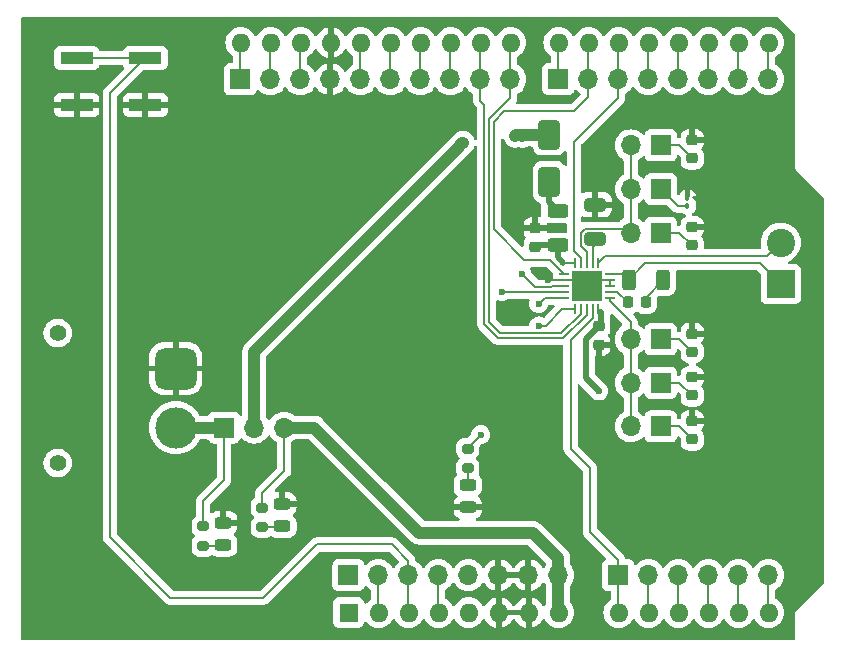
<source format=gbr>
%TF.GenerationSoftware,KiCad,Pcbnew,8.0.6*%
%TF.CreationDate,2024-12-10T20:38:08+01:00*%
%TF.ProjectId,TUSS4470_shield,54555353-3434-4373-905f-736869656c64,rev?*%
%TF.SameCoordinates,Original*%
%TF.FileFunction,Copper,L1,Top*%
%TF.FilePolarity,Positive*%
%FSLAX46Y46*%
G04 Gerber Fmt 4.6, Leading zero omitted, Abs format (unit mm)*
G04 Created by KiCad (PCBNEW 8.0.6) date 2024-12-10 20:38:08*
%MOMM*%
%LPD*%
G01*
G04 APERTURE LIST*
G04 Aperture macros list*
%AMRoundRect*
0 Rectangle with rounded corners*
0 $1 Rounding radius*
0 $2 $3 $4 $5 $6 $7 $8 $9 X,Y pos of 4 corners*
0 Add a 4 corners polygon primitive as box body*
4,1,4,$2,$3,$4,$5,$6,$7,$8,$9,$2,$3,0*
0 Add four circle primitives for the rounded corners*
1,1,$1+$1,$2,$3*
1,1,$1+$1,$4,$5*
1,1,$1+$1,$6,$7*
1,1,$1+$1,$8,$9*
0 Add four rect primitives between the rounded corners*
20,1,$1+$1,$2,$3,$4,$5,0*
20,1,$1+$1,$4,$5,$6,$7,0*
20,1,$1+$1,$6,$7,$8,$9,0*
20,1,$1+$1,$8,$9,$2,$3,0*%
G04 Aperture macros list end*
%TA.AperFunction,SMDPad,CuDef*%
%ADD10R,2.800000X1.000000*%
%TD*%
%TA.AperFunction,SMDPad,CuDef*%
%ADD11RoundRect,0.200000X0.275000X-0.200000X0.275000X0.200000X-0.275000X0.200000X-0.275000X-0.200000X0*%
%TD*%
%TA.AperFunction,SMDPad,CuDef*%
%ADD12RoundRect,0.243750X-0.456250X0.243750X-0.456250X-0.243750X0.456250X-0.243750X0.456250X0.243750X0*%
%TD*%
%TA.AperFunction,SMDPad,CuDef*%
%ADD13RoundRect,0.243750X0.456250X-0.243750X0.456250X0.243750X-0.456250X0.243750X-0.456250X-0.243750X0*%
%TD*%
%TA.AperFunction,SMDPad,CuDef*%
%ADD14RoundRect,0.250000X0.312500X0.625000X-0.312500X0.625000X-0.312500X-0.625000X0.312500X-0.625000X0*%
%TD*%
%TA.AperFunction,ComponentPad*%
%ADD15R,2.400000X2.400000*%
%TD*%
%TA.AperFunction,ComponentPad*%
%ADD16C,2.400000*%
%TD*%
%TA.AperFunction,SMDPad,CuDef*%
%ADD17RoundRect,0.062500X-0.350000X-0.062500X0.350000X-0.062500X0.350000X0.062500X-0.350000X0.062500X0*%
%TD*%
%TA.AperFunction,SMDPad,CuDef*%
%ADD18RoundRect,0.062500X-0.062500X-0.350000X0.062500X-0.350000X0.062500X0.350000X-0.062500X0.350000X0*%
%TD*%
%TA.AperFunction,HeatsinkPad*%
%ADD19C,0.500000*%
%TD*%
%TA.AperFunction,HeatsinkPad*%
%ADD20R,2.500000X2.500000*%
%TD*%
%TA.AperFunction,SMDPad,CuDef*%
%ADD21RoundRect,0.250000X0.650000X-1.000000X0.650000X1.000000X-0.650000X1.000000X-0.650000X-1.000000X0*%
%TD*%
%TA.AperFunction,SMDPad,CuDef*%
%ADD22RoundRect,0.225000X0.225000X0.250000X-0.225000X0.250000X-0.225000X-0.250000X0.225000X-0.250000X0*%
%TD*%
%TA.AperFunction,ComponentPad*%
%ADD23R,1.700000X1.700000*%
%TD*%
%TA.AperFunction,ComponentPad*%
%ADD24O,1.700000X1.700000*%
%TD*%
%TA.AperFunction,SMDPad,CuDef*%
%ADD25RoundRect,0.225000X0.250000X-0.225000X0.250000X0.225000X-0.250000X0.225000X-0.250000X-0.225000X0*%
%TD*%
%TA.AperFunction,ComponentPad*%
%ADD26C,1.400000*%
%TD*%
%TA.AperFunction,ComponentPad*%
%ADD27RoundRect,0.770000X0.980000X-0.980000X0.980000X0.980000X-0.980000X0.980000X-0.980000X-0.980000X0*%
%TD*%
%TA.AperFunction,ComponentPad*%
%ADD28C,3.500000*%
%TD*%
%TA.AperFunction,SMDPad,CuDef*%
%ADD29RoundRect,0.250000X0.650000X-0.325000X0.650000X0.325000X-0.650000X0.325000X-0.650000X-0.325000X0*%
%TD*%
%TA.AperFunction,SMDPad,CuDef*%
%ADD30RoundRect,0.250000X0.625000X-0.312500X0.625000X0.312500X-0.625000X0.312500X-0.625000X-0.312500X0*%
%TD*%
%TA.AperFunction,SMDPad,CuDef*%
%ADD31RoundRect,0.100000X0.100000X-0.130000X0.100000X0.130000X-0.100000X0.130000X-0.100000X-0.130000X0*%
%TD*%
%TA.AperFunction,ComponentPad*%
%ADD32O,1.600000X1.600000*%
%TD*%
%TA.AperFunction,ComponentPad*%
%ADD33R,1.600000X1.600000*%
%TD*%
%TA.AperFunction,ViaPad*%
%ADD34C,0.600000*%
%TD*%
%TA.AperFunction,Conductor*%
%ADD35C,0.200000*%
%TD*%
%TA.AperFunction,Conductor*%
%ADD36C,1.000000*%
%TD*%
%TA.AperFunction,Conductor*%
%ADD37C,0.500000*%
%TD*%
G04 APERTURE END LIST*
D10*
%TO.P,SW1,1,1*%
%TO.N,RESET*%
X69300000Y-38200000D03*
X75100000Y-38200000D03*
%TO.P,SW1,2,2*%
%TO.N,GND*%
X69300000Y-42200000D03*
X75100000Y-42200000D03*
%TD*%
D11*
%TO.P,R5,1*%
%TO.N,Net-(D4-A)*%
X80000000Y-79525000D03*
%TO.P,R5,2*%
%TO.N,Net-(J1-Pin_2)*%
X80000000Y-77875000D03*
%TD*%
%TO.P,R4,1*%
%TO.N,Net-(D3-A)*%
X85000000Y-77925000D03*
%TO.P,R4,2*%
%TO.N,Net-(A1-VIN)*%
X85000000Y-76275000D03*
%TD*%
%TO.P,R3,1*%
%TO.N,Net-(D2-A)*%
X102400000Y-72925000D03*
%TO.P,R3,2*%
%TO.N,+5V*%
X102400000Y-71275000D03*
%TD*%
D12*
%TO.P,D4,1,K*%
%TO.N,GND*%
X81700000Y-77562500D03*
%TO.P,D4,2,A*%
%TO.N,Net-(D4-A)*%
X81700000Y-79437500D03*
%TD*%
%TO.P,D3,1,K*%
%TO.N,GND*%
X86700000Y-75962500D03*
%TO.P,D3,2,A*%
%TO.N,Net-(D3-A)*%
X86700000Y-77837500D03*
%TD*%
D13*
%TO.P,D2,1,K*%
%TO.N,GND*%
X102400000Y-76237500D03*
%TO.P,D2,2,A*%
%TO.N,Net-(D2-A)*%
X102400000Y-74362500D03*
%TD*%
D14*
%TO.P,R2,1*%
%TO.N,Net-(C5-Pad1)*%
X118962500Y-57000000D03*
%TO.P,R2,2*%
%TO.N,Net-(J2-Pin_1)*%
X116037500Y-57000000D03*
%TD*%
D15*
%TO.P,J2,1,Pin_1*%
%TO.N,Net-(J2-Pin_1)*%
X128900000Y-57350000D03*
D16*
%TO.P,J2,2,Pin_2*%
%TO.N,Net-(J2-Pin_2)*%
X128900000Y-53850000D03*
%TD*%
D17*
%TO.P,U1,1,OUT3*%
%TO.N,OUT_3*%
X110525000Y-56500000D03*
%TO.P,U1,2,DGND*%
%TO.N,GND*%
X110525000Y-57000000D03*
%TO.P,U1,3,NCS*%
%TO.N,NCS*%
X110525000Y-57500000D03*
%TO.P,U1,4,SCLK*%
%TO.N,SCLK*%
X110525000Y-58000000D03*
%TO.P,U1,5,SDI*%
%TO.N,SDI*%
X110525000Y-58500000D03*
D18*
%TO.P,U1,6,SDO*%
%TO.N,SDO*%
X111462500Y-59437500D03*
%TO.P,U1,7,IO1*%
%TO.N,IO_1*%
X111962500Y-59437500D03*
%TO.P,U1,8,IO2*%
%TO.N,IO_2*%
X112462500Y-59437500D03*
%TO.P,U1,9,VOUT*%
%TO.N,ADC*%
X112962500Y-59437500D03*
%TO.P,U1,10,VDD*%
%TO.N,+5V*%
X113462500Y-59437500D03*
D17*
%TO.P,U1,11,INN*%
%TO.N,Net-(JP2-B)*%
X114400000Y-58500000D03*
%TO.P,U1,12,INP*%
%TO.N,Net-(U1-INP)*%
X114400000Y-58000000D03*
%TO.P,U1,13,SGND*%
%TO.N,GND*%
X114400000Y-57500000D03*
%TO.P,U1,14,GND*%
X114400000Y-57000000D03*
%TO.P,U1,15,OUTA*%
%TO.N,Net-(J2-Pin_1)*%
X114400000Y-56500000D03*
D18*
%TO.P,U1,16,OUTB*%
%TO.N,Net-(J2-Pin_2)*%
X113462500Y-55562500D03*
%TO.P,U1,17,VDRV*%
%TO.N,Net-(U1-VDRV)*%
X112962500Y-55562500D03*
%TO.P,U1,18,FLT*%
%TO.N,Net-(JP1-B)*%
X112462500Y-55562500D03*
%TO.P,U1,19,OUT4*%
%TO.N,OUT_4*%
X111962500Y-55562500D03*
%TO.P,U1,20,VPWR*%
%TO.N,Net-(U1-VPWR)*%
X111462500Y-55562500D03*
D19*
%TO.P,U1,21,EXP*%
%TO.N,GND*%
X111462500Y-56500000D03*
X111462500Y-58500000D03*
D20*
X112462500Y-57500000D03*
D19*
X113462500Y-56500000D03*
X113462500Y-58500000D03*
%TD*%
D21*
%TO.P,D1,1,K*%
%TO.N,Net-(D1-K)*%
X109300000Y-48700000D03*
%TO.P,D1,2,A*%
%TO.N,VCC*%
X109300000Y-44700000D03*
%TD*%
D22*
%TO.P,C5,1*%
%TO.N,Net-(C5-Pad1)*%
X117475000Y-58900000D03*
%TO.P,C5,2*%
%TO.N,Net-(U1-INP)*%
X115925000Y-58900000D03*
%TD*%
D23*
%TO.P,JP2,1,A*%
%TO.N,Net-(JP2-A)*%
X118740000Y-65700000D03*
D24*
%TO.P,JP2,2,B*%
%TO.N,Net-(JP2-B)*%
X116200000Y-65700000D03*
%TD*%
D23*
%TO.P,JP3,1,A*%
%TO.N,Net-(JP3-A)*%
X118740000Y-49300000D03*
D24*
%TO.P,JP3,2,B*%
%TO.N,Net-(JP1-B)*%
X116200000Y-49300000D03*
%TD*%
D25*
%TO.P,C2,1*%
%TO.N,Net-(JP2-A)*%
X121400000Y-66775000D03*
%TO.P,C2,2*%
%TO.N,GND*%
X121400000Y-65225000D03*
%TD*%
%TO.P,C8,1*%
%TO.N,GND*%
X113500000Y-62475000D03*
%TO.P,C8,2*%
%TO.N,+5V*%
X113500000Y-60925000D03*
%TD*%
D23*
%TO.P,J6,1,Pin_1*%
%TO.N,ADC*%
X115143426Y-82000000D03*
D24*
%TO.P,J6,2,Pin_2*%
%TO.N,Net-(A1-A1)*%
X117683426Y-82000000D03*
%TO.P,J6,3,Pin_3*%
%TO.N,Net-(A1-A2)*%
X120223426Y-82000000D03*
%TO.P,J6,4,Pin_4*%
%TO.N,Net-(A1-A3)*%
X122763426Y-82000000D03*
%TO.P,J6,5,Pin_5*%
%TO.N,Net-(J6-Pin_5)*%
X125303426Y-82000000D03*
%TO.P,J6,6,Pin_6*%
%TO.N,Net-(J6-Pin_6)*%
X127843426Y-82000000D03*
%TD*%
D26*
%TO.P,J1,*%
%TO.N,*%
X67675000Y-72500000D03*
X67675000Y-61500000D03*
D27*
%TO.P,J1,1,Pin_1*%
%TO.N,GND*%
X77675000Y-64500000D03*
D28*
%TO.P,J1,2,Pin_2*%
%TO.N,Net-(J1-Pin_2)*%
X77675000Y-69500000D03*
%TD*%
D29*
%TO.P,C6,1*%
%TO.N,Net-(U1-VDRV)*%
X113200000Y-53575000D03*
%TO.P,C6,2*%
%TO.N,GND*%
X113200000Y-50625000D03*
%TD*%
D25*
%TO.P,C10,1*%
%TO.N,Net-(JP6-A)*%
X121400000Y-63100000D03*
%TO.P,C10,2*%
%TO.N,GND*%
X121400000Y-61550000D03*
%TD*%
%TO.P,C9,1*%
%TO.N,Net-(JP5-A)*%
X121400000Y-54075000D03*
%TO.P,C9,2*%
%TO.N,GND*%
X121400000Y-52525000D03*
%TD*%
D23*
%TO.P,JP4,1,A*%
%TO.N,Net-(JP4-A)*%
X118740000Y-69400000D03*
D24*
%TO.P,JP4,2,B*%
%TO.N,Net-(JP2-B)*%
X116200000Y-69400000D03*
%TD*%
D25*
%TO.P,C1,1*%
%TO.N,Net-(JP1-A)*%
X121400000Y-46700000D03*
%TO.P,C1,2*%
%TO.N,GND*%
X121400000Y-45150000D03*
%TD*%
D30*
%TO.P,R1,1*%
%TO.N,Net-(U1-VPWR)*%
X110000000Y-54062500D03*
%TO.P,R1,2*%
%TO.N,Net-(D1-K)*%
X110000000Y-51137500D03*
%TD*%
D31*
%TO.P,C3,1*%
%TO.N,Net-(JP3-A)*%
X121000000Y-50720000D03*
%TO.P,C3,2*%
%TO.N,GND*%
X121000000Y-50080000D03*
%TD*%
D23*
%TO.P,J7,1,Pin_1*%
%TO.N,unconnected-(J7-Pin_1-Pad1)*%
X92292675Y-81999189D03*
D24*
%TO.P,J7,2,Pin_2*%
%TO.N,UREF*%
X94832675Y-81999189D03*
%TO.P,J7,3,Pin_3*%
%TO.N,RESET*%
X97372675Y-81999189D03*
%TO.P,J7,4,Pin_4*%
%TO.N,+3.3V*%
X99912675Y-81999189D03*
%TO.P,J7,5,Pin_5*%
%TO.N,+5V*%
X102452675Y-81999189D03*
%TO.P,J7,6,Pin_6*%
%TO.N,GND*%
X104992675Y-81999189D03*
%TO.P,J7,7,Pin_7*%
X107532675Y-81999189D03*
%TO.P,J7,8,Pin_8*%
%TO.N,Net-(A1-VIN)*%
X110072675Y-81999189D03*
%TD*%
D23*
%TO.P,J5,1,Pin_1*%
%TO.N,Net-(A1-D7)*%
X110062821Y-40000000D03*
D24*
%TO.P,J5,2,Pin_2*%
%TO.N,OUT_3*%
X112602821Y-40000000D03*
%TO.P,J5,3,Pin_3*%
%TO.N,OUT_4*%
X115142821Y-40000000D03*
%TO.P,J5,4,Pin_4*%
%TO.N,Net-(A1-D4)*%
X117682821Y-40000000D03*
%TO.P,J5,5,Pin_5*%
%TO.N,Net-(A1-D3)*%
X120222821Y-40000000D03*
%TO.P,J5,6,Pin_6*%
%TO.N,Net-(A1-D2)*%
X122762821Y-40000000D03*
%TO.P,J5,7,Pin_7*%
%TO.N,Net-(A1-D1{slash}TX)*%
X125302821Y-40000000D03*
%TO.P,J5,8,Pin_8*%
%TO.N,Net-(A1-D0{slash}RX)*%
X127842821Y-40000000D03*
%TD*%
D23*
%TO.P,J3,1,Pin_1*%
%TO.N,Net-(J3-Pin_1)*%
X83137057Y-40008896D03*
D24*
%TO.P,J3,2,Pin_2*%
%TO.N,Net-(J3-Pin_2)*%
X85677057Y-40008896D03*
%TO.P,J3,3,Pin_3*%
%TO.N,Net-(A1-AREF)*%
X88217057Y-40008896D03*
%TO.P,J3,4,Pin_4*%
%TO.N,GND*%
X90757057Y-40008896D03*
%TO.P,J3,5,Pin_5*%
%TO.N,SCLK*%
X93297057Y-40008896D03*
%TO.P,J3,6,Pin_6*%
%TO.N,SDO*%
X95837057Y-40008896D03*
%TO.P,J3,7,Pin_7*%
%TO.N,SDI*%
X98377057Y-40008896D03*
%TO.P,J3,8,Pin_8*%
%TO.N,NCS*%
X100917057Y-40008896D03*
%TO.P,J3,9,Pin_9*%
%TO.N,IO_2*%
X103457057Y-40008896D03*
%TO.P,J3,10,Pin_10*%
%TO.N,IO_1*%
X105997057Y-40008896D03*
%TD*%
D25*
%TO.P,C7,1*%
%TO.N,Net-(U1-VPWR)*%
X108100000Y-54175000D03*
%TO.P,C7,2*%
%TO.N,GND*%
X108100000Y-52625000D03*
%TD*%
D23*
%TO.P,J4,1,Pin_1*%
%TO.N,Net-(J1-Pin_2)*%
X81775000Y-69500000D03*
D24*
%TO.P,J4,2,Pin_2*%
%TO.N,VCC*%
X84315000Y-69500000D03*
%TO.P,J4,3,Pin_3*%
%TO.N,Net-(A1-VIN)*%
X86855000Y-69500000D03*
%TD*%
D25*
%TO.P,C4,1*%
%TO.N,Net-(JP4-A)*%
X121400000Y-70500000D03*
%TO.P,C4,2*%
%TO.N,GND*%
X121400000Y-68950000D03*
%TD*%
D23*
%TO.P,JP5,1,A*%
%TO.N,Net-(JP5-A)*%
X118740000Y-53000000D03*
D24*
%TO.P,JP5,2,B*%
%TO.N,Net-(JP1-B)*%
X116200000Y-53000000D03*
%TD*%
D23*
%TO.P,JP1,1,A*%
%TO.N,Net-(JP1-A)*%
X118740000Y-45600000D03*
D24*
%TO.P,JP1,2,B*%
%TO.N,Net-(JP1-B)*%
X116200000Y-45600000D03*
%TD*%
D23*
%TO.P,JP6,1,A*%
%TO.N,Net-(JP6-A)*%
X118740000Y-62025000D03*
D24*
%TO.P,JP6,2,B*%
%TO.N,Net-(JP2-B)*%
X116200000Y-62025000D03*
%TD*%
D32*
%TO.P,A1,32,SCL/A5*%
%TO.N,Net-(J3-Pin_1)*%
X83180000Y-36900000D03*
%TO.P,A1,31,SDA/A4*%
%TO.N,Net-(J3-Pin_2)*%
X85720000Y-36900000D03*
%TO.P,A1,30,AREF*%
%TO.N,Net-(A1-AREF)*%
X88260000Y-36900000D03*
%TO.P,A1,29,GND*%
%TO.N,GND*%
X90800000Y-36900000D03*
%TO.P,A1,28,D13*%
%TO.N,SCLK*%
X93340000Y-36900000D03*
%TO.P,A1,27,D12*%
%TO.N,SDO*%
X95880000Y-36900000D03*
%TO.P,A1,26,D11*%
%TO.N,SDI*%
X98420000Y-36900000D03*
%TO.P,A1,25,D10*%
%TO.N,NCS*%
X100960000Y-36900000D03*
%TO.P,A1,24,D9*%
%TO.N,IO_2*%
X103500000Y-36900000D03*
%TO.P,A1,23,D8*%
%TO.N,IO_1*%
X106040000Y-36900000D03*
%TO.P,A1,22,D7*%
%TO.N,Net-(A1-D7)*%
X110100000Y-36900000D03*
%TO.P,A1,21,D6*%
%TO.N,OUT_3*%
X112640000Y-36900000D03*
%TO.P,A1,20,D5*%
%TO.N,OUT_4*%
X115180000Y-36900000D03*
%TO.P,A1,19,D4*%
%TO.N,Net-(A1-D4)*%
X117720000Y-36900000D03*
%TO.P,A1,18,D3*%
%TO.N,Net-(A1-D3)*%
X120260000Y-36900000D03*
%TO.P,A1,17,D2*%
%TO.N,Net-(A1-D2)*%
X122800000Y-36900000D03*
%TO.P,A1,16,D1/TX*%
%TO.N,Net-(A1-D1{slash}TX)*%
X125340000Y-36900000D03*
%TO.P,A1,15,D0/RX*%
%TO.N,Net-(A1-D0{slash}RX)*%
X127880000Y-36900000D03*
%TO.P,A1,14,SCL/A5*%
%TO.N,Net-(J6-Pin_6)*%
X127880000Y-85160000D03*
%TO.P,A1,13,SDA/A4*%
%TO.N,Net-(J6-Pin_5)*%
X125340000Y-85160000D03*
%TO.P,A1,12,A3*%
%TO.N,Net-(A1-A3)*%
X122800000Y-85160000D03*
%TO.P,A1,11,A2*%
%TO.N,Net-(A1-A2)*%
X120260000Y-85160000D03*
%TO.P,A1,10,A1*%
%TO.N,Net-(A1-A1)*%
X117720000Y-85160000D03*
%TO.P,A1,9,A0*%
%TO.N,ADC*%
X115180000Y-85160000D03*
%TO.P,A1,8,VIN*%
%TO.N,Net-(A1-VIN)*%
X110100000Y-85160000D03*
%TO.P,A1,7,GND*%
%TO.N,GND*%
X107560000Y-85160000D03*
%TO.P,A1,6,GND*%
X105020000Y-85160000D03*
%TO.P,A1,5,+5V*%
%TO.N,+5V*%
X102480000Y-85160000D03*
%TO.P,A1,4,3V3*%
%TO.N,+3.3V*%
X99940000Y-85160000D03*
%TO.P,A1,3,~{RESET}*%
%TO.N,RESET*%
X97400000Y-85160000D03*
%TO.P,A1,2,IOREF*%
%TO.N,UREF*%
X94860000Y-85160000D03*
D33*
%TO.P,A1,1,NC*%
%TO.N,unconnected-(A1-NC-Pad1)*%
X92320000Y-85160000D03*
%TD*%
D34*
%TO.N,GND*%
X73600000Y-78400000D03*
X67000000Y-79400000D03*
X70600000Y-83100000D03*
X81400000Y-85900000D03*
X88000000Y-84500000D03*
%TO.N,+5V*%
X103500000Y-70100000D03*
%TO.N,GND*%
X108500000Y-56300000D03*
X109300000Y-68800000D03*
X85000000Y-79800000D03*
X124400000Y-53900000D03*
X131800000Y-57400000D03*
X118100000Y-67500000D03*
X96400000Y-48200000D03*
X98000000Y-52100000D03*
X74200000Y-63700000D03*
X115000000Y-63900000D03*
X116200000Y-43000000D03*
X82200000Y-66100000D03*
X122900000Y-72300000D03*
X95300000Y-55100000D03*
X128900000Y-75800000D03*
X102600000Y-51300000D03*
X121100000Y-57300000D03*
X108700000Y-66000000D03*
X130400000Y-72300000D03*
X87800000Y-55900000D03*
X104300000Y-66800000D03*
X104800000Y-64000000D03*
X110600000Y-77100000D03*
X124200000Y-74000000D03*
X123900000Y-75800000D03*
X122700000Y-51900000D03*
X77900000Y-60600000D03*
X106700000Y-53200000D03*
X126400000Y-75800000D03*
X110500000Y-46700000D03*
X128900000Y-72300000D03*
X128200000Y-74000000D03*
X121500000Y-59900000D03*
X130400000Y-75800000D03*
X74400000Y-70100000D03*
X125700000Y-74000000D03*
X126600000Y-53900000D03*
X104300000Y-72600000D03*
X114800000Y-60400000D03*
X124300000Y-56800000D03*
X83800000Y-60100000D03*
X84500000Y-73800000D03*
X121000000Y-49000000D03*
X109200000Y-57000000D03*
X123200000Y-74000000D03*
X125400000Y-75800000D03*
X86400000Y-64000000D03*
X131700000Y-53900000D03*
X106000000Y-49800000D03*
X106800000Y-69300000D03*
X106100000Y-46600000D03*
X101100000Y-69300000D03*
X91400000Y-78200000D03*
X108100000Y-51400000D03*
X104000000Y-77100000D03*
X127900000Y-72300000D03*
X100300000Y-44300000D03*
X130700000Y-74000000D03*
X112800000Y-45500000D03*
X81400000Y-64200000D03*
X113200000Y-48800000D03*
X114900000Y-77300000D03*
X121400000Y-43900000D03*
X93200000Y-51000000D03*
X109800000Y-63100000D03*
X113800000Y-68300000D03*
X131400000Y-75800000D03*
X117800000Y-47500000D03*
X102700000Y-47000000D03*
X113700000Y-63900000D03*
X131400000Y-72300000D03*
X126700000Y-56900000D03*
X122700000Y-64200000D03*
X118100000Y-63800000D03*
X122900000Y-75800000D03*
X126700000Y-74000000D03*
X114700000Y-74300000D03*
X112600000Y-69900000D03*
X89800000Y-75900000D03*
X123900000Y-72300000D03*
X129200000Y-74000000D03*
X125400000Y-72300000D03*
X105800000Y-60300000D03*
X91000000Y-59200000D03*
X110800000Y-73900000D03*
X102400000Y-56400000D03*
X86700000Y-67200000D03*
X108000000Y-37600000D03*
X126400000Y-72300000D03*
X100800000Y-49400000D03*
X117800000Y-51100000D03*
X127900000Y-75800000D03*
X102300000Y-43100000D03*
X122700000Y-67900000D03*
X108100000Y-41200000D03*
X100300000Y-73200000D03*
X131700000Y-74000000D03*
X102100000Y-60800000D03*
%TO.N,NCS*%
X107000000Y-56500000D03*
%TO.N,SDO*%
X108400000Y-60900000D03*
%TO.N,SCLK*%
X105300000Y-58000000D03*
%TO.N,+5V*%
X113500000Y-66400000D03*
%TO.N,SDI*%
X108400000Y-59000000D03*
%TO.N,VCC*%
X106400000Y-44800000D03*
X101492893Y-45892893D03*
X101942893Y-45442893D03*
X107000000Y-44800000D03*
%TD*%
D35*
%TO.N,Net-(A1-VIN)*%
X85000000Y-76275000D02*
X85000000Y-75000000D01*
X85000000Y-75000000D02*
X86855000Y-73145000D01*
X86855000Y-73145000D02*
X86855000Y-69500000D01*
%TO.N,Net-(D3-A)*%
X85000000Y-77925000D02*
X86612500Y-77925000D01*
X86612500Y-77925000D02*
X86700000Y-77837500D01*
%TO.N,Net-(D4-A)*%
X80000000Y-79525000D02*
X81612500Y-79525000D01*
X81612500Y-79525000D02*
X81700000Y-79437500D01*
%TO.N,Net-(J1-Pin_2)*%
X81100000Y-74600000D02*
X81775000Y-73925000D01*
X81100000Y-74600000D02*
X80000000Y-75700000D01*
X80000000Y-75700000D02*
X80000000Y-77875000D01*
%TO.N,RESET*%
X97372675Y-81999189D02*
X97372675Y-80772675D01*
X97372675Y-80772675D02*
X96000000Y-79400000D01*
X96000000Y-79400000D02*
X89600000Y-79400000D01*
X89600000Y-79400000D02*
X85100000Y-83900000D01*
X85100000Y-83900000D02*
X77200000Y-83900000D01*
X77200000Y-83900000D02*
X72100000Y-78800000D01*
X72100000Y-78800000D02*
X72100000Y-41200000D01*
X72100000Y-41200000D02*
X75100000Y-38200000D01*
D36*
%TO.N,Net-(A1-VIN)*%
X107900000Y-78400000D02*
X98300000Y-78400000D01*
X98300000Y-78400000D02*
X89400000Y-69500000D01*
X89400000Y-69500000D02*
X86855000Y-69500000D01*
D35*
%TO.N,RESET*%
X75100000Y-38200000D02*
X69300000Y-38200000D01*
%TO.N,Net-(J1-Pin_2)*%
X81775000Y-73925000D02*
X81775000Y-69500000D01*
%TO.N,Net-(D4-A)*%
X81537500Y-79700000D02*
X81600000Y-79637500D01*
%TO.N,Net-(D3-A)*%
X85187500Y-77737500D02*
X85100000Y-77825000D01*
%TO.N,+5V*%
X102400000Y-71275000D02*
X102400000Y-71200000D01*
X102400000Y-71200000D02*
X103500000Y-70100000D01*
%TO.N,Net-(D2-A)*%
X102400000Y-72925000D02*
X102400000Y-74362500D01*
%TO.N,Net-(J2-Pin_1)*%
X128900000Y-57350000D02*
X127150000Y-55600000D01*
X115537500Y-56500000D02*
X116037500Y-57000000D01*
X117437500Y-55600000D02*
X116037500Y-57000000D01*
X127150000Y-55600000D02*
X117437500Y-55600000D01*
X114400000Y-56500000D02*
X115537500Y-56500000D01*
%TO.N,Net-(J2-Pin_2)*%
X128900000Y-53850000D02*
X127750000Y-55000000D01*
X114025000Y-55000000D02*
X113462500Y-55562500D01*
X127750000Y-55000000D02*
X114025000Y-55000000D01*
%TO.N,GND*%
X90760000Y-40005953D02*
X90757057Y-40008896D01*
X114400000Y-57000000D02*
X114400000Y-57500000D01*
X107532675Y-85247325D02*
X107520000Y-85260000D01*
X110525000Y-57000000D02*
X111962500Y-57000000D01*
X114400000Y-57000000D02*
X113962500Y-57000000D01*
X111962500Y-57000000D02*
X112462500Y-57500000D01*
X114400000Y-57000000D02*
X112962500Y-57000000D01*
X113462500Y-58500000D02*
X111462500Y-58500000D01*
X104992675Y-85247325D02*
X104980000Y-85260000D01*
X112962500Y-57000000D02*
X112462500Y-57500000D01*
X111462500Y-58500000D02*
X111462500Y-56500000D01*
X113200000Y-50625000D02*
X113200000Y-48800000D01*
X110525000Y-57000000D02*
X109200000Y-57000000D01*
X104992675Y-81999189D02*
X104992675Y-85247325D01*
X113462500Y-56500000D02*
X113462500Y-58500000D01*
X107532675Y-81999189D02*
X107532675Y-85247325D01*
X90760000Y-37000000D02*
X90760000Y-40005953D01*
X111462500Y-56500000D02*
X113462500Y-56500000D01*
%TO.N,NCS*%
X110525000Y-57500000D02*
X109548529Y-57500000D01*
X100920000Y-40005953D02*
X100917057Y-40008896D01*
X109548529Y-57500000D02*
X109448529Y-57600000D01*
X108100000Y-57600000D02*
X107000000Y-56500000D01*
X100920000Y-37000000D02*
X100920000Y-40005953D01*
X109448529Y-57600000D02*
X108100000Y-57600000D01*
%TO.N,OUT_4*%
X115140000Y-37000000D02*
X115140000Y-39997179D01*
X115142821Y-41557179D02*
X115142821Y-40000000D01*
X111962500Y-55562500D02*
X111962500Y-55135614D01*
X111400000Y-54573114D02*
X111400000Y-45300000D01*
X111962500Y-55135614D02*
X111400000Y-54573114D01*
X115140000Y-39997179D02*
X115142821Y-40000000D01*
X111400000Y-45300000D02*
X115142821Y-41557179D01*
%TO.N,ADC*%
X112962500Y-60238804D02*
X111100000Y-62101304D01*
X115143426Y-80718426D02*
X112725000Y-78300000D01*
X112725000Y-72900000D02*
X112725000Y-78300000D01*
X115143426Y-85256574D02*
X115140000Y-85260000D01*
X115143426Y-82000000D02*
X115143426Y-85256574D01*
X112962500Y-59437500D02*
X112962500Y-60238804D01*
X111100000Y-62101304D02*
X111100000Y-71275000D01*
X111100000Y-71275000D02*
X112725000Y-72900000D01*
X115143426Y-82000000D02*
X115143426Y-80718426D01*
%TO.N,IO_2*%
X103800000Y-39640000D02*
X103460000Y-39300000D01*
X103800000Y-60765686D02*
X103800000Y-42200000D01*
X103457057Y-41857057D02*
X103800000Y-42200000D01*
X103460000Y-37000000D02*
X103460000Y-40005953D01*
X104934314Y-61900000D02*
X103800000Y-60765686D01*
X103460000Y-40005953D02*
X103457057Y-40008896D01*
X112462500Y-59930072D02*
X110492572Y-61900000D01*
X110492572Y-61900000D02*
X104934314Y-61900000D01*
X103457057Y-40008896D02*
X103457057Y-41857057D01*
X112462500Y-59437500D02*
X112462500Y-59930072D01*
D36*
%TO.N,Net-(A1-VIN)*%
X110060000Y-85260000D02*
X110060000Y-83060000D01*
X110072675Y-81999189D02*
X110072675Y-80572675D01*
X110060000Y-85260000D02*
X110060000Y-82011864D01*
X110072675Y-80572675D02*
X107900000Y-78400000D01*
X110060000Y-82011864D02*
X110072675Y-81999189D01*
D35*
%TO.N,OUT_3*%
X109325000Y-55300000D02*
X110525000Y-56500000D01*
X104600000Y-43600000D02*
X104600000Y-52700000D01*
X112602821Y-41497179D02*
X111400000Y-42700000D01*
X111400000Y-42700000D02*
X105500000Y-42700000D01*
X105500000Y-42700000D02*
X104600000Y-43600000D01*
X107200000Y-55300000D02*
X109325000Y-55300000D01*
X112600000Y-37000000D02*
X112600000Y-39997179D01*
X112600000Y-39997179D02*
X112602821Y-40000000D01*
X104600000Y-52700000D02*
X107200000Y-55300000D01*
X112602821Y-40000000D02*
X112602821Y-41497179D01*
%TO.N,SDO*%
X95840000Y-40005953D02*
X95837057Y-40008896D01*
X111262500Y-59437500D02*
X111462500Y-59437500D01*
X95840000Y-37000000D02*
X95840000Y-40005953D01*
X108400000Y-60900000D02*
X109000000Y-60900000D01*
X109000000Y-60900000D02*
X110400000Y-59500000D01*
X111200000Y-59500000D02*
X111262500Y-59437500D01*
X110400000Y-59500000D02*
X111200000Y-59500000D01*
%TO.N,SCLK*%
X93300000Y-37000000D02*
X93300000Y-40005953D01*
X93300000Y-40005953D02*
X93297057Y-40008896D01*
X110525000Y-58000000D02*
X105300000Y-58000000D01*
%TO.N,IO_1*%
X110326886Y-61500000D02*
X111962500Y-59864386D01*
X104200000Y-43400000D02*
X104200000Y-60600000D01*
X105100000Y-61500000D02*
X110326886Y-61500000D01*
X106000000Y-40005953D02*
X105997057Y-40008896D01*
X104200000Y-60600000D02*
X105100000Y-61500000D01*
X104200000Y-43400000D02*
X105997057Y-41602943D01*
X106000000Y-37000000D02*
X106000000Y-40005953D01*
X111962500Y-59864386D02*
X111962500Y-59437500D01*
X105997057Y-41602943D02*
X105997057Y-40008896D01*
D37*
%TO.N,+5V*%
X113700000Y-60725000D02*
X113700000Y-59675000D01*
X113500000Y-60925000D02*
X113700000Y-60725000D01*
X112400000Y-65300000D02*
X112400000Y-62025000D01*
D35*
X113462500Y-59437500D02*
X113700000Y-59675000D01*
D37*
X112400000Y-62025000D02*
X113500000Y-60925000D01*
X113500000Y-66400000D02*
X112400000Y-65300000D01*
D35*
%TO.N,SDI*%
X110525000Y-58500000D02*
X108900000Y-58500000D01*
X108900000Y-58500000D02*
X108400000Y-59000000D01*
X98380000Y-37000000D02*
X98380000Y-40005953D01*
X98380000Y-40005953D02*
X98377057Y-40008896D01*
%TO.N,Net-(JP1-A)*%
X118740000Y-45600000D02*
X120300000Y-45600000D01*
X120300000Y-45600000D02*
X121400000Y-46700000D01*
%TO.N,Net-(JP2-A)*%
X118740000Y-65700000D02*
X120325000Y-65700000D01*
X120325000Y-65700000D02*
X121400000Y-66775000D01*
%TO.N,Net-(JP3-A)*%
X118740000Y-49300000D02*
X120160000Y-50720000D01*
X120160000Y-50720000D02*
X121000000Y-50720000D01*
%TO.N,Net-(JP4-A)*%
X118740000Y-69400000D02*
X120300000Y-69400000D01*
X120300000Y-69400000D02*
X121400000Y-70500000D01*
%TO.N,Net-(C5-Pad1)*%
X117475000Y-58487500D02*
X118962500Y-57000000D01*
X117475000Y-58900000D02*
X117475000Y-58487500D01*
%TO.N,Net-(U1-INP)*%
X115025000Y-58000000D02*
X114400000Y-58000000D01*
X115925000Y-58900000D02*
X115025000Y-58000000D01*
%TO.N,Net-(U1-VDRV)*%
X112962500Y-54212500D02*
X113200000Y-53975000D01*
X112962500Y-55562500D02*
X112962500Y-54212500D01*
D37*
%TO.N,Net-(U1-VPWR)*%
X110000000Y-54062500D02*
X108212500Y-54062500D01*
X110000000Y-54062500D02*
X110000000Y-55100000D01*
X108212500Y-54062500D02*
X108100000Y-54175000D01*
X110000000Y-55100000D02*
X110462500Y-55562500D01*
D35*
X111462500Y-55562500D02*
X110462500Y-55562500D01*
%TO.N,Net-(JP5-A)*%
X118740000Y-53000000D02*
X120325000Y-53000000D01*
X120325000Y-53000000D02*
X121400000Y-54075000D01*
%TO.N,Net-(JP6-A)*%
X120325000Y-62025000D02*
X121400000Y-63100000D01*
X118740000Y-62025000D02*
X120325000Y-62025000D01*
D37*
%TO.N,Net-(D1-K)*%
X109300000Y-50437500D02*
X110000000Y-51137500D01*
X109300000Y-48700000D02*
X109300000Y-50437500D01*
D35*
X109600000Y-50737500D02*
X110000000Y-51137500D01*
D36*
%TO.N,VCC*%
X84315000Y-64700000D02*
X84315000Y-63070786D01*
X107100000Y-44700000D02*
X107000000Y-44800000D01*
X84315000Y-64700000D02*
X84315000Y-69500000D01*
X106500000Y-44700000D02*
X106400000Y-44800000D01*
X84315000Y-63070786D02*
X101492893Y-45892893D01*
X109300000Y-44700000D02*
X106500000Y-44700000D01*
X109300000Y-44700000D02*
X107100000Y-44700000D01*
X101492893Y-45892893D02*
X101942893Y-45442893D01*
X101942893Y-45442893D02*
X102000000Y-45385786D01*
%TO.N,Net-(J1-Pin_2)*%
X77675000Y-69500000D02*
X81775000Y-69500000D01*
D35*
%TO.N,Net-(JP1-B)*%
X112000000Y-53015256D02*
X112315256Y-52700000D01*
X112462500Y-54597244D02*
X112000000Y-54134744D01*
X112462500Y-55562500D02*
X112462500Y-54597244D01*
X115900000Y-52700000D02*
X116200000Y-53000000D01*
X112000000Y-54134744D02*
X112000000Y-53015256D01*
X112315256Y-52700000D02*
X115900000Y-52700000D01*
X116200000Y-45600000D02*
X116200000Y-53000000D01*
%TO.N,Net-(JP2-B)*%
X114400000Y-58800000D02*
X116200000Y-60600000D01*
X116200000Y-60600000D02*
X116200000Y-69400000D01*
X114400000Y-58500000D02*
X114400000Y-58800000D01*
%TO.N,+3.3V*%
X99912675Y-81999189D02*
X99912675Y-85247325D01*
X99912675Y-85247325D02*
X99900000Y-85260000D01*
%TO.N,Net-(A1-A3)*%
X122763426Y-82000000D02*
X122763426Y-85256574D01*
X122763426Y-85256574D02*
X122760000Y-85260000D01*
%TO.N,RESET*%
X97372675Y-81999189D02*
X97372675Y-85247325D01*
X97372675Y-85247325D02*
X97360000Y-85260000D01*
%TO.N,Net-(A1-D1{slash}TX)*%
X125300000Y-37000000D02*
X125300000Y-39997179D01*
X125300000Y-39997179D02*
X125302821Y-40000000D01*
%TO.N,Net-(J6-Pin_6)*%
X127843426Y-85256574D02*
X127840000Y-85260000D01*
X127843426Y-82000000D02*
X127843426Y-85256574D01*
%TO.N,Net-(J6-Pin_5)*%
X125303426Y-82000000D02*
X125303426Y-85256574D01*
X125303426Y-85256574D02*
X125300000Y-85260000D01*
%TO.N,Net-(A1-D4)*%
X117680000Y-39997179D02*
X117682821Y-40000000D01*
X117680000Y-37000000D02*
X117680000Y-39997179D01*
%TO.N,Net-(A1-D2)*%
X122760000Y-39997179D02*
X122762821Y-40000000D01*
X122760000Y-37000000D02*
X122760000Y-39997179D01*
%TO.N,Net-(J3-Pin_2)*%
X85680000Y-37000000D02*
X85680000Y-40005953D01*
X85680000Y-40005953D02*
X85677057Y-40008896D01*
%TO.N,Net-(A1-D0{slash}RX)*%
X127840000Y-37000000D02*
X127840000Y-39997179D01*
X127840000Y-39997179D02*
X127842821Y-40000000D01*
%TO.N,Net-(J3-Pin_1)*%
X83140000Y-40005953D02*
X83137057Y-40008896D01*
X83140000Y-37000000D02*
X83140000Y-40005953D01*
%TO.N,Net-(A1-A1)*%
X117683426Y-82000000D02*
X117683426Y-85256574D01*
X117683426Y-85256574D02*
X117680000Y-85260000D01*
%TO.N,Net-(A1-D3)*%
X120220000Y-39997179D02*
X120222821Y-40000000D01*
X120220000Y-37000000D02*
X120220000Y-39997179D01*
%TO.N,Net-(A1-AREF)*%
X88220000Y-40005953D02*
X88217057Y-40008896D01*
X88220000Y-37000000D02*
X88220000Y-40005953D01*
%TO.N,UREF*%
X94832675Y-85247325D02*
X94820000Y-85260000D01*
X94832675Y-81999189D02*
X94832675Y-85247325D01*
%TO.N,Net-(A1-D7)*%
X110060000Y-37000000D02*
X110060000Y-39997179D01*
X110060000Y-39997179D02*
X110062821Y-40000000D01*
%TO.N,Net-(A1-A2)*%
X120223426Y-85256574D02*
X120220000Y-85260000D01*
X120223426Y-82000000D02*
X120223426Y-85256574D01*
%TD*%
%TA.AperFunction,Conductor*%
%TO.N,GND*%
G36*
X107094075Y-84967007D02*
G01*
X107060000Y-85094174D01*
X107060000Y-85225826D01*
X107094075Y-85352993D01*
X107126988Y-85410000D01*
X105453012Y-85410000D01*
X105485925Y-85352993D01*
X105520000Y-85225826D01*
X105520000Y-85094174D01*
X105485925Y-84967007D01*
X105453012Y-84910000D01*
X107126988Y-84910000D01*
X107094075Y-84967007D01*
G37*
%TD.AperFunction*%
%TA.AperFunction,Conductor*%
G36*
X107782675Y-83329822D02*
G01*
X107996158Y-83272622D01*
X107996167Y-83272618D01*
X108210253Y-83172789D01*
X108403757Y-83037294D01*
X108570780Y-82870271D01*
X108700794Y-82684594D01*
X108755371Y-82640970D01*
X108824870Y-82633777D01*
X108887224Y-82665299D01*
X108903944Y-82684594D01*
X109034176Y-82870585D01*
X109037075Y-82874724D01*
X109059402Y-82940930D01*
X109059500Y-82945848D01*
X109059500Y-84339537D01*
X109039815Y-84406576D01*
X109037076Y-84410659D01*
X108969432Y-84507265D01*
X108942106Y-84565867D01*
X108895933Y-84618306D01*
X108828739Y-84637457D01*
X108761858Y-84617241D01*
X108717342Y-84565865D01*
X108690135Y-84507520D01*
X108690134Y-84507518D01*
X108559657Y-84321179D01*
X108398820Y-84160342D01*
X108212482Y-84029865D01*
X108006328Y-83933734D01*
X107810000Y-83881127D01*
X107810000Y-84726988D01*
X107752993Y-84694075D01*
X107625826Y-84660000D01*
X107494174Y-84660000D01*
X107367007Y-84694075D01*
X107310000Y-84726988D01*
X107310000Y-83881127D01*
X107113671Y-83933734D01*
X106907517Y-84029865D01*
X106721179Y-84160342D01*
X106560342Y-84321179D01*
X106429865Y-84507517D01*
X106402382Y-84566457D01*
X106356210Y-84618896D01*
X106289016Y-84638048D01*
X106222135Y-84617832D01*
X106177618Y-84566457D01*
X106150134Y-84507517D01*
X106019657Y-84321179D01*
X105858820Y-84160342D01*
X105672482Y-84029865D01*
X105466328Y-83933734D01*
X105270000Y-83881127D01*
X105270000Y-84726988D01*
X105212993Y-84694075D01*
X105085826Y-84660000D01*
X104954174Y-84660000D01*
X104827007Y-84694075D01*
X104770000Y-84726988D01*
X104770000Y-83881127D01*
X104573671Y-83933734D01*
X104367517Y-84029865D01*
X104181179Y-84160342D01*
X104020342Y-84321179D01*
X103889867Y-84507515D01*
X103862657Y-84565867D01*
X103816484Y-84618306D01*
X103749290Y-84637457D01*
X103682409Y-84617241D01*
X103637893Y-84565865D01*
X103610685Y-84507518D01*
X103610568Y-84507266D01*
X103480047Y-84320861D01*
X103480045Y-84320858D01*
X103319141Y-84159954D01*
X103132734Y-84029432D01*
X103132732Y-84029431D01*
X102926497Y-83933261D01*
X102926488Y-83933258D01*
X102706697Y-83874366D01*
X102706693Y-83874365D01*
X102706692Y-83874365D01*
X102706691Y-83874364D01*
X102706686Y-83874364D01*
X102480002Y-83854532D01*
X102479998Y-83854532D01*
X102253313Y-83874364D01*
X102253302Y-83874366D01*
X102033511Y-83933258D01*
X102033502Y-83933261D01*
X101827267Y-84029431D01*
X101827265Y-84029432D01*
X101640858Y-84159954D01*
X101479954Y-84320858D01*
X101349432Y-84507265D01*
X101349431Y-84507267D01*
X101322382Y-84565275D01*
X101276209Y-84617714D01*
X101209016Y-84636866D01*
X101142135Y-84616650D01*
X101097618Y-84565275D01*
X101070686Y-84507520D01*
X101070568Y-84507266D01*
X100940047Y-84320861D01*
X100940045Y-84320858D01*
X100779141Y-84159954D01*
X100592735Y-84029432D01*
X100592727Y-84029427D01*
X100584762Y-84025713D01*
X100532326Y-83979537D01*
X100513175Y-83913335D01*
X100513175Y-83288279D01*
X100532860Y-83221240D01*
X100584776Y-83175895D01*
X100590505Y-83173224D01*
X100784076Y-83037684D01*
X100951170Y-82870590D01*
X101081100Y-82685031D01*
X101135677Y-82641406D01*
X101205175Y-82634212D01*
X101267530Y-82665735D01*
X101284250Y-82685031D01*
X101414175Y-82870584D01*
X101414180Y-82870590D01*
X101581274Y-83037684D01*
X101659314Y-83092328D01*
X101774840Y-83173221D01*
X101774842Y-83173222D01*
X101774845Y-83173224D01*
X101989012Y-83273092D01*
X102217267Y-83334252D01*
X102393709Y-83349689D01*
X102452674Y-83354848D01*
X102452675Y-83354848D01*
X102452676Y-83354848D01*
X102491909Y-83351415D01*
X102688083Y-83334252D01*
X102916338Y-83273092D01*
X103130505Y-83173224D01*
X103324076Y-83037684D01*
X103491170Y-82870590D01*
X103621405Y-82684594D01*
X103675982Y-82640970D01*
X103745480Y-82633776D01*
X103807835Y-82665299D01*
X103824554Y-82684594D01*
X103954565Y-82870267D01*
X104121592Y-83037294D01*
X104315096Y-83172789D01*
X104529182Y-83272618D01*
X104529191Y-83272622D01*
X104742675Y-83329823D01*
X104742675Y-82432201D01*
X104799682Y-82465114D01*
X104926849Y-82499189D01*
X105058501Y-82499189D01*
X105185668Y-82465114D01*
X105242675Y-82432201D01*
X105242675Y-83329822D01*
X105456158Y-83272622D01*
X105456167Y-83272618D01*
X105670253Y-83172789D01*
X105863757Y-83037294D01*
X106030780Y-82870271D01*
X106161100Y-82684157D01*
X106215677Y-82640533D01*
X106285176Y-82633340D01*
X106347530Y-82664862D01*
X106364250Y-82684157D01*
X106494569Y-82870271D01*
X106661592Y-83037294D01*
X106855096Y-83172789D01*
X107069182Y-83272618D01*
X107069191Y-83272622D01*
X107282675Y-83329823D01*
X107282675Y-82432201D01*
X107339682Y-82465114D01*
X107466849Y-82499189D01*
X107598501Y-82499189D01*
X107725668Y-82465114D01*
X107782675Y-82432201D01*
X107782675Y-83329822D01*
G37*
%TD.AperFunction*%
%TA.AperFunction,Conductor*%
G36*
X107066750Y-81806196D02*
G01*
X107032675Y-81933363D01*
X107032675Y-82065015D01*
X107066750Y-82192182D01*
X107099663Y-82249189D01*
X105425687Y-82249189D01*
X105458600Y-82192182D01*
X105492675Y-82065015D01*
X105492675Y-81933363D01*
X105458600Y-81806196D01*
X105425687Y-81749189D01*
X107099663Y-81749189D01*
X107066750Y-81806196D01*
G37*
%TD.AperFunction*%
%TA.AperFunction,Conductor*%
G36*
X120301249Y-62850484D02*
G01*
X120388182Y-62937417D01*
X120421666Y-62998738D01*
X120424500Y-63025097D01*
X120424500Y-63373337D01*
X120424501Y-63373355D01*
X120434650Y-63472707D01*
X120434651Y-63472710D01*
X120487996Y-63633694D01*
X120488001Y-63633705D01*
X120577029Y-63778040D01*
X120577032Y-63778044D01*
X120696955Y-63897967D01*
X120696959Y-63897970D01*
X120841294Y-63986998D01*
X120841297Y-63986999D01*
X120841303Y-63987003D01*
X121002292Y-64040349D01*
X121002295Y-64040349D01*
X121007684Y-64041503D01*
X121069119Y-64074782D01*
X121102809Y-64135993D01*
X121098058Y-64205701D01*
X121056375Y-64261775D01*
X121007692Y-64284009D01*
X121002397Y-64285142D01*
X120841518Y-64338452D01*
X120841507Y-64338457D01*
X120697271Y-64427424D01*
X120697267Y-64427427D01*
X120577427Y-64547267D01*
X120577424Y-64547271D01*
X120488457Y-64691507D01*
X120488452Y-64691518D01*
X120435144Y-64852393D01*
X120425000Y-64951677D01*
X120425000Y-64975499D01*
X120405315Y-65042538D01*
X120352511Y-65088293D01*
X120301000Y-65099499D01*
X120238347Y-65099499D01*
X120238331Y-65099500D01*
X120214499Y-65099500D01*
X120147460Y-65079815D01*
X120101705Y-65027011D01*
X120090499Y-64975500D01*
X120090499Y-64802129D01*
X120090498Y-64802123D01*
X120084091Y-64742516D01*
X120033797Y-64607671D01*
X120033793Y-64607664D01*
X119947547Y-64492455D01*
X119947544Y-64492452D01*
X119832335Y-64406206D01*
X119832328Y-64406202D01*
X119697482Y-64355908D01*
X119697483Y-64355908D01*
X119637883Y-64349501D01*
X119637881Y-64349500D01*
X119637873Y-64349500D01*
X119637864Y-64349500D01*
X117842129Y-64349500D01*
X117842123Y-64349501D01*
X117782516Y-64355908D01*
X117647671Y-64406202D01*
X117647664Y-64406206D01*
X117532455Y-64492452D01*
X117532452Y-64492455D01*
X117446206Y-64607664D01*
X117446203Y-64607669D01*
X117397189Y-64739083D01*
X117355317Y-64795016D01*
X117289853Y-64819433D01*
X117221580Y-64804581D01*
X117193326Y-64783430D01*
X117071402Y-64661506D01*
X117071395Y-64661501D01*
X116877831Y-64525965D01*
X116877826Y-64525962D01*
X116872091Y-64523288D01*
X116819653Y-64477113D01*
X116800500Y-64410908D01*
X116800500Y-63314090D01*
X116820185Y-63247051D01*
X116872101Y-63201706D01*
X116877830Y-63199035D01*
X117071401Y-63063495D01*
X117193329Y-62941566D01*
X117254648Y-62908084D01*
X117324340Y-62913068D01*
X117380274Y-62954939D01*
X117397189Y-62985917D01*
X117446202Y-63117328D01*
X117446206Y-63117335D01*
X117532452Y-63232544D01*
X117532455Y-63232547D01*
X117647664Y-63318793D01*
X117647671Y-63318797D01*
X117782517Y-63369091D01*
X117782516Y-63369091D01*
X117789444Y-63369835D01*
X117842127Y-63375500D01*
X119637872Y-63375499D01*
X119697483Y-63369091D01*
X119832331Y-63318796D01*
X119947546Y-63232546D01*
X120033796Y-63117331D01*
X120084091Y-62982483D01*
X120090281Y-62924907D01*
X120117017Y-62860362D01*
X120174409Y-62820513D01*
X120244234Y-62818018D01*
X120301249Y-62850484D01*
G37*
%TD.AperFunction*%
%TA.AperFunction,Conductor*%
G36*
X107583976Y-58620185D02*
G01*
X107629731Y-58672989D01*
X107639675Y-58742147D01*
X107633978Y-58765455D01*
X107614633Y-58820737D01*
X107614630Y-58820750D01*
X107594435Y-58999996D01*
X107594435Y-59000003D01*
X107614630Y-59179249D01*
X107614631Y-59179254D01*
X107674211Y-59349523D01*
X107742808Y-59458694D01*
X107770184Y-59502262D01*
X107897738Y-59629816D01*
X107977936Y-59680208D01*
X108045991Y-59722970D01*
X108050478Y-59725789D01*
X108220745Y-59785368D01*
X108220750Y-59785369D01*
X108399996Y-59805565D01*
X108400000Y-59805565D01*
X108400004Y-59805565D01*
X108579249Y-59785369D01*
X108579252Y-59785368D01*
X108579255Y-59785368D01*
X108749522Y-59725789D01*
X108902262Y-59629816D01*
X109029816Y-59502262D01*
X109125789Y-59349522D01*
X109183867Y-59183545D01*
X109224589Y-59126769D01*
X109289542Y-59101022D01*
X109300909Y-59100500D01*
X109650902Y-59100500D01*
X109717941Y-59120185D01*
X109763696Y-59172989D01*
X109773640Y-59242147D01*
X109744615Y-59305703D01*
X109738583Y-59312181D01*
X108897457Y-60153306D01*
X108836134Y-60186791D01*
X108766442Y-60181807D01*
X108756066Y-60176665D01*
X108755794Y-60177231D01*
X108749521Y-60174210D01*
X108579262Y-60114633D01*
X108579249Y-60114630D01*
X108400004Y-60094435D01*
X108399996Y-60094435D01*
X108220750Y-60114630D01*
X108220745Y-60114631D01*
X108050476Y-60174211D01*
X107897737Y-60270184D01*
X107770184Y-60397737D01*
X107674210Y-60550478D01*
X107614630Y-60720750D01*
X107606898Y-60789383D01*
X107579832Y-60853797D01*
X107522237Y-60893352D01*
X107483678Y-60899500D01*
X105400097Y-60899500D01*
X105333058Y-60879815D01*
X105312416Y-60863181D01*
X104836819Y-60387584D01*
X104803334Y-60326261D01*
X104800500Y-60299903D01*
X104800500Y-58848071D01*
X104820185Y-58781032D01*
X104872989Y-58735277D01*
X104942147Y-58725333D01*
X104965455Y-58731030D01*
X105120737Y-58785366D01*
X105120743Y-58785367D01*
X105120745Y-58785368D01*
X105120746Y-58785368D01*
X105120750Y-58785369D01*
X105299996Y-58805565D01*
X105300000Y-58805565D01*
X105300004Y-58805565D01*
X105479249Y-58785369D01*
X105479252Y-58785368D01*
X105479255Y-58785368D01*
X105649522Y-58725789D01*
X105802262Y-58629816D01*
X105802267Y-58629810D01*
X105805097Y-58627555D01*
X105807275Y-58626665D01*
X105808158Y-58626111D01*
X105808255Y-58626265D01*
X105869783Y-58601145D01*
X105882412Y-58600500D01*
X107516937Y-58600500D01*
X107583976Y-58620185D01*
G37*
%TD.AperFunction*%
%TA.AperFunction,Conductor*%
G36*
X113245014Y-56459501D02*
G01*
X113245174Y-56458905D01*
X113253024Y-56461008D01*
X113253026Y-56461008D01*
X113253028Y-56461009D01*
X113363099Y-56475500D01*
X113363103Y-56475499D01*
X113363104Y-56475500D01*
X113364374Y-56475583D01*
X113362500Y-56480109D01*
X113362500Y-56519891D01*
X113377724Y-56556645D01*
X113405855Y-56584776D01*
X113442609Y-56600000D01*
X113482391Y-56600000D01*
X113486916Y-56598125D01*
X113487000Y-56599399D01*
X113501488Y-56709463D01*
X113503594Y-56717318D01*
X113501702Y-56717825D01*
X113508033Y-56776701D01*
X113476759Y-56839180D01*
X113473684Y-56842367D01*
X113135785Y-57180266D01*
X113294556Y-57235824D01*
X113380511Y-57245508D01*
X113444925Y-57272574D01*
X113484481Y-57330168D01*
X113488383Y-57372160D01*
X113490874Y-57375000D01*
X113520529Y-57375000D01*
X113587568Y-57394685D01*
X113633323Y-57447489D01*
X113643267Y-57516647D01*
X113618897Y-57574497D01*
X113617362Y-57576497D01*
X113560929Y-57617694D01*
X113518994Y-57625000D01*
X113490873Y-57625000D01*
X113487405Y-57628954D01*
X113478802Y-57684122D01*
X113432422Y-57736377D01*
X113380513Y-57754491D01*
X113294557Y-57764175D01*
X113294553Y-57764176D01*
X113135785Y-57819732D01*
X113469199Y-58153146D01*
X113497659Y-58202437D01*
X113498443Y-58202114D01*
X113498684Y-58202698D01*
X113498880Y-58204551D01*
X113501291Y-58208726D01*
X113503593Y-58217315D01*
X113500329Y-58218189D01*
X113506062Y-58272177D01*
X113503023Y-58282523D01*
X113503595Y-58282677D01*
X113501490Y-58290529D01*
X113487001Y-58400589D01*
X113486916Y-58401874D01*
X113482391Y-58400000D01*
X113442609Y-58400000D01*
X113405855Y-58415224D01*
X113377724Y-58443355D01*
X113362500Y-58480109D01*
X113362500Y-58519891D01*
X113364374Y-58524416D01*
X113363100Y-58524500D01*
X113253031Y-58538989D01*
X113245178Y-58541094D01*
X113244302Y-58537824D01*
X113190353Y-58543567D01*
X113179969Y-58540516D01*
X113179815Y-58541093D01*
X113171226Y-58538791D01*
X113168252Y-58537073D01*
X113165128Y-58536156D01*
X113164545Y-58535915D01*
X113164872Y-58535122D01*
X113115646Y-58506699D01*
X112782232Y-58173285D01*
X112726676Y-58332053D01*
X112726675Y-58332057D01*
X112717047Y-58417517D01*
X112689981Y-58481930D01*
X112632386Y-58521486D01*
X112577643Y-58526572D01*
X112561903Y-58524500D01*
X112363103Y-58524500D01*
X112350951Y-58526100D01*
X112347353Y-58526573D01*
X112278319Y-58515806D01*
X112226065Y-58469425D01*
X112207951Y-58417516D01*
X112198322Y-58332052D01*
X112142766Y-58173285D01*
X111809351Y-58506700D01*
X111760062Y-58535158D01*
X111760386Y-58535943D01*
X111759802Y-58536184D01*
X111757944Y-58536381D01*
X111753769Y-58538792D01*
X111745183Y-58541093D01*
X111744308Y-58537829D01*
X111690323Y-58543562D01*
X111679976Y-58540523D01*
X111679823Y-58541095D01*
X111671970Y-58538990D01*
X111561910Y-58524501D01*
X111561907Y-58524500D01*
X111561901Y-58524500D01*
X111561895Y-58524500D01*
X111560625Y-58524416D01*
X111562500Y-58519891D01*
X111562500Y-58480109D01*
X111547276Y-58443355D01*
X111519145Y-58415224D01*
X111482391Y-58400000D01*
X111442609Y-58400000D01*
X111438082Y-58401874D01*
X111437999Y-58400603D01*
X111437999Y-58400600D01*
X111423509Y-58290528D01*
X111423508Y-58290525D01*
X111421405Y-58282674D01*
X111424707Y-58281789D01*
X111418892Y-58228075D01*
X111422002Y-58217482D01*
X111421405Y-58217323D01*
X111423707Y-58208732D01*
X111425466Y-58205684D01*
X111426413Y-58202461D01*
X111426655Y-58201878D01*
X111427469Y-58202215D01*
X111455801Y-58153145D01*
X111789214Y-57819732D01*
X111630443Y-57764176D01*
X111630438Y-57764175D01*
X111544983Y-57754547D01*
X111480569Y-57727481D01*
X111441013Y-57669886D01*
X111435927Y-57615142D01*
X111438000Y-57599401D01*
X111437999Y-57400600D01*
X111435926Y-57384856D01*
X111446690Y-57315825D01*
X111493069Y-57263568D01*
X111544983Y-57245451D01*
X111630447Y-57235822D01*
X111789213Y-57180267D01*
X111789213Y-57180266D01*
X111451315Y-56842368D01*
X111417830Y-56781045D01*
X111422368Y-56717584D01*
X111421405Y-56717326D01*
X111422744Y-56712326D01*
X111422814Y-56711354D01*
X111423412Y-56709832D01*
X111423508Y-56709475D01*
X111423508Y-56709474D01*
X111423509Y-56709472D01*
X111438000Y-56599401D01*
X111438000Y-56599395D01*
X111438083Y-56598125D01*
X111442609Y-56600000D01*
X111482391Y-56600000D01*
X111519145Y-56584776D01*
X111547276Y-56556645D01*
X111562500Y-56519891D01*
X111562500Y-56480109D01*
X111560625Y-56475582D01*
X111561896Y-56475499D01*
X111561900Y-56475499D01*
X111671972Y-56461009D01*
X111671975Y-56461007D01*
X111679826Y-56458905D01*
X111680710Y-56462207D01*
X111734425Y-56456392D01*
X111745011Y-56459500D01*
X111745171Y-56458904D01*
X111753760Y-56461205D01*
X111756806Y-56462963D01*
X111760039Y-56463913D01*
X111760622Y-56464155D01*
X111760283Y-56464971D01*
X111809353Y-56493300D01*
X112142766Y-56826713D01*
X112142767Y-56826713D01*
X112198322Y-56667947D01*
X112207951Y-56582484D01*
X112235017Y-56518070D01*
X112292612Y-56478514D01*
X112347356Y-56473427D01*
X112363099Y-56475500D01*
X112561900Y-56475499D01*
X112577641Y-56473426D01*
X112646672Y-56484190D01*
X112698929Y-56530568D01*
X112717046Y-56582480D01*
X112726675Y-56667940D01*
X112726676Y-56667943D01*
X112782232Y-56826713D01*
X112782232Y-56826714D01*
X113115645Y-56493301D01*
X113164715Y-56464969D01*
X113164378Y-56464155D01*
X113164961Y-56463913D01*
X113166910Y-56463701D01*
X113171232Y-56461207D01*
X113171969Y-56461009D01*
X113171972Y-56461009D01*
X113171973Y-56461008D01*
X113179823Y-56458905D01*
X113180708Y-56462208D01*
X113234425Y-56456392D01*
X113245014Y-56459501D01*
G37*
%TD.AperFunction*%
%TA.AperFunction,Conductor*%
G36*
X109091942Y-55920185D02*
G01*
X109112584Y-55936819D01*
X109575681Y-56399916D01*
X109609166Y-56461239D01*
X109612000Y-56487596D01*
X109612000Y-56599402D01*
X109626489Y-56709468D01*
X109628594Y-56717322D01*
X109625510Y-56718148D01*
X109631349Y-56772737D01*
X109628514Y-56782652D01*
X109629082Y-56782804D01*
X109626978Y-56790654D01*
X109626843Y-56791686D01*
X109626486Y-56792491D01*
X109624876Y-56798504D01*
X109623937Y-56798252D01*
X109598576Y-56855583D01*
X109540251Y-56894053D01*
X109503904Y-56899500D01*
X109469469Y-56899500D01*
X109428548Y-56910464D01*
X109428548Y-56910465D01*
X109391280Y-56920451D01*
X109316743Y-56940423D01*
X109316742Y-56940424D01*
X109243195Y-56982887D01*
X109181195Y-56999500D01*
X108400097Y-56999500D01*
X108333058Y-56979815D01*
X108312416Y-56963181D01*
X107830700Y-56481465D01*
X107797215Y-56420142D01*
X107795163Y-56407686D01*
X107785368Y-56320745D01*
X107725789Y-56150478D01*
X107725788Y-56150476D01*
X107688085Y-56090472D01*
X107669085Y-56023235D01*
X107689453Y-55956400D01*
X107742721Y-55911186D01*
X107793079Y-55900500D01*
X109024903Y-55900500D01*
X109091942Y-55920185D01*
G37*
%TD.AperFunction*%
%TA.AperFunction,Conductor*%
G36*
X105405703Y-45048260D02*
G01*
X105439061Y-45094520D01*
X105513367Y-45273910D01*
X105513372Y-45273920D01*
X105622860Y-45437780D01*
X105622863Y-45437784D01*
X105762215Y-45577136D01*
X105762219Y-45577139D01*
X105926079Y-45686627D01*
X105926083Y-45686629D01*
X105926086Y-45686631D01*
X106108164Y-45762051D01*
X106301455Y-45800499D01*
X106301458Y-45800500D01*
X106301460Y-45800500D01*
X106498542Y-45800500D01*
X106636847Y-45772989D01*
X106675809Y-45765239D01*
X106724191Y-45765239D01*
X106763153Y-45772989D01*
X106901457Y-45800500D01*
X106901460Y-45800500D01*
X107098542Y-45800500D01*
X107098543Y-45800499D01*
X107291836Y-45762051D01*
X107417644Y-45709938D01*
X107465097Y-45700500D01*
X107782465Y-45700500D01*
X107849504Y-45720185D01*
X107895259Y-45772989D01*
X107905823Y-45811898D01*
X107910001Y-45852797D01*
X107910001Y-45852799D01*
X107965185Y-46019331D01*
X107965187Y-46019336D01*
X107992523Y-46063655D01*
X108057288Y-46168656D01*
X108181344Y-46292712D01*
X108330666Y-46384814D01*
X108497203Y-46439999D01*
X108599991Y-46450500D01*
X110000008Y-46450499D01*
X110102797Y-46439999D01*
X110269334Y-46384814D01*
X110418656Y-46292712D01*
X110542712Y-46168656D01*
X110569961Y-46124477D01*
X110621909Y-46077753D01*
X110690871Y-46066530D01*
X110754953Y-46094373D01*
X110793810Y-46152442D01*
X110799500Y-46189574D01*
X110799500Y-47210425D01*
X110779815Y-47277464D01*
X110727011Y-47323219D01*
X110657853Y-47333163D01*
X110594297Y-47304138D01*
X110569962Y-47275522D01*
X110542714Y-47231347D01*
X110542711Y-47231343D01*
X110418657Y-47107289D01*
X110418656Y-47107288D01*
X110269334Y-47015186D01*
X110102797Y-46960001D01*
X110102795Y-46960000D01*
X110000010Y-46949500D01*
X108599998Y-46949500D01*
X108599981Y-46949501D01*
X108497203Y-46960000D01*
X108497200Y-46960001D01*
X108330668Y-47015185D01*
X108330663Y-47015187D01*
X108181342Y-47107289D01*
X108057289Y-47231342D01*
X107965187Y-47380663D01*
X107965186Y-47380666D01*
X107910001Y-47547203D01*
X107910001Y-47547204D01*
X107910000Y-47547204D01*
X107899500Y-47649983D01*
X107899500Y-49750001D01*
X107899501Y-49750018D01*
X107910000Y-49852796D01*
X107910001Y-49852799D01*
X107965185Y-50019331D01*
X107965187Y-50019336D01*
X107993639Y-50065464D01*
X108057288Y-50168656D01*
X108181344Y-50292712D01*
X108330666Y-50384814D01*
X108469452Y-50430803D01*
X108526897Y-50470576D01*
X108552065Y-50524317D01*
X108578340Y-50656407D01*
X108578342Y-50656413D01*
X108615061Y-50745060D01*
X108624500Y-50792513D01*
X108624500Y-51500001D01*
X108624502Y-51500022D01*
X108629481Y-51548768D01*
X108616711Y-51617461D01*
X108568829Y-51668344D01*
X108501039Y-51685264D01*
X108493521Y-51684726D01*
X108398324Y-51675000D01*
X108350000Y-51675000D01*
X108350000Y-52375000D01*
X109074999Y-52375000D01*
X109074999Y-52351692D01*
X109074998Y-52351682D01*
X109072139Y-52323695D01*
X109084908Y-52255002D01*
X109132788Y-52204117D01*
X109200577Y-52187195D01*
X109221462Y-52189840D01*
X109222199Y-52189997D01*
X109222203Y-52189999D01*
X109324991Y-52200500D01*
X110675008Y-52200499D01*
X110675500Y-52200499D01*
X110742539Y-52220184D01*
X110788294Y-52272987D01*
X110799500Y-52324499D01*
X110799500Y-52875500D01*
X110779815Y-52942539D01*
X110727011Y-52988294D01*
X110675500Y-52999500D01*
X109324998Y-52999500D01*
X109324981Y-52999501D01*
X109215468Y-53010689D01*
X109215263Y-53008690D01*
X109155259Y-53004187D01*
X109099472Y-52962119D01*
X109075286Y-52896570D01*
X109075000Y-52888158D01*
X109075000Y-52875000D01*
X107125001Y-52875000D01*
X107125001Y-52898322D01*
X107135144Y-52997607D01*
X107188452Y-53158481D01*
X107188457Y-53158492D01*
X107277424Y-53302728D01*
X107277427Y-53302732D01*
X107286660Y-53311965D01*
X107320145Y-53373288D01*
X107315161Y-53442980D01*
X107286663Y-53487324D01*
X107277033Y-53496953D01*
X107277029Y-53496959D01*
X107188001Y-53641294D01*
X107187996Y-53641305D01*
X107134651Y-53802290D01*
X107124500Y-53901647D01*
X107124500Y-54075903D01*
X107104815Y-54142942D01*
X107052011Y-54188697D01*
X106982853Y-54198641D01*
X106919297Y-54169616D01*
X106912819Y-54163584D01*
X105236819Y-52487584D01*
X105203334Y-52426261D01*
X105200500Y-52399903D01*
X105200500Y-52351677D01*
X107125000Y-52351677D01*
X107125000Y-52375000D01*
X107850000Y-52375000D01*
X107850000Y-51675000D01*
X107849999Y-51674999D01*
X107801693Y-51675000D01*
X107801675Y-51675001D01*
X107702392Y-51685144D01*
X107541518Y-51738452D01*
X107541507Y-51738457D01*
X107397271Y-51827424D01*
X107397267Y-51827427D01*
X107277427Y-51947267D01*
X107277424Y-51947271D01*
X107188457Y-52091507D01*
X107188452Y-52091518D01*
X107135144Y-52252393D01*
X107125000Y-52351677D01*
X105200500Y-52351677D01*
X105200500Y-45141973D01*
X105220185Y-45074934D01*
X105272989Y-45029179D01*
X105342147Y-45019235D01*
X105405703Y-45048260D01*
G37*
%TD.AperFunction*%
%TA.AperFunction,Conductor*%
G36*
X117324340Y-50188068D02*
G01*
X117380274Y-50229939D01*
X117397189Y-50260917D01*
X117446202Y-50392328D01*
X117446206Y-50392335D01*
X117532452Y-50507544D01*
X117532455Y-50507547D01*
X117647664Y-50593793D01*
X117647671Y-50593797D01*
X117782517Y-50644091D01*
X117782516Y-50644091D01*
X117789444Y-50644835D01*
X117842127Y-50650500D01*
X119189902Y-50650499D01*
X119256941Y-50670184D01*
X119277583Y-50686818D01*
X119675139Y-51084374D01*
X119675149Y-51084385D01*
X119679479Y-51088715D01*
X119679480Y-51088716D01*
X119791284Y-51200520D01*
X119878095Y-51250639D01*
X119878097Y-51250641D01*
X119928213Y-51279576D01*
X119928215Y-51279577D01*
X120080942Y-51320500D01*
X120080943Y-51320500D01*
X120484646Y-51320500D01*
X120551685Y-51340185D01*
X120560118Y-51346113D01*
X120597159Y-51374536D01*
X120597162Y-51374537D01*
X120597163Y-51374538D01*
X120670198Y-51404790D01*
X120743238Y-51435044D01*
X120750425Y-51435990D01*
X120814322Y-51464255D01*
X120852794Y-51522579D01*
X120853627Y-51592443D01*
X120816556Y-51651667D01*
X120799340Y-51664467D01*
X120697268Y-51727426D01*
X120577427Y-51847267D01*
X120577424Y-51847271D01*
X120488457Y-51991507D01*
X120488452Y-51991518D01*
X120435144Y-52152393D01*
X120425000Y-52251677D01*
X120425000Y-52275499D01*
X120405315Y-52342538D01*
X120352511Y-52388293D01*
X120301000Y-52399499D01*
X120238347Y-52399499D01*
X120238331Y-52399500D01*
X120214499Y-52399500D01*
X120147460Y-52379815D01*
X120101705Y-52327011D01*
X120090499Y-52275500D01*
X120090499Y-52102129D01*
X120090498Y-52102123D01*
X120089911Y-52096666D01*
X120084091Y-52042517D01*
X120082810Y-52039083D01*
X120033797Y-51907671D01*
X120033793Y-51907664D01*
X119947547Y-51792455D01*
X119947544Y-51792452D01*
X119832335Y-51706206D01*
X119832328Y-51706202D01*
X119697482Y-51655908D01*
X119697483Y-51655908D01*
X119637883Y-51649501D01*
X119637881Y-51649500D01*
X119637873Y-51649500D01*
X119637864Y-51649500D01*
X117842129Y-51649500D01*
X117842123Y-51649501D01*
X117782516Y-51655908D01*
X117647671Y-51706202D01*
X117647664Y-51706206D01*
X117532455Y-51792452D01*
X117532452Y-51792455D01*
X117446206Y-51907664D01*
X117446203Y-51907669D01*
X117397189Y-52039083D01*
X117355317Y-52095016D01*
X117289853Y-52119433D01*
X117221580Y-52104581D01*
X117193326Y-52083430D01*
X117071402Y-51961506D01*
X117071395Y-51961501D01*
X116877831Y-51825965D01*
X116877826Y-51825962D01*
X116872091Y-51823288D01*
X116819653Y-51777113D01*
X116800500Y-51710908D01*
X116800500Y-50589090D01*
X116820185Y-50522051D01*
X116872101Y-50476706D01*
X116877830Y-50474035D01*
X117071401Y-50338495D01*
X117193329Y-50216566D01*
X117254648Y-50183084D01*
X117324340Y-50188068D01*
G37*
%TD.AperFunction*%
%TA.AperFunction,Conductor*%
G36*
X91050000Y-38178872D02*
G01*
X91246317Y-38126269D01*
X91246326Y-38126265D01*
X91452482Y-38030134D01*
X91638820Y-37899657D01*
X91799657Y-37738820D01*
X91930132Y-37552484D01*
X91957341Y-37494134D01*
X92003513Y-37441695D01*
X92070707Y-37422542D01*
X92137588Y-37442757D01*
X92182106Y-37494133D01*
X92209431Y-37552732D01*
X92209432Y-37552734D01*
X92339954Y-37739141D01*
X92500855Y-37900042D01*
X92500858Y-37900044D01*
X92500861Y-37900047D01*
X92646626Y-38002111D01*
X92690248Y-38056685D01*
X92699500Y-38103684D01*
X92699500Y-38718432D01*
X92679815Y-38785471D01*
X92627909Y-38830812D01*
X92619231Y-38834858D01*
X92619226Y-38834861D01*
X92425654Y-38970401D01*
X92258565Y-39137490D01*
X92128326Y-39323491D01*
X92073749Y-39367115D01*
X92004250Y-39374308D01*
X91941896Y-39342786D01*
X91925176Y-39323490D01*
X91795170Y-39137822D01*
X91795165Y-39137816D01*
X91628139Y-38970790D01*
X91434635Y-38835295D01*
X91220549Y-38735466D01*
X91220543Y-38735463D01*
X91007057Y-38678260D01*
X91007057Y-39575884D01*
X90950050Y-39542971D01*
X90822883Y-39508896D01*
X90691231Y-39508896D01*
X90564064Y-39542971D01*
X90507057Y-39575884D01*
X90507057Y-38678260D01*
X90507056Y-38678260D01*
X90293570Y-38735463D01*
X90293564Y-38735466D01*
X90079479Y-38835295D01*
X90079477Y-38835296D01*
X89885983Y-38970782D01*
X89885977Y-38970787D01*
X89718948Y-39137816D01*
X89718947Y-39137818D01*
X89588937Y-39323491D01*
X89534360Y-39367115D01*
X89464861Y-39374308D01*
X89402507Y-39342786D01*
X89385787Y-39323490D01*
X89255551Y-39137493D01*
X89088459Y-38970402D01*
X89088452Y-38970397D01*
X89075754Y-38961506D01*
X89011575Y-38916567D01*
X88894888Y-38834861D01*
X88894878Y-38834855D01*
X88892085Y-38833553D01*
X88891063Y-38832653D01*
X88890197Y-38832153D01*
X88890297Y-38831978D01*
X88839650Y-38787376D01*
X88820500Y-38721176D01*
X88820500Y-38152573D01*
X88840185Y-38085534D01*
X88892093Y-38040192D01*
X88912734Y-38030568D01*
X89099139Y-37900047D01*
X89260047Y-37739139D01*
X89390568Y-37552734D01*
X89417895Y-37494129D01*
X89464064Y-37441695D01*
X89531257Y-37422542D01*
X89598139Y-37442757D01*
X89642657Y-37494133D01*
X89669865Y-37552482D01*
X89800342Y-37738820D01*
X89961179Y-37899657D01*
X90147517Y-38030134D01*
X90353673Y-38126265D01*
X90353682Y-38126269D01*
X90549999Y-38178872D01*
X90550000Y-38178871D01*
X90550000Y-37333012D01*
X90607007Y-37365925D01*
X90734174Y-37400000D01*
X90865826Y-37400000D01*
X90992993Y-37365925D01*
X91050000Y-37333012D01*
X91050000Y-38178872D01*
G37*
%TD.AperFunction*%
%TA.AperFunction,Conductor*%
G36*
X128608363Y-34720185D02*
G01*
X128629005Y-34736819D01*
X130063181Y-36170995D01*
X130096666Y-36232318D01*
X130099500Y-36258676D01*
X130099500Y-47334108D01*
X130099500Y-47465892D01*
X130108095Y-47497968D01*
X130133608Y-47593187D01*
X130160837Y-47640348D01*
X130199500Y-47707314D01*
X130199502Y-47707316D01*
X132563181Y-50070995D01*
X132596666Y-50132318D01*
X132599500Y-50158676D01*
X132599500Y-82541324D01*
X132579815Y-82608363D01*
X132563181Y-82629005D01*
X130199502Y-84992683D01*
X130199500Y-84992686D01*
X130133608Y-85106812D01*
X130099500Y-85234108D01*
X130099500Y-87375500D01*
X130079815Y-87442539D01*
X130027011Y-87488294D01*
X129975500Y-87499500D01*
X64724500Y-87499500D01*
X64657461Y-87479815D01*
X64611706Y-87427011D01*
X64600500Y-87375500D01*
X64600500Y-72499999D01*
X66469357Y-72499999D01*
X66469357Y-72500000D01*
X66489884Y-72721535D01*
X66489885Y-72721537D01*
X66550769Y-72935523D01*
X66550775Y-72935538D01*
X66649938Y-73134683D01*
X66649943Y-73134691D01*
X66784020Y-73312238D01*
X66948437Y-73462123D01*
X66948439Y-73462125D01*
X67137595Y-73579245D01*
X67137596Y-73579245D01*
X67137599Y-73579247D01*
X67345060Y-73659618D01*
X67563757Y-73700500D01*
X67563759Y-73700500D01*
X67786241Y-73700500D01*
X67786243Y-73700500D01*
X68004940Y-73659618D01*
X68212401Y-73579247D01*
X68401562Y-73462124D01*
X68565981Y-73312236D01*
X68700058Y-73134689D01*
X68799229Y-72935528D01*
X68860115Y-72721536D01*
X68880643Y-72500000D01*
X68874656Y-72435394D01*
X68860115Y-72278464D01*
X68860114Y-72278462D01*
X68809337Y-72100000D01*
X68799229Y-72064472D01*
X68799224Y-72064461D01*
X68700061Y-71865316D01*
X68700056Y-71865308D01*
X68565979Y-71687761D01*
X68401562Y-71537876D01*
X68401560Y-71537874D01*
X68212404Y-71420754D01*
X68212398Y-71420752D01*
X68004940Y-71340382D01*
X67786243Y-71299500D01*
X67563757Y-71299500D01*
X67345060Y-71340382D01*
X67224731Y-71386998D01*
X67137601Y-71420752D01*
X67137595Y-71420754D01*
X66948439Y-71537874D01*
X66948437Y-71537876D01*
X66784020Y-71687761D01*
X66649943Y-71865308D01*
X66649938Y-71865316D01*
X66550775Y-72064461D01*
X66550769Y-72064476D01*
X66489885Y-72278462D01*
X66489884Y-72278464D01*
X66469357Y-72499999D01*
X64600500Y-72499999D01*
X64600500Y-61499999D01*
X66469357Y-61499999D01*
X66469357Y-61500000D01*
X66489884Y-61721535D01*
X66489885Y-61721537D01*
X66550769Y-61935523D01*
X66550775Y-61935538D01*
X66649938Y-62134683D01*
X66649943Y-62134691D01*
X66784020Y-62312238D01*
X66948437Y-62462123D01*
X66948439Y-62462125D01*
X67137595Y-62579245D01*
X67137596Y-62579245D01*
X67137599Y-62579247D01*
X67345060Y-62659618D01*
X67563757Y-62700500D01*
X67563759Y-62700500D01*
X67786241Y-62700500D01*
X67786243Y-62700500D01*
X68004940Y-62659618D01*
X68212401Y-62579247D01*
X68401562Y-62462124D01*
X68565981Y-62312236D01*
X68700058Y-62134689D01*
X68799229Y-61935528D01*
X68860115Y-61721536D01*
X68880643Y-61500000D01*
X68876815Y-61458694D01*
X68860115Y-61278464D01*
X68860114Y-61278462D01*
X68859610Y-61276692D01*
X68799229Y-61064472D01*
X68799224Y-61064461D01*
X68700061Y-60865316D01*
X68700056Y-60865308D01*
X68565979Y-60687761D01*
X68401562Y-60537876D01*
X68401560Y-60537874D01*
X68212404Y-60420754D01*
X68212398Y-60420752D01*
X68004940Y-60340382D01*
X67786243Y-60299500D01*
X67563757Y-60299500D01*
X67345060Y-60340382D01*
X67223218Y-60387584D01*
X67137601Y-60420752D01*
X67137595Y-60420754D01*
X66948439Y-60537874D01*
X66948437Y-60537876D01*
X66784020Y-60687761D01*
X66649943Y-60865308D01*
X66649938Y-60865316D01*
X66550775Y-61064461D01*
X66550769Y-61064476D01*
X66489885Y-61278462D01*
X66489884Y-61278464D01*
X66469357Y-61499999D01*
X64600500Y-61499999D01*
X64600500Y-42747844D01*
X67400000Y-42747844D01*
X67406401Y-42807372D01*
X67406403Y-42807379D01*
X67456645Y-42942086D01*
X67456649Y-42942093D01*
X67542809Y-43057187D01*
X67542812Y-43057190D01*
X67657906Y-43143350D01*
X67657913Y-43143354D01*
X67792620Y-43193596D01*
X67792627Y-43193598D01*
X67852155Y-43199999D01*
X67852172Y-43200000D01*
X69050000Y-43200000D01*
X69550000Y-43200000D01*
X70747828Y-43200000D01*
X70747844Y-43199999D01*
X70807372Y-43193598D01*
X70807379Y-43193596D01*
X70942086Y-43143354D01*
X70942093Y-43143350D01*
X71057187Y-43057190D01*
X71057190Y-43057187D01*
X71143350Y-42942093D01*
X71143354Y-42942086D01*
X71193596Y-42807379D01*
X71193598Y-42807372D01*
X71199999Y-42747844D01*
X71200000Y-42747827D01*
X71200000Y-42450000D01*
X69550000Y-42450000D01*
X69550000Y-43200000D01*
X69050000Y-43200000D01*
X69050000Y-42450000D01*
X67400000Y-42450000D01*
X67400000Y-42747844D01*
X64600500Y-42747844D01*
X64600500Y-41652155D01*
X67400000Y-41652155D01*
X67400000Y-41950000D01*
X69050000Y-41950000D01*
X69550000Y-41950000D01*
X71200000Y-41950000D01*
X71200000Y-41652172D01*
X71199999Y-41652155D01*
X71193598Y-41592627D01*
X71193596Y-41592620D01*
X71143354Y-41457913D01*
X71143350Y-41457906D01*
X71057190Y-41342812D01*
X71057187Y-41342809D01*
X70942093Y-41256649D01*
X70942086Y-41256645D01*
X70807379Y-41206403D01*
X70807372Y-41206401D01*
X70747844Y-41200000D01*
X69550000Y-41200000D01*
X69550000Y-41950000D01*
X69050000Y-41950000D01*
X69050000Y-41200000D01*
X67852155Y-41200000D01*
X67792627Y-41206401D01*
X67792620Y-41206403D01*
X67657913Y-41256645D01*
X67657906Y-41256649D01*
X67542812Y-41342809D01*
X67542809Y-41342812D01*
X67456649Y-41457906D01*
X67456645Y-41457913D01*
X67406403Y-41592620D01*
X67406401Y-41592627D01*
X67400000Y-41652155D01*
X64600500Y-41652155D01*
X64600500Y-37652135D01*
X67399500Y-37652135D01*
X67399500Y-38747870D01*
X67399501Y-38747876D01*
X67405908Y-38807483D01*
X67456202Y-38942328D01*
X67456206Y-38942335D01*
X67542452Y-39057544D01*
X67542455Y-39057547D01*
X67657664Y-39143793D01*
X67657671Y-39143797D01*
X67792517Y-39194091D01*
X67792516Y-39194091D01*
X67799444Y-39194835D01*
X67852127Y-39200500D01*
X70747872Y-39200499D01*
X70807483Y-39194091D01*
X70942331Y-39143796D01*
X71057546Y-39057546D01*
X71143796Y-38942331D01*
X71166609Y-38881167D01*
X71208480Y-38825233D01*
X71273944Y-38800816D01*
X71282791Y-38800500D01*
X73117209Y-38800500D01*
X73184248Y-38820185D01*
X73230003Y-38872989D01*
X73233391Y-38881167D01*
X73256202Y-38942328D01*
X73256203Y-38942329D01*
X73256204Y-38942331D01*
X73299576Y-39000268D01*
X73299795Y-39000561D01*
X73324212Y-39066025D01*
X73309361Y-39134298D01*
X73288209Y-39162553D01*
X71731286Y-40719478D01*
X71619481Y-40831282D01*
X71619477Y-40831287D01*
X71596322Y-40871395D01*
X71596319Y-40871401D01*
X71571794Y-40913880D01*
X71544637Y-40960917D01*
X71540423Y-40968215D01*
X71499499Y-41120943D01*
X71499499Y-41120945D01*
X71499499Y-41289046D01*
X71499500Y-41289059D01*
X71499500Y-78713330D01*
X71499499Y-78713348D01*
X71499499Y-78879054D01*
X71499498Y-78879054D01*
X71540422Y-79031781D01*
X71540425Y-79031789D01*
X71546453Y-79042229D01*
X71619477Y-79168712D01*
X71619481Y-79168717D01*
X71738349Y-79287585D01*
X71738355Y-79287590D01*
X76715139Y-84264374D01*
X76715149Y-84264385D01*
X76719479Y-84268715D01*
X76719480Y-84268716D01*
X76831284Y-84380520D01*
X76876416Y-84406576D01*
X76918095Y-84430639D01*
X76918097Y-84430641D01*
X76956151Y-84452611D01*
X76968215Y-84459577D01*
X77120943Y-84500500D01*
X77279057Y-84500500D01*
X85013331Y-84500500D01*
X85013347Y-84500501D01*
X85020943Y-84500501D01*
X85179054Y-84500501D01*
X85179057Y-84500501D01*
X85331785Y-84459577D01*
X85381904Y-84430639D01*
X85468716Y-84380520D01*
X85580520Y-84268716D01*
X85580520Y-84268714D01*
X85590728Y-84258507D01*
X85590729Y-84258504D01*
X89812416Y-80036819D01*
X89873739Y-80003334D01*
X89900097Y-80000500D01*
X95699903Y-80000500D01*
X95766942Y-80020185D01*
X95787584Y-80036819D01*
X96520402Y-80769638D01*
X96553887Y-80830961D01*
X96548903Y-80900653D01*
X96507031Y-80956586D01*
X96503848Y-80958891D01*
X96501281Y-80960688D01*
X96501270Y-80960697D01*
X96334180Y-81127786D01*
X96204250Y-81313347D01*
X96149673Y-81356972D01*
X96080175Y-81364166D01*
X96017820Y-81332643D01*
X96001100Y-81313347D01*
X95871169Y-81127786D01*
X95704077Y-80960695D01*
X95704070Y-80960690D01*
X95689891Y-80950762D01*
X95665196Y-80933470D01*
X95510509Y-80825156D01*
X95510505Y-80825154D01*
X95440382Y-80792455D01*
X95296338Y-80725286D01*
X95296334Y-80725285D01*
X95296330Y-80725283D01*
X95068088Y-80664127D01*
X95068078Y-80664125D01*
X94832676Y-80643530D01*
X94832674Y-80643530D01*
X94597271Y-80664125D01*
X94597261Y-80664127D01*
X94369019Y-80725283D01*
X94369010Y-80725287D01*
X94154846Y-80825153D01*
X94154844Y-80825154D01*
X93961275Y-80960692D01*
X93839348Y-81082619D01*
X93778025Y-81116103D01*
X93708333Y-81111119D01*
X93652400Y-81069247D01*
X93635485Y-81038270D01*
X93586472Y-80906860D01*
X93586468Y-80906853D01*
X93500222Y-80791644D01*
X93500219Y-80791641D01*
X93385010Y-80705395D01*
X93385003Y-80705391D01*
X93250157Y-80655097D01*
X93250158Y-80655097D01*
X93190558Y-80648690D01*
X93190556Y-80648689D01*
X93190548Y-80648689D01*
X93190539Y-80648689D01*
X91394804Y-80648689D01*
X91394798Y-80648690D01*
X91335191Y-80655097D01*
X91200346Y-80705391D01*
X91200339Y-80705395D01*
X91085130Y-80791641D01*
X91085127Y-80791644D01*
X90998881Y-80906853D01*
X90998877Y-80906860D01*
X90948583Y-81041706D01*
X90942176Y-81101305D01*
X90942175Y-81101324D01*
X90942175Y-82897059D01*
X90942176Y-82897065D01*
X90948583Y-82956672D01*
X90998877Y-83091517D01*
X90998881Y-83091524D01*
X91085127Y-83206733D01*
X91085130Y-83206736D01*
X91200339Y-83292982D01*
X91200346Y-83292986D01*
X91335192Y-83343280D01*
X91335191Y-83343280D01*
X91342119Y-83344024D01*
X91394802Y-83349689D01*
X93190547Y-83349688D01*
X93250158Y-83343280D01*
X93385006Y-83292985D01*
X93500221Y-83206735D01*
X93586471Y-83091520D01*
X93635485Y-82960105D01*
X93677356Y-82904173D01*
X93742820Y-82879755D01*
X93811093Y-82894606D01*
X93839348Y-82915758D01*
X93961274Y-83037684D01*
X94039314Y-83092328D01*
X94154840Y-83173221D01*
X94154842Y-83173222D01*
X94154845Y-83173224D01*
X94160573Y-83175895D01*
X94213014Y-83222061D01*
X94232175Y-83288279D01*
X94232175Y-83947439D01*
X94212490Y-84014478D01*
X94179298Y-84049014D01*
X94020859Y-84159953D01*
X93859954Y-84320858D01*
X93842725Y-84345464D01*
X93788147Y-84389088D01*
X93718648Y-84396280D01*
X93656294Y-84364757D01*
X93620882Y-84304526D01*
X93617861Y-84287591D01*
X93617186Y-84281314D01*
X93614091Y-84252517D01*
X93605674Y-84229951D01*
X93563797Y-84117671D01*
X93563793Y-84117664D01*
X93477547Y-84002455D01*
X93477544Y-84002452D01*
X93362335Y-83916206D01*
X93362328Y-83916202D01*
X93227482Y-83865908D01*
X93227483Y-83865908D01*
X93167883Y-83859501D01*
X93167881Y-83859500D01*
X93167873Y-83859500D01*
X93167864Y-83859500D01*
X91472129Y-83859500D01*
X91472123Y-83859501D01*
X91412516Y-83865908D01*
X91277671Y-83916202D01*
X91277664Y-83916206D01*
X91162455Y-84002452D01*
X91162452Y-84002455D01*
X91076206Y-84117664D01*
X91076202Y-84117671D01*
X91025908Y-84252517D01*
X91019501Y-84312116D01*
X91019500Y-84312135D01*
X91019500Y-86007870D01*
X91019501Y-86007876D01*
X91025908Y-86067483D01*
X91076202Y-86202328D01*
X91076206Y-86202335D01*
X91162452Y-86317544D01*
X91162455Y-86317547D01*
X91277664Y-86403793D01*
X91277671Y-86403797D01*
X91412517Y-86454091D01*
X91412516Y-86454091D01*
X91419444Y-86454835D01*
X91472127Y-86460500D01*
X93167872Y-86460499D01*
X93227483Y-86454091D01*
X93362331Y-86403796D01*
X93477546Y-86317546D01*
X93563796Y-86202331D01*
X93614091Y-86067483D01*
X93617862Y-86032401D01*
X93644599Y-85967855D01*
X93701990Y-85928006D01*
X93771816Y-85925511D01*
X93831905Y-85961163D01*
X93842726Y-85974536D01*
X93859956Y-85999143D01*
X94020858Y-86160045D01*
X94020861Y-86160047D01*
X94207266Y-86290568D01*
X94413504Y-86386739D01*
X94633308Y-86445635D01*
X94795230Y-86459801D01*
X94859998Y-86465468D01*
X94860000Y-86465468D01*
X94860002Y-86465468D01*
X94916807Y-86460498D01*
X95086692Y-86445635D01*
X95306496Y-86386739D01*
X95512734Y-86290568D01*
X95699139Y-86160047D01*
X95860047Y-85999139D01*
X95990568Y-85812734D01*
X96017618Y-85754724D01*
X96063790Y-85702285D01*
X96130983Y-85683133D01*
X96197865Y-85703348D01*
X96242382Y-85754725D01*
X96269429Y-85812728D01*
X96269432Y-85812734D01*
X96399954Y-85999141D01*
X96560858Y-86160045D01*
X96560861Y-86160047D01*
X96747266Y-86290568D01*
X96953504Y-86386739D01*
X97173308Y-86445635D01*
X97335230Y-86459801D01*
X97399998Y-86465468D01*
X97400000Y-86465468D01*
X97400002Y-86465468D01*
X97456807Y-86460498D01*
X97626692Y-86445635D01*
X97846496Y-86386739D01*
X98052734Y-86290568D01*
X98239139Y-86160047D01*
X98400047Y-85999139D01*
X98530568Y-85812734D01*
X98557618Y-85754724D01*
X98603790Y-85702285D01*
X98670983Y-85683133D01*
X98737865Y-85703348D01*
X98782382Y-85754725D01*
X98809429Y-85812728D01*
X98809432Y-85812734D01*
X98939954Y-85999141D01*
X99100858Y-86160045D01*
X99100861Y-86160047D01*
X99287266Y-86290568D01*
X99493504Y-86386739D01*
X99713308Y-86445635D01*
X99875230Y-86459801D01*
X99939998Y-86465468D01*
X99940000Y-86465468D01*
X99940002Y-86465468D01*
X99996807Y-86460498D01*
X100166692Y-86445635D01*
X100386496Y-86386739D01*
X100592734Y-86290568D01*
X100779139Y-86160047D01*
X100940047Y-85999139D01*
X101070568Y-85812734D01*
X101097618Y-85754724D01*
X101143790Y-85702285D01*
X101210983Y-85683133D01*
X101277865Y-85703348D01*
X101322382Y-85754725D01*
X101349429Y-85812728D01*
X101349432Y-85812734D01*
X101479954Y-85999141D01*
X101640858Y-86160045D01*
X101640861Y-86160047D01*
X101827266Y-86290568D01*
X102033504Y-86386739D01*
X102253308Y-86445635D01*
X102415230Y-86459801D01*
X102479998Y-86465468D01*
X102480000Y-86465468D01*
X102480002Y-86465468D01*
X102536807Y-86460498D01*
X102706692Y-86445635D01*
X102926496Y-86386739D01*
X103132734Y-86290568D01*
X103319139Y-86160047D01*
X103480047Y-85999139D01*
X103610568Y-85812734D01*
X103637895Y-85754129D01*
X103684064Y-85701695D01*
X103751257Y-85682542D01*
X103818139Y-85702757D01*
X103862657Y-85754133D01*
X103889865Y-85812482D01*
X104020342Y-85998820D01*
X104181179Y-86159657D01*
X104367517Y-86290134D01*
X104573673Y-86386265D01*
X104573682Y-86386269D01*
X104769999Y-86438872D01*
X104770000Y-86438871D01*
X104770000Y-85593012D01*
X104827007Y-85625925D01*
X104954174Y-85660000D01*
X105085826Y-85660000D01*
X105212993Y-85625925D01*
X105270000Y-85593012D01*
X105270000Y-86438872D01*
X105466317Y-86386269D01*
X105466326Y-86386265D01*
X105672482Y-86290134D01*
X105858820Y-86159657D01*
X106019657Y-85998820D01*
X106150134Y-85812481D01*
X106150135Y-85812479D01*
X106177618Y-85753543D01*
X106223790Y-85701103D01*
X106290983Y-85681951D01*
X106357864Y-85702166D01*
X106402382Y-85753543D01*
X106429864Y-85812479D01*
X106429865Y-85812481D01*
X106560342Y-85998820D01*
X106721179Y-86159657D01*
X106907517Y-86290134D01*
X107113673Y-86386265D01*
X107113682Y-86386269D01*
X107309999Y-86438872D01*
X107310000Y-86438871D01*
X107310000Y-85593012D01*
X107367007Y-85625925D01*
X107494174Y-85660000D01*
X107625826Y-85660000D01*
X107752993Y-85625925D01*
X107810000Y-85593012D01*
X107810000Y-86438872D01*
X108006317Y-86386269D01*
X108006326Y-86386265D01*
X108212482Y-86290134D01*
X108398820Y-86159657D01*
X108559657Y-85998820D01*
X108690132Y-85812484D01*
X108717341Y-85754134D01*
X108763513Y-85701695D01*
X108830707Y-85682542D01*
X108897588Y-85702757D01*
X108942106Y-85754133D01*
X108969431Y-85812732D01*
X108969432Y-85812734D01*
X109099954Y-85999141D01*
X109260858Y-86160045D01*
X109260861Y-86160047D01*
X109447266Y-86290568D01*
X109653504Y-86386739D01*
X109873308Y-86445635D01*
X110035230Y-86459801D01*
X110099998Y-86465468D01*
X110100000Y-86465468D01*
X110100002Y-86465468D01*
X110156807Y-86460498D01*
X110326692Y-86445635D01*
X110546496Y-86386739D01*
X110752734Y-86290568D01*
X110939139Y-86160047D01*
X111100047Y-85999139D01*
X111230568Y-85812734D01*
X111326739Y-85606496D01*
X111385635Y-85386692D01*
X111405468Y-85160000D01*
X111385635Y-84933308D01*
X111326739Y-84713504D01*
X111230568Y-84507266D01*
X111100047Y-84320861D01*
X111100045Y-84320858D01*
X111096819Y-84317632D01*
X111063334Y-84256309D01*
X111060500Y-84229951D01*
X111060500Y-82972622D01*
X111080185Y-82905583D01*
X111096819Y-82884941D01*
X111102005Y-82879755D01*
X111111170Y-82870590D01*
X111246710Y-82677019D01*
X111346578Y-82462852D01*
X111407738Y-82234597D01*
X111428334Y-81999189D01*
X111407738Y-81763781D01*
X111346578Y-81535526D01*
X111246710Y-81321360D01*
X111241668Y-81314158D01*
X111111169Y-81127786D01*
X111109494Y-81126111D01*
X111108990Y-81125189D01*
X111107689Y-81123638D01*
X111108000Y-81123376D01*
X111076009Y-81064788D01*
X111073175Y-81038430D01*
X111073175Y-80474131D01*
X111059216Y-80403959D01*
X111059216Y-80403958D01*
X111034727Y-80280846D01*
X111034726Y-80280839D01*
X110970383Y-80125501D01*
X110970383Y-80125500D01*
X110959310Y-80098767D01*
X110959303Y-80098754D01*
X110849815Y-79934894D01*
X110849814Y-79934893D01*
X110710457Y-79795536D01*
X110710456Y-79795535D01*
X108684208Y-77769288D01*
X108684206Y-77769285D01*
X108684206Y-77769286D01*
X108677139Y-77762219D01*
X108677139Y-77762218D01*
X108537782Y-77622861D01*
X108537781Y-77622860D01*
X108537780Y-77622859D01*
X108373920Y-77513371D01*
X108373907Y-77513364D01*
X108236100Y-77456284D01*
X108191836Y-77437949D01*
X108191828Y-77437947D01*
X108095188Y-77418724D01*
X107998544Y-77399500D01*
X107998541Y-77399500D01*
X103218085Y-77399500D01*
X103151046Y-77379815D01*
X103105291Y-77327011D01*
X103095347Y-77257853D01*
X103124372Y-77194297D01*
X103167398Y-77165591D01*
X103166169Y-77162955D01*
X103172714Y-77159903D01*
X103320691Y-77068629D01*
X103443629Y-76945691D01*
X103534903Y-76797714D01*
X103534905Y-76797709D01*
X103589592Y-76632673D01*
X103599999Y-76530815D01*
X103600000Y-76530802D01*
X103600000Y-76487500D01*
X101200000Y-76487500D01*
X101200000Y-76530815D01*
X101210407Y-76632673D01*
X101265094Y-76797709D01*
X101265096Y-76797714D01*
X101356370Y-76945691D01*
X101479308Y-77068629D01*
X101627285Y-77159903D01*
X101633831Y-77162955D01*
X101632498Y-77165813D01*
X101678357Y-77197559D01*
X101705186Y-77262072D01*
X101692877Y-77330849D01*
X101645338Y-77382053D01*
X101581915Y-77399500D01*
X98765783Y-77399500D01*
X98698744Y-77379815D01*
X98678102Y-77363181D01*
X95384065Y-74069144D01*
X101199500Y-74069144D01*
X101199500Y-74655855D01*
X101209913Y-74757776D01*
X101264637Y-74922922D01*
X101264642Y-74922933D01*
X101355971Y-75070999D01*
X101355974Y-75071003D01*
X101478999Y-75194028D01*
X101480183Y-75194758D01*
X101480823Y-75195470D01*
X101484664Y-75198507D01*
X101484145Y-75199163D01*
X101526906Y-75246708D01*
X101538125Y-75315671D01*
X101510279Y-75379752D01*
X101484877Y-75401762D01*
X101484977Y-75401888D01*
X101482177Y-75404101D01*
X101480184Y-75405829D01*
X101479315Y-75406364D01*
X101479309Y-75406369D01*
X101356370Y-75529308D01*
X101265096Y-75677285D01*
X101265094Y-75677290D01*
X101210407Y-75842326D01*
X101200000Y-75944184D01*
X101200000Y-75987500D01*
X103600000Y-75987500D01*
X103600000Y-75944197D01*
X103599999Y-75944184D01*
X103589592Y-75842326D01*
X103534905Y-75677290D01*
X103534903Y-75677285D01*
X103443629Y-75529308D01*
X103320690Y-75406369D01*
X103320685Y-75406365D01*
X103319822Y-75405833D01*
X103319353Y-75405312D01*
X103315023Y-75401888D01*
X103315608Y-75401148D01*
X103273096Y-75353886D01*
X103261873Y-75284924D01*
X103289716Y-75220841D01*
X103315398Y-75198586D01*
X103315336Y-75198507D01*
X103317106Y-75197107D01*
X103319820Y-75194755D01*
X103321003Y-75194026D01*
X103444026Y-75071003D01*
X103535362Y-74922925D01*
X103590087Y-74757775D01*
X103600500Y-74655848D01*
X103600500Y-74069152D01*
X103590087Y-73967225D01*
X103535362Y-73802075D01*
X103535358Y-73802069D01*
X103535357Y-73802066D01*
X103444028Y-73654000D01*
X103444027Y-73653999D01*
X103444026Y-73653997D01*
X103343664Y-73553635D01*
X103310181Y-73492313D01*
X103315165Y-73422621D01*
X103318274Y-73415058D01*
X103318474Y-73414612D01*
X103318478Y-73414606D01*
X103369086Y-73252196D01*
X103375500Y-73181616D01*
X103375500Y-72668384D01*
X103369086Y-72597804D01*
X103318478Y-72435394D01*
X103230472Y-72289815D01*
X103230470Y-72289813D01*
X103230469Y-72289811D01*
X103128339Y-72187681D01*
X103094854Y-72126358D01*
X103099838Y-72056666D01*
X103128339Y-72012319D01*
X103230468Y-71910189D01*
X103230469Y-71910188D01*
X103230472Y-71910185D01*
X103318478Y-71764606D01*
X103369086Y-71602196D01*
X103375500Y-71531616D01*
X103375500Y-71125096D01*
X103395185Y-71058057D01*
X103411810Y-71037424D01*
X103518536Y-70930697D01*
X103579855Y-70897215D01*
X103592311Y-70895163D01*
X103679255Y-70885368D01*
X103849522Y-70825789D01*
X104002262Y-70729816D01*
X104129816Y-70602262D01*
X104225789Y-70449522D01*
X104285368Y-70279255D01*
X104291294Y-70226662D01*
X104305565Y-70100003D01*
X104305565Y-70099996D01*
X104285369Y-69920750D01*
X104285368Y-69920745D01*
X104225788Y-69750476D01*
X104153489Y-69635413D01*
X104129816Y-69597738D01*
X104002262Y-69470184D01*
X103849523Y-69374211D01*
X103679254Y-69314631D01*
X103679249Y-69314630D01*
X103500004Y-69294435D01*
X103499996Y-69294435D01*
X103320750Y-69314630D01*
X103320745Y-69314631D01*
X103150476Y-69374211D01*
X102997737Y-69470184D01*
X102870184Y-69597737D01*
X102774210Y-69750478D01*
X102714630Y-69920750D01*
X102704837Y-70007668D01*
X102677770Y-70072082D01*
X102669298Y-70081465D01*
X102412582Y-70338182D01*
X102351262Y-70371666D01*
X102324903Y-70374500D01*
X102068384Y-70374500D01*
X102049145Y-70376248D01*
X101997807Y-70380913D01*
X101835393Y-70431522D01*
X101689811Y-70519530D01*
X101569530Y-70639811D01*
X101481522Y-70785393D01*
X101430913Y-70947807D01*
X101424500Y-71018386D01*
X101424500Y-71531613D01*
X101430913Y-71602192D01*
X101481522Y-71764606D01*
X101569530Y-71910188D01*
X101671661Y-72012319D01*
X101705146Y-72073642D01*
X101700162Y-72143334D01*
X101671661Y-72187681D01*
X101569531Y-72289810D01*
X101569530Y-72289811D01*
X101481522Y-72435393D01*
X101430913Y-72597807D01*
X101425782Y-72654275D01*
X101424500Y-72668384D01*
X101424500Y-73181616D01*
X101426423Y-73202778D01*
X101430913Y-73252192D01*
X101430913Y-73252194D01*
X101430914Y-73252196D01*
X101481522Y-73414606D01*
X101481524Y-73414612D01*
X101481731Y-73415071D01*
X101481781Y-73415437D01*
X101483754Y-73421767D01*
X101482701Y-73422095D01*
X101491290Y-73484284D01*
X101461912Y-73547677D01*
X101456334Y-73553635D01*
X101355974Y-73653996D01*
X101355971Y-73654000D01*
X101264642Y-73802066D01*
X101264637Y-73802077D01*
X101209913Y-73967223D01*
X101199500Y-74069144D01*
X95384065Y-74069144D01*
X90184209Y-68869289D01*
X90184206Y-68869285D01*
X90184206Y-68869286D01*
X90177139Y-68862219D01*
X90177139Y-68862218D01*
X90037782Y-68722861D01*
X90037781Y-68722860D01*
X90037780Y-68722859D01*
X89873917Y-68613369D01*
X89733152Y-68555063D01*
X89733149Y-68555061D01*
X89691840Y-68537950D01*
X89691828Y-68537947D01*
X89568259Y-68513368D01*
X89498543Y-68499500D01*
X89498541Y-68499500D01*
X87815758Y-68499500D01*
X87748719Y-68479815D01*
X87728077Y-68463181D01*
X87726402Y-68461506D01*
X87726395Y-68461501D01*
X87532834Y-68325967D01*
X87532830Y-68325965D01*
X87532828Y-68325964D01*
X87318663Y-68226097D01*
X87318659Y-68226096D01*
X87318655Y-68226094D01*
X87090413Y-68164938D01*
X87090403Y-68164936D01*
X86855001Y-68144341D01*
X86854999Y-68144341D01*
X86619596Y-68164936D01*
X86619586Y-68164938D01*
X86391344Y-68226094D01*
X86391335Y-68226098D01*
X86177171Y-68325964D01*
X86177169Y-68325965D01*
X85983597Y-68461505D01*
X85816505Y-68628597D01*
X85686575Y-68814158D01*
X85631998Y-68857783D01*
X85562500Y-68864977D01*
X85500145Y-68833454D01*
X85483425Y-68814158D01*
X85353494Y-68628597D01*
X85351819Y-68626922D01*
X85351315Y-68626000D01*
X85350014Y-68624449D01*
X85350325Y-68624187D01*
X85318334Y-68565599D01*
X85315500Y-68539241D01*
X85315500Y-63536568D01*
X85335185Y-63469529D01*
X85351819Y-63448887D01*
X93790830Y-55009876D01*
X102270032Y-46530675D01*
X102270033Y-46530673D01*
X102277093Y-46523613D01*
X102277098Y-46523606D01*
X102641129Y-46159577D01*
X102777139Y-46023568D01*
X102886631Y-45859701D01*
X102960939Y-45680305D01*
X103004780Y-45625903D01*
X103071074Y-45603838D01*
X103138773Y-45621117D01*
X103186384Y-45672254D01*
X103199500Y-45727759D01*
X103199500Y-60679016D01*
X103199499Y-60679034D01*
X103199499Y-60844740D01*
X103199498Y-60844740D01*
X103240424Y-60997473D01*
X103256943Y-61026084D01*
X103256944Y-61026086D01*
X103319477Y-61134398D01*
X103319481Y-61134403D01*
X103438349Y-61253271D01*
X103438355Y-61253276D01*
X104449453Y-62264374D01*
X104449463Y-62264385D01*
X104453793Y-62268715D01*
X104453794Y-62268716D01*
X104565598Y-62380520D01*
X104637368Y-62421956D01*
X104702529Y-62459577D01*
X104855256Y-62500500D01*
X104855257Y-62500500D01*
X110375500Y-62500500D01*
X110442539Y-62520185D01*
X110488294Y-62572989D01*
X110499500Y-62624500D01*
X110499500Y-71188330D01*
X110499499Y-71188348D01*
X110499499Y-71354054D01*
X110499498Y-71354054D01*
X110499499Y-71354057D01*
X110540423Y-71506785D01*
X110540424Y-71506787D01*
X110540423Y-71506787D01*
X110558371Y-71537872D01*
X110558373Y-71537874D01*
X110558374Y-71537876D01*
X110595506Y-71602192D01*
X110619479Y-71643715D01*
X110738349Y-71762585D01*
X110738355Y-71762590D01*
X112088181Y-73112416D01*
X112121666Y-73173739D01*
X112124500Y-73200097D01*
X112124500Y-78213330D01*
X112124499Y-78213348D01*
X112124499Y-78379054D01*
X112124498Y-78379054D01*
X112134024Y-78414606D01*
X112165423Y-78531785D01*
X112173630Y-78546000D01*
X112173631Y-78546003D01*
X112173632Y-78546003D01*
X112244477Y-78668712D01*
X112244481Y-78668717D01*
X112363349Y-78787585D01*
X112363355Y-78787590D01*
X114083298Y-80507533D01*
X114116783Y-80568856D01*
X114111799Y-80638548D01*
X114069927Y-80694481D01*
X114055053Y-80704041D01*
X114051097Y-80706201D01*
X113935881Y-80792452D01*
X113935878Y-80792455D01*
X113849632Y-80907664D01*
X113849628Y-80907671D01*
X113799334Y-81042517D01*
X113792927Y-81102116D01*
X113792926Y-81102135D01*
X113792926Y-82897870D01*
X113792927Y-82897876D01*
X113799334Y-82957483D01*
X113849628Y-83092328D01*
X113849632Y-83092335D01*
X113935878Y-83207544D01*
X113935881Y-83207547D01*
X114051090Y-83293793D01*
X114051097Y-83293797D01*
X114066388Y-83299500D01*
X114185943Y-83344091D01*
X114245553Y-83350500D01*
X114418926Y-83350499D01*
X114485965Y-83370183D01*
X114531720Y-83422987D01*
X114542926Y-83474499D01*
X114542926Y-83953916D01*
X114523241Y-84020955D01*
X114490049Y-84055491D01*
X114340858Y-84159954D01*
X114179954Y-84320858D01*
X114049432Y-84507265D01*
X114049431Y-84507267D01*
X113953261Y-84713502D01*
X113953258Y-84713511D01*
X113894366Y-84933302D01*
X113894364Y-84933313D01*
X113874532Y-85159998D01*
X113874532Y-85160001D01*
X113894364Y-85386686D01*
X113894366Y-85386697D01*
X113953258Y-85606488D01*
X113953261Y-85606497D01*
X114049431Y-85812732D01*
X114049432Y-85812734D01*
X114179954Y-85999141D01*
X114340858Y-86160045D01*
X114340861Y-86160047D01*
X114527266Y-86290568D01*
X114733504Y-86386739D01*
X114953308Y-86445635D01*
X115115230Y-86459801D01*
X115179998Y-86465468D01*
X115180000Y-86465468D01*
X115180002Y-86465468D01*
X115236807Y-86460498D01*
X115406692Y-86445635D01*
X115626496Y-86386739D01*
X115832734Y-86290568D01*
X116019139Y-86160047D01*
X116180047Y-85999139D01*
X116310568Y-85812734D01*
X116337618Y-85754724D01*
X116383790Y-85702285D01*
X116450983Y-85683133D01*
X116517865Y-85703348D01*
X116562382Y-85754725D01*
X116589429Y-85812728D01*
X116589432Y-85812734D01*
X116719954Y-85999141D01*
X116880858Y-86160045D01*
X116880861Y-86160047D01*
X117067266Y-86290568D01*
X117273504Y-86386739D01*
X117493308Y-86445635D01*
X117655230Y-86459801D01*
X117719998Y-86465468D01*
X117720000Y-86465468D01*
X117720002Y-86465468D01*
X117776807Y-86460498D01*
X117946692Y-86445635D01*
X118166496Y-86386739D01*
X118372734Y-86290568D01*
X118559139Y-86160047D01*
X118720047Y-85999139D01*
X118850568Y-85812734D01*
X118877618Y-85754724D01*
X118923790Y-85702285D01*
X118990983Y-85683133D01*
X119057865Y-85703348D01*
X119102382Y-85754725D01*
X119129429Y-85812728D01*
X119129432Y-85812734D01*
X119259954Y-85999141D01*
X119420858Y-86160045D01*
X119420861Y-86160047D01*
X119607266Y-86290568D01*
X119813504Y-86386739D01*
X120033308Y-86445635D01*
X120195230Y-86459801D01*
X120259998Y-86465468D01*
X120260000Y-86465468D01*
X120260002Y-86465468D01*
X120316807Y-86460498D01*
X120486692Y-86445635D01*
X120706496Y-86386739D01*
X120912734Y-86290568D01*
X121099139Y-86160047D01*
X121260047Y-85999139D01*
X121390568Y-85812734D01*
X121417618Y-85754724D01*
X121463790Y-85702285D01*
X121530983Y-85683133D01*
X121597865Y-85703348D01*
X121642382Y-85754725D01*
X121669429Y-85812728D01*
X121669432Y-85812734D01*
X121799954Y-85999141D01*
X121960858Y-86160045D01*
X121960861Y-86160047D01*
X122147266Y-86290568D01*
X122353504Y-86386739D01*
X122573308Y-86445635D01*
X122735230Y-86459801D01*
X122799998Y-86465468D01*
X122800000Y-86465468D01*
X122800002Y-86465468D01*
X122856807Y-86460498D01*
X123026692Y-86445635D01*
X123246496Y-86386739D01*
X123452734Y-86290568D01*
X123639139Y-86160047D01*
X123800047Y-85999139D01*
X123930568Y-85812734D01*
X123957618Y-85754724D01*
X124003790Y-85702285D01*
X124070983Y-85683133D01*
X124137865Y-85703348D01*
X124182382Y-85754725D01*
X124209429Y-85812728D01*
X124209432Y-85812734D01*
X124339954Y-85999141D01*
X124500858Y-86160045D01*
X124500861Y-86160047D01*
X124687266Y-86290568D01*
X124893504Y-86386739D01*
X125113308Y-86445635D01*
X125275230Y-86459801D01*
X125339998Y-86465468D01*
X125340000Y-86465468D01*
X125340002Y-86465468D01*
X125396807Y-86460498D01*
X125566692Y-86445635D01*
X125786496Y-86386739D01*
X125992734Y-86290568D01*
X126179139Y-86160047D01*
X126340047Y-85999139D01*
X126470568Y-85812734D01*
X126497618Y-85754724D01*
X126543790Y-85702285D01*
X126610983Y-85683133D01*
X126677865Y-85703348D01*
X126722382Y-85754725D01*
X126749429Y-85812728D01*
X126749432Y-85812734D01*
X126879954Y-85999141D01*
X127040858Y-86160045D01*
X127040861Y-86160047D01*
X127227266Y-86290568D01*
X127433504Y-86386739D01*
X127653308Y-86445635D01*
X127815230Y-86459801D01*
X127879998Y-86465468D01*
X127880000Y-86465468D01*
X127880002Y-86465468D01*
X127936807Y-86460498D01*
X128106692Y-86445635D01*
X128326496Y-86386739D01*
X128532734Y-86290568D01*
X128719139Y-86160047D01*
X128880047Y-85999139D01*
X129010568Y-85812734D01*
X129106739Y-85606496D01*
X129165635Y-85386692D01*
X129185468Y-85160000D01*
X129165635Y-84933308D01*
X129106739Y-84713504D01*
X129010568Y-84507266D01*
X128880047Y-84320861D01*
X128880045Y-84320858D01*
X128719141Y-84159954D01*
X128532735Y-84029432D01*
X128532734Y-84029431D01*
X128515516Y-84021402D01*
X128463079Y-83975227D01*
X128443926Y-83909022D01*
X128443926Y-83289090D01*
X128463611Y-83222051D01*
X128515527Y-83176706D01*
X128521256Y-83174035D01*
X128714827Y-83038495D01*
X128881921Y-82871401D01*
X129017461Y-82677830D01*
X129117329Y-82463663D01*
X129178489Y-82235408D01*
X129199085Y-82000000D01*
X129178489Y-81764592D01*
X129117329Y-81536337D01*
X129017461Y-81322171D01*
X129016894Y-81321360D01*
X128881920Y-81128597D01*
X128714828Y-80961506D01*
X128714821Y-80961501D01*
X128713668Y-80960694D01*
X128637944Y-80907671D01*
X128521260Y-80825967D01*
X128521256Y-80825965D01*
X128513772Y-80822475D01*
X128307089Y-80726097D01*
X128307085Y-80726096D01*
X128307081Y-80726094D01*
X128078839Y-80664938D01*
X128078829Y-80664936D01*
X127843427Y-80644341D01*
X127843425Y-80644341D01*
X127608022Y-80664936D01*
X127608012Y-80664938D01*
X127379770Y-80726094D01*
X127379761Y-80726098D01*
X127165597Y-80825964D01*
X127165595Y-80825965D01*
X126972023Y-80961505D01*
X126804931Y-81128597D01*
X126675001Y-81314158D01*
X126620424Y-81357783D01*
X126550926Y-81364977D01*
X126488571Y-81333454D01*
X126471851Y-81314158D01*
X126341920Y-81128597D01*
X126174828Y-80961506D01*
X126174821Y-80961501D01*
X126173668Y-80960694D01*
X126097944Y-80907671D01*
X125981260Y-80825967D01*
X125981256Y-80825965D01*
X125973772Y-80822475D01*
X125767089Y-80726097D01*
X125767085Y-80726096D01*
X125767081Y-80726094D01*
X125538839Y-80664938D01*
X125538829Y-80664936D01*
X125303427Y-80644341D01*
X125303425Y-80644341D01*
X125068022Y-80664936D01*
X125068012Y-80664938D01*
X124839770Y-80726094D01*
X124839761Y-80726098D01*
X124625597Y-80825964D01*
X124625595Y-80825965D01*
X124432023Y-80961505D01*
X124264931Y-81128597D01*
X124135001Y-81314158D01*
X124080424Y-81357783D01*
X124010926Y-81364977D01*
X123948571Y-81333454D01*
X123931851Y-81314158D01*
X123801920Y-81128597D01*
X123634828Y-80961506D01*
X123634821Y-80961501D01*
X123633668Y-80960694D01*
X123557944Y-80907671D01*
X123441260Y-80825967D01*
X123441256Y-80825965D01*
X123433772Y-80822475D01*
X123227089Y-80726097D01*
X123227085Y-80726096D01*
X123227081Y-80726094D01*
X122998839Y-80664938D01*
X122998829Y-80664936D01*
X122763427Y-80644341D01*
X122763425Y-80644341D01*
X122528022Y-80664936D01*
X122528012Y-80664938D01*
X122299770Y-80726094D01*
X122299761Y-80726098D01*
X122085597Y-80825964D01*
X122085595Y-80825965D01*
X121892023Y-80961505D01*
X121724931Y-81128597D01*
X121595001Y-81314158D01*
X121540424Y-81357783D01*
X121470926Y-81364977D01*
X121408571Y-81333454D01*
X121391851Y-81314158D01*
X121261920Y-81128597D01*
X121094828Y-80961506D01*
X121094821Y-80961501D01*
X121093668Y-80960694D01*
X121017944Y-80907671D01*
X120901260Y-80825967D01*
X120901256Y-80825965D01*
X120893772Y-80822475D01*
X120687089Y-80726097D01*
X120687085Y-80726096D01*
X120687081Y-80726094D01*
X120458839Y-80664938D01*
X120458829Y-80664936D01*
X120223427Y-80644341D01*
X120223425Y-80644341D01*
X119988022Y-80664936D01*
X119988012Y-80664938D01*
X119759770Y-80726094D01*
X119759761Y-80726098D01*
X119545597Y-80825964D01*
X119545595Y-80825965D01*
X119352023Y-80961505D01*
X119184931Y-81128597D01*
X119055001Y-81314158D01*
X119000424Y-81357783D01*
X118930926Y-81364977D01*
X118868571Y-81333454D01*
X118851851Y-81314158D01*
X118721920Y-81128597D01*
X118554828Y-80961506D01*
X118554821Y-80961501D01*
X118553668Y-80960694D01*
X118477944Y-80907671D01*
X118361260Y-80825967D01*
X118361256Y-80825965D01*
X118353772Y-80822475D01*
X118147089Y-80726097D01*
X118147085Y-80726096D01*
X118147081Y-80726094D01*
X117918839Y-80664938D01*
X117918829Y-80664936D01*
X117683427Y-80644341D01*
X117683425Y-80644341D01*
X117448022Y-80664936D01*
X117448012Y-80664938D01*
X117219770Y-80726094D01*
X117219761Y-80726098D01*
X117005597Y-80825964D01*
X117005595Y-80825965D01*
X116812026Y-80961503D01*
X116690099Y-81083430D01*
X116628776Y-81116914D01*
X116559084Y-81111930D01*
X116503151Y-81070058D01*
X116486236Y-81039081D01*
X116437223Y-80907671D01*
X116437219Y-80907664D01*
X116350973Y-80792455D01*
X116350970Y-80792452D01*
X116235761Y-80706206D01*
X116235754Y-80706202D01*
X116100908Y-80655908D01*
X116100909Y-80655908D01*
X116041309Y-80649501D01*
X116041307Y-80649500D01*
X116041299Y-80649500D01*
X116041291Y-80649500D01*
X115841790Y-80649500D01*
X115774751Y-80629815D01*
X115728996Y-80577011D01*
X115722015Y-80557594D01*
X115717539Y-80540889D01*
X115703003Y-80486641D01*
X115703002Y-80486640D01*
X115703002Y-80486638D01*
X115703001Y-80486637D01*
X115655266Y-80403958D01*
X115655265Y-80403957D01*
X115623947Y-80349712D01*
X115623946Y-80349710D01*
X115512142Y-80237906D01*
X115512141Y-80237905D01*
X115507811Y-80233575D01*
X115507800Y-80233565D01*
X113361819Y-78087584D01*
X113328334Y-78026261D01*
X113325500Y-77999903D01*
X113325500Y-72989059D01*
X113325501Y-72989046D01*
X113325501Y-72820945D01*
X113325501Y-72820943D01*
X113284577Y-72668215D01*
X113236777Y-72585423D01*
X113205520Y-72531284D01*
X113093716Y-72419480D01*
X113093715Y-72419479D01*
X113089385Y-72415149D01*
X113089374Y-72415139D01*
X111736819Y-71062584D01*
X111703334Y-71001261D01*
X111700500Y-70974903D01*
X111700500Y-65961230D01*
X111720185Y-65894191D01*
X111772989Y-65848436D01*
X111842147Y-65838492D01*
X111905703Y-65867517D01*
X111912181Y-65873549D01*
X112746692Y-66708060D01*
X112769356Y-66744129D01*
X112771188Y-66743247D01*
X112774207Y-66749516D01*
X112852448Y-66874035D01*
X112870184Y-66902262D01*
X112997738Y-67029816D01*
X113150478Y-67125789D01*
X113213119Y-67147708D01*
X113320745Y-67185368D01*
X113320750Y-67185369D01*
X113499996Y-67205565D01*
X113500000Y-67205565D01*
X113500004Y-67205565D01*
X113679249Y-67185369D01*
X113679252Y-67185368D01*
X113679255Y-67185368D01*
X113849522Y-67125789D01*
X114002262Y-67029816D01*
X114129816Y-66902262D01*
X114225789Y-66749522D01*
X114285368Y-66579255D01*
X114290314Y-66535362D01*
X114305565Y-66400003D01*
X114305565Y-66399996D01*
X114285369Y-66220750D01*
X114285368Y-66220745D01*
X114225788Y-66050476D01*
X114169711Y-65961230D01*
X114129816Y-65897738D01*
X114002262Y-65770184D01*
X113890565Y-65700000D01*
X113849516Y-65674207D01*
X113843247Y-65671188D01*
X113844129Y-65669356D01*
X113808060Y-65646692D01*
X113186819Y-65025451D01*
X113153334Y-64964128D01*
X113150500Y-64937770D01*
X113150500Y-63548998D01*
X113170185Y-63481959D01*
X113222989Y-63436204D01*
X113243189Y-63431809D01*
X113249999Y-63424999D01*
X113750000Y-63424999D01*
X113798308Y-63424999D01*
X113798322Y-63424998D01*
X113897607Y-63414855D01*
X114058481Y-63361547D01*
X114058492Y-63361542D01*
X114202728Y-63272575D01*
X114202732Y-63272572D01*
X114322572Y-63152732D01*
X114322575Y-63152728D01*
X114411542Y-63008492D01*
X114411547Y-63008481D01*
X114464855Y-62847606D01*
X114474999Y-62748322D01*
X114475000Y-62748309D01*
X114475000Y-62725000D01*
X113750000Y-62725000D01*
X113750000Y-63424999D01*
X113249999Y-63424999D01*
X113250000Y-63424998D01*
X113250000Y-62349000D01*
X113269685Y-62281961D01*
X113322489Y-62236206D01*
X113374000Y-62225000D01*
X114474999Y-62225000D01*
X114474999Y-62201692D01*
X114474998Y-62201677D01*
X114464855Y-62102392D01*
X114411547Y-61941518D01*
X114411542Y-61941507D01*
X114322575Y-61797271D01*
X114322572Y-61797267D01*
X114313339Y-61788034D01*
X114279854Y-61726711D01*
X114284838Y-61657019D01*
X114313343Y-61612668D01*
X114322968Y-61603044D01*
X114412003Y-61458697D01*
X114465349Y-61297708D01*
X114475500Y-61198345D01*
X114475499Y-60651656D01*
X114470222Y-60600001D01*
X114465349Y-60552292D01*
X114465348Y-60552289D01*
X114456794Y-60526474D01*
X114450500Y-60487470D01*
X114450500Y-59999097D01*
X114470185Y-59932058D01*
X114522989Y-59886303D01*
X114592147Y-59876359D01*
X114655703Y-59905384D01*
X114662181Y-59911416D01*
X115464470Y-60713705D01*
X115497955Y-60775028D01*
X115492971Y-60844720D01*
X115451099Y-60900653D01*
X115447912Y-60902961D01*
X115328597Y-60986505D01*
X115161505Y-61153597D01*
X115025965Y-61347169D01*
X115025964Y-61347171D01*
X114926098Y-61561335D01*
X114926094Y-61561344D01*
X114864938Y-61789586D01*
X114864936Y-61789596D01*
X114844341Y-62024999D01*
X114844341Y-62025000D01*
X114864936Y-62260403D01*
X114864938Y-62260413D01*
X114926094Y-62488655D01*
X114926096Y-62488659D01*
X114926097Y-62488663D01*
X114968337Y-62579247D01*
X115025965Y-62702830D01*
X115025967Y-62702834D01*
X115112668Y-62826655D01*
X115161505Y-62896401D01*
X115328599Y-63063495D01*
X115425384Y-63131265D01*
X115522165Y-63199032D01*
X115522167Y-63199033D01*
X115522170Y-63199035D01*
X115527898Y-63201706D01*
X115580339Y-63247872D01*
X115599500Y-63314090D01*
X115599500Y-64410908D01*
X115579815Y-64477947D01*
X115527914Y-64523286D01*
X115522173Y-64525963D01*
X115522169Y-64525965D01*
X115328597Y-64661505D01*
X115161505Y-64828597D01*
X115025965Y-65022169D01*
X115025964Y-65022171D01*
X114926098Y-65236335D01*
X114926094Y-65236344D01*
X114864938Y-65464586D01*
X114864936Y-65464596D01*
X114844341Y-65699999D01*
X114844341Y-65700000D01*
X114864936Y-65935403D01*
X114864938Y-65935413D01*
X114926094Y-66163655D01*
X114926096Y-66163659D01*
X114926097Y-66163663D01*
X114988368Y-66297203D01*
X115025965Y-66377830D01*
X115025967Y-66377834D01*
X115112669Y-66501656D01*
X115161505Y-66571401D01*
X115328599Y-66738495D01*
X115425384Y-66806265D01*
X115522165Y-66874032D01*
X115522167Y-66874033D01*
X115522170Y-66874035D01*
X115527898Y-66876706D01*
X115580339Y-66922872D01*
X115599500Y-66989090D01*
X115599500Y-68110908D01*
X115579815Y-68177947D01*
X115527914Y-68223286D01*
X115522173Y-68225963D01*
X115522169Y-68225965D01*
X115328597Y-68361505D01*
X115161505Y-68528597D01*
X115025965Y-68722169D01*
X115025964Y-68722171D01*
X114926098Y-68936335D01*
X114926094Y-68936344D01*
X114864938Y-69164586D01*
X114864936Y-69164596D01*
X114844341Y-69399999D01*
X114844341Y-69400000D01*
X114864936Y-69635403D01*
X114864938Y-69635413D01*
X114926094Y-69863655D01*
X114926096Y-69863659D01*
X114926097Y-69863663D01*
X115010499Y-70044663D01*
X115025965Y-70077830D01*
X115025967Y-70077834D01*
X115095986Y-70177830D01*
X115161505Y-70271401D01*
X115328599Y-70438495D01*
X115417151Y-70500500D01*
X115522165Y-70574032D01*
X115522167Y-70574033D01*
X115522170Y-70574035D01*
X115736337Y-70673903D01*
X115736343Y-70673904D01*
X115736344Y-70673905D01*
X115791285Y-70688626D01*
X115964592Y-70735063D01*
X116141034Y-70750500D01*
X116199999Y-70755659D01*
X116200000Y-70755659D01*
X116200001Y-70755659D01*
X116258966Y-70750500D01*
X116435408Y-70735063D01*
X116663663Y-70673903D01*
X116877830Y-70574035D01*
X117071401Y-70438495D01*
X117193329Y-70316566D01*
X117254648Y-70283084D01*
X117324340Y-70288068D01*
X117380274Y-70329939D01*
X117397189Y-70360917D01*
X117446202Y-70492328D01*
X117446206Y-70492335D01*
X117532452Y-70607544D01*
X117532455Y-70607547D01*
X117647664Y-70693793D01*
X117647671Y-70693797D01*
X117782517Y-70744091D01*
X117782516Y-70744091D01*
X117789444Y-70744835D01*
X117842127Y-70750500D01*
X119637872Y-70750499D01*
X119697483Y-70744091D01*
X119832331Y-70693796D01*
X119947546Y-70607546D01*
X120033796Y-70492331D01*
X120078902Y-70371396D01*
X120084090Y-70357486D01*
X120084090Y-70357485D01*
X120084091Y-70357483D01*
X120087854Y-70322481D01*
X120114589Y-70257935D01*
X120171980Y-70218086D01*
X120241805Y-70215590D01*
X120298823Y-70248058D01*
X120388181Y-70337416D01*
X120421666Y-70398739D01*
X120424500Y-70425097D01*
X120424500Y-70773337D01*
X120424501Y-70773355D01*
X120434650Y-70872707D01*
X120434651Y-70872710D01*
X120487996Y-71033694D01*
X120488001Y-71033705D01*
X120577029Y-71178040D01*
X120577032Y-71178044D01*
X120696955Y-71297967D01*
X120696959Y-71297970D01*
X120841294Y-71386998D01*
X120841297Y-71386999D01*
X120841303Y-71387003D01*
X121002292Y-71440349D01*
X121101655Y-71450500D01*
X121698344Y-71450499D01*
X121698352Y-71450498D01*
X121698355Y-71450498D01*
X121752760Y-71444940D01*
X121797708Y-71440349D01*
X121958697Y-71387003D01*
X122103044Y-71297968D01*
X122222968Y-71178044D01*
X122312003Y-71033697D01*
X122365349Y-70872708D01*
X122375500Y-70773345D01*
X122375499Y-70226656D01*
X122370511Y-70177830D01*
X122365349Y-70127292D01*
X122365348Y-70127289D01*
X122350909Y-70083716D01*
X122312003Y-69966303D01*
X122311999Y-69966297D01*
X122311998Y-69966294D01*
X122222970Y-69821959D01*
X122222967Y-69821955D01*
X122213339Y-69812327D01*
X122179854Y-69751004D01*
X122184838Y-69681312D01*
X122213345Y-69636959D01*
X122222573Y-69627731D01*
X122311542Y-69483492D01*
X122311547Y-69483481D01*
X122364855Y-69322606D01*
X122374999Y-69223322D01*
X122375000Y-69223309D01*
X122375000Y-69200000D01*
X121274000Y-69200000D01*
X121206961Y-69180315D01*
X121161206Y-69127511D01*
X121150000Y-69076000D01*
X121150000Y-68700000D01*
X121650000Y-68700000D01*
X122374999Y-68700000D01*
X122374999Y-68676692D01*
X122374998Y-68676677D01*
X122364855Y-68577392D01*
X122311547Y-68416518D01*
X122311542Y-68416507D01*
X122222575Y-68272271D01*
X122222572Y-68272267D01*
X122102732Y-68152427D01*
X122102728Y-68152424D01*
X121958492Y-68063457D01*
X121958481Y-68063452D01*
X121797606Y-68010144D01*
X121698322Y-68000000D01*
X121650000Y-68000000D01*
X121650000Y-68700000D01*
X121150000Y-68700000D01*
X121150000Y-68000000D01*
X121149999Y-67999999D01*
X121101693Y-68000000D01*
X121101675Y-68000001D01*
X121002392Y-68010144D01*
X120841518Y-68063452D01*
X120841507Y-68063457D01*
X120697271Y-68152424D01*
X120697267Y-68152427D01*
X120577427Y-68272267D01*
X120577424Y-68272271D01*
X120488457Y-68416507D01*
X120488452Y-68416518D01*
X120435144Y-68577393D01*
X120425000Y-68676677D01*
X120424840Y-68679833D01*
X120424679Y-68679824D01*
X120424679Y-68679826D01*
X120424655Y-68679823D01*
X120423743Y-68679777D01*
X120405315Y-68742538D01*
X120352511Y-68788293D01*
X120301000Y-68799499D01*
X120214499Y-68799499D01*
X120147460Y-68779814D01*
X120101705Y-68727010D01*
X120090499Y-68675499D01*
X120090499Y-68502129D01*
X120090498Y-68502123D01*
X120090182Y-68499184D01*
X120084091Y-68442517D01*
X120082810Y-68439083D01*
X120033797Y-68307671D01*
X120033793Y-68307664D01*
X119947547Y-68192455D01*
X119947544Y-68192452D01*
X119832335Y-68106206D01*
X119832328Y-68106202D01*
X119697482Y-68055908D01*
X119697483Y-68055908D01*
X119637883Y-68049501D01*
X119637881Y-68049500D01*
X119637873Y-68049500D01*
X119637864Y-68049500D01*
X117842129Y-68049500D01*
X117842123Y-68049501D01*
X117782516Y-68055908D01*
X117647671Y-68106202D01*
X117647664Y-68106206D01*
X117532455Y-68192452D01*
X117532452Y-68192455D01*
X117446206Y-68307664D01*
X117446203Y-68307669D01*
X117397189Y-68439083D01*
X117355317Y-68495016D01*
X117289853Y-68519433D01*
X117221580Y-68504581D01*
X117193326Y-68483430D01*
X117071402Y-68361506D01*
X117071395Y-68361501D01*
X116877831Y-68225965D01*
X116877826Y-68225962D01*
X116872091Y-68223288D01*
X116819653Y-68177113D01*
X116800500Y-68110908D01*
X116800500Y-66989090D01*
X116820185Y-66922051D01*
X116872101Y-66876706D01*
X116877830Y-66874035D01*
X117071401Y-66738495D01*
X117193329Y-66616566D01*
X117254648Y-66583084D01*
X117324340Y-66588068D01*
X117380274Y-66629939D01*
X117397189Y-66660917D01*
X117446202Y-66792328D01*
X117446206Y-66792335D01*
X117532452Y-66907544D01*
X117532455Y-66907547D01*
X117647664Y-66993793D01*
X117647671Y-66993797D01*
X117782517Y-67044091D01*
X117782516Y-67044091D01*
X117789444Y-67044835D01*
X117842127Y-67050500D01*
X119637872Y-67050499D01*
X119697483Y-67044091D01*
X119832331Y-66993796D01*
X119947546Y-66907546D01*
X120033796Y-66792331D01*
X120084091Y-66657483D01*
X120090281Y-66599907D01*
X120117017Y-66535362D01*
X120174409Y-66495513D01*
X120244234Y-66493018D01*
X120301249Y-66525484D01*
X120388182Y-66612417D01*
X120421666Y-66673738D01*
X120424500Y-66700097D01*
X120424500Y-67048337D01*
X120424501Y-67048355D01*
X120434650Y-67147707D01*
X120434651Y-67147710D01*
X120487996Y-67308694D01*
X120488001Y-67308705D01*
X120577029Y-67453040D01*
X120577032Y-67453044D01*
X120696955Y-67572967D01*
X120696959Y-67572970D01*
X120841294Y-67661998D01*
X120841297Y-67661999D01*
X120841303Y-67662003D01*
X121002292Y-67715349D01*
X121101655Y-67725500D01*
X121698344Y-67725499D01*
X121698352Y-67725498D01*
X121698355Y-67725498D01*
X121752760Y-67719940D01*
X121797708Y-67715349D01*
X121958697Y-67662003D01*
X122103044Y-67572968D01*
X122222968Y-67453044D01*
X122312003Y-67308697D01*
X122365349Y-67147708D01*
X122375500Y-67048345D01*
X122375499Y-66501656D01*
X122374871Y-66495513D01*
X122365349Y-66402292D01*
X122365348Y-66402289D01*
X122312003Y-66241303D01*
X122311999Y-66241297D01*
X122311998Y-66241294D01*
X122222970Y-66096959D01*
X122222967Y-66096955D01*
X122213339Y-66087327D01*
X122179854Y-66026004D01*
X122184838Y-65956312D01*
X122213345Y-65911959D01*
X122222573Y-65902731D01*
X122311542Y-65758492D01*
X122311547Y-65758481D01*
X122364855Y-65597606D01*
X122374999Y-65498322D01*
X122375000Y-65498309D01*
X122375000Y-65475000D01*
X121274000Y-65475000D01*
X121206961Y-65455315D01*
X121161206Y-65402511D01*
X121150000Y-65351000D01*
X121150000Y-65099000D01*
X121169685Y-65031961D01*
X121222489Y-64986206D01*
X121274000Y-64975000D01*
X122374999Y-64975000D01*
X122374999Y-64951692D01*
X122374998Y-64951677D01*
X122364855Y-64852392D01*
X122311547Y-64691518D01*
X122311542Y-64691507D01*
X122222575Y-64547271D01*
X122222572Y-64547267D01*
X122102732Y-64427427D01*
X122102728Y-64427424D01*
X121958492Y-64338457D01*
X121958481Y-64338452D01*
X121797608Y-64285144D01*
X121792309Y-64284010D01*
X121730876Y-64250727D01*
X121697188Y-64189515D01*
X121701943Y-64119807D01*
X121743629Y-64063736D01*
X121792317Y-64041503D01*
X121797708Y-64040349D01*
X121797711Y-64040348D01*
X121958697Y-63987003D01*
X122103044Y-63897968D01*
X122222968Y-63778044D01*
X122312003Y-63633697D01*
X122365349Y-63472708D01*
X122375500Y-63373345D01*
X122375499Y-62826656D01*
X122374871Y-62820513D01*
X122365349Y-62727292D01*
X122365348Y-62727289D01*
X122312003Y-62566303D01*
X122311999Y-62566297D01*
X122311998Y-62566294D01*
X122222970Y-62421959D01*
X122222967Y-62421955D01*
X122213339Y-62412327D01*
X122179854Y-62351004D01*
X122184838Y-62281312D01*
X122213345Y-62236959D01*
X122222573Y-62227731D01*
X122311542Y-62083492D01*
X122311547Y-62083481D01*
X122364855Y-61922606D01*
X122374999Y-61823322D01*
X122375000Y-61823309D01*
X122375000Y-61800000D01*
X121274000Y-61800000D01*
X121206961Y-61780315D01*
X121161206Y-61727511D01*
X121150000Y-61676000D01*
X121150000Y-61300000D01*
X121650000Y-61300000D01*
X122374999Y-61300000D01*
X122374999Y-61276692D01*
X122374998Y-61276677D01*
X122364855Y-61177392D01*
X122311547Y-61016518D01*
X122311542Y-61016507D01*
X122222575Y-60872271D01*
X122222572Y-60872267D01*
X122102732Y-60752427D01*
X122102728Y-60752424D01*
X121958492Y-60663457D01*
X121958481Y-60663452D01*
X121797606Y-60610144D01*
X121698322Y-60600000D01*
X121650000Y-60600000D01*
X121650000Y-61300000D01*
X121150000Y-61300000D01*
X121150000Y-60600000D01*
X121149999Y-60599999D01*
X121101693Y-60600000D01*
X121101675Y-60600001D01*
X121002392Y-60610144D01*
X120841518Y-60663452D01*
X120841507Y-60663457D01*
X120697271Y-60752424D01*
X120697267Y-60752427D01*
X120577427Y-60872267D01*
X120577424Y-60872271D01*
X120488457Y-61016507D01*
X120488452Y-61016518D01*
X120435144Y-61177393D01*
X120425000Y-61276677D01*
X120425000Y-61300499D01*
X120405315Y-61367538D01*
X120352511Y-61413293D01*
X120301000Y-61424499D01*
X120238347Y-61424499D01*
X120238331Y-61424500D01*
X120214499Y-61424500D01*
X120147460Y-61404815D01*
X120101705Y-61352011D01*
X120090499Y-61300500D01*
X120090499Y-61127129D01*
X120090498Y-61127123D01*
X120084091Y-61067516D01*
X120033797Y-60932671D01*
X120033793Y-60932664D01*
X119947547Y-60817455D01*
X119947544Y-60817452D01*
X119832335Y-60731206D01*
X119832328Y-60731202D01*
X119697482Y-60680908D01*
X119697483Y-60680908D01*
X119637883Y-60674501D01*
X119637881Y-60674500D01*
X119637873Y-60674500D01*
X119637864Y-60674500D01*
X117842129Y-60674500D01*
X117842123Y-60674501D01*
X117782516Y-60680908D01*
X117647671Y-60731202D01*
X117647664Y-60731206D01*
X117532455Y-60817452D01*
X117532452Y-60817455D01*
X117446206Y-60932664D01*
X117446203Y-60932669D01*
X117397189Y-61064083D01*
X117355317Y-61120016D01*
X117289853Y-61144433D01*
X117221580Y-61129581D01*
X117193326Y-61108430D01*
X117071402Y-60986506D01*
X117071395Y-60986501D01*
X116877831Y-60850965D01*
X116877826Y-60850962D01*
X116872091Y-60848288D01*
X116819653Y-60802113D01*
X116800500Y-60735908D01*
X116800500Y-60520943D01*
X116796519Y-60506088D01*
X116796519Y-60506087D01*
X116785480Y-60464886D01*
X116759577Y-60368216D01*
X116759573Y-60368209D01*
X116680524Y-60231290D01*
X116680521Y-60231286D01*
X116680520Y-60231284D01*
X116568716Y-60119480D01*
X116568715Y-60119479D01*
X116564385Y-60115149D01*
X116564374Y-60115139D01*
X116447459Y-59998224D01*
X116413974Y-59936901D01*
X116418958Y-59867209D01*
X116460830Y-59811276D01*
X116470043Y-59805005D01*
X116598470Y-59725789D01*
X116603044Y-59722968D01*
X116612319Y-59713693D01*
X116673642Y-59680208D01*
X116743334Y-59685192D01*
X116787681Y-59713693D01*
X116796955Y-59722967D01*
X116796959Y-59722970D01*
X116941294Y-59811998D01*
X116941297Y-59811999D01*
X116941303Y-59812003D01*
X117102292Y-59865349D01*
X117201655Y-59875500D01*
X117748344Y-59875499D01*
X117748352Y-59875498D01*
X117748355Y-59875498D01*
X117829499Y-59867209D01*
X117847708Y-59865349D01*
X118008697Y-59812003D01*
X118153044Y-59722968D01*
X118272968Y-59603044D01*
X118362003Y-59458697D01*
X118415349Y-59297708D01*
X118425500Y-59198345D01*
X118425499Y-58601656D01*
X118415781Y-58506526D01*
X118428550Y-58437837D01*
X118476431Y-58386953D01*
X118544221Y-58370032D01*
X118551711Y-58370567D01*
X118599991Y-58375500D01*
X119325008Y-58375499D01*
X119325016Y-58375498D01*
X119325019Y-58375498D01*
X119381302Y-58369748D01*
X119427797Y-58364999D01*
X119594334Y-58309814D01*
X119743656Y-58217712D01*
X119867712Y-58093656D01*
X119959814Y-57944334D01*
X120014999Y-57777797D01*
X120025500Y-57675009D01*
X120025499Y-56324992D01*
X120025499Y-56324991D01*
X120025499Y-56324500D01*
X120045184Y-56257461D01*
X120097987Y-56211706D01*
X120149499Y-56200500D01*
X126849903Y-56200500D01*
X126916942Y-56220185D01*
X126937584Y-56236819D01*
X127163181Y-56462416D01*
X127196666Y-56523739D01*
X127199500Y-56550097D01*
X127199500Y-58597870D01*
X127199501Y-58597876D01*
X127205908Y-58657483D01*
X127256202Y-58792328D01*
X127256206Y-58792335D01*
X127342452Y-58907544D01*
X127342455Y-58907547D01*
X127457664Y-58993793D01*
X127457671Y-58993797D01*
X127592517Y-59044091D01*
X127592516Y-59044091D01*
X127599444Y-59044835D01*
X127652127Y-59050500D01*
X130147872Y-59050499D01*
X130207483Y-59044091D01*
X130342331Y-58993796D01*
X130457546Y-58907546D01*
X130543796Y-58792331D01*
X130594091Y-58657483D01*
X130600500Y-58597873D01*
X130600499Y-56102128D01*
X130594091Y-56042517D01*
X130586899Y-56023235D01*
X130543797Y-55907671D01*
X130543793Y-55907664D01*
X130457547Y-55792455D01*
X130457544Y-55792452D01*
X130342335Y-55706206D01*
X130342328Y-55706202D01*
X130207482Y-55655908D01*
X130207483Y-55655908D01*
X130147883Y-55649501D01*
X130147881Y-55649500D01*
X130147873Y-55649500D01*
X130147865Y-55649500D01*
X129625830Y-55649500D01*
X129558791Y-55629815D01*
X129513036Y-55577011D01*
X129503092Y-55507853D01*
X129532117Y-55444297D01*
X129572029Y-55413780D01*
X129639649Y-55381215D01*
X129752634Y-55326805D01*
X129963217Y-55183232D01*
X130150050Y-55009877D01*
X130308959Y-54810612D01*
X130436393Y-54589888D01*
X130529508Y-54352637D01*
X130586222Y-54104157D01*
X130597213Y-53957486D01*
X130605268Y-53850004D01*
X130605268Y-53849995D01*
X130586222Y-53595845D01*
X130573773Y-53541303D01*
X130529508Y-53347363D01*
X130436393Y-53110112D01*
X130308959Y-52889388D01*
X130150050Y-52690123D01*
X129963217Y-52516768D01*
X129752634Y-52373195D01*
X129752630Y-52373193D01*
X129752627Y-52373191D01*
X129752626Y-52373190D01*
X129523006Y-52262612D01*
X129523008Y-52262612D01*
X129279466Y-52187489D01*
X129279462Y-52187488D01*
X129279458Y-52187487D01*
X129158231Y-52169214D01*
X129027440Y-52149500D01*
X129027435Y-52149500D01*
X128772565Y-52149500D01*
X128772559Y-52149500D01*
X128615609Y-52173157D01*
X128520542Y-52187487D01*
X128520539Y-52187488D01*
X128520533Y-52187489D01*
X128276992Y-52262612D01*
X128047373Y-52373190D01*
X128047372Y-52373191D01*
X127836782Y-52516768D01*
X127649952Y-52690121D01*
X127649950Y-52690123D01*
X127491041Y-52889388D01*
X127363608Y-53110109D01*
X127270492Y-53347362D01*
X127270490Y-53347369D01*
X127213777Y-53595845D01*
X127194732Y-53849995D01*
X127194732Y-53850004D01*
X127213777Y-54104154D01*
X127246588Y-54247907D01*
X127242315Y-54317646D01*
X127201016Y-54374004D01*
X127135804Y-54399087D01*
X127125697Y-54399500D01*
X122499500Y-54399500D01*
X122432461Y-54379815D01*
X122386706Y-54327011D01*
X122375500Y-54275500D01*
X122375499Y-53801662D01*
X122375498Y-53801644D01*
X122365349Y-53702292D01*
X122365348Y-53702289D01*
X122345136Y-53641294D01*
X122312003Y-53541303D01*
X122311999Y-53541297D01*
X122311998Y-53541294D01*
X122222970Y-53396959D01*
X122222967Y-53396955D01*
X122213339Y-53387327D01*
X122179854Y-53326004D01*
X122184838Y-53256312D01*
X122213345Y-53211959D01*
X122222573Y-53202731D01*
X122311542Y-53058492D01*
X122311547Y-53058481D01*
X122364855Y-52897606D01*
X122374999Y-52798322D01*
X122375000Y-52798309D01*
X122375000Y-52775000D01*
X121274000Y-52775000D01*
X121206961Y-52755315D01*
X121161206Y-52702511D01*
X121150000Y-52651000D01*
X121150000Y-52399000D01*
X121169685Y-52331961D01*
X121222489Y-52286206D01*
X121274000Y-52275000D01*
X122374999Y-52275000D01*
X122374999Y-52251692D01*
X122374998Y-52251677D01*
X122364855Y-52152392D01*
X122311547Y-51991518D01*
X122311542Y-51991507D01*
X122222575Y-51847271D01*
X122222572Y-51847267D01*
X122102732Y-51727427D01*
X122102728Y-51727424D01*
X121958492Y-51638457D01*
X121958481Y-51638452D01*
X121797606Y-51585144D01*
X121698322Y-51575000D01*
X121506883Y-51575000D01*
X121439844Y-51555315D01*
X121394089Y-51502511D01*
X121384145Y-51433353D01*
X121413170Y-51369797D01*
X121431397Y-51352624D01*
X121473262Y-51320500D01*
X121528282Y-51278282D01*
X121624536Y-51152841D01*
X121685044Y-51006762D01*
X121700500Y-50889361D01*
X121700499Y-50550640D01*
X121700499Y-50550636D01*
X121685046Y-50433249D01*
X121685044Y-50433244D01*
X121685044Y-50433238D01*
X121685041Y-50433231D01*
X121684477Y-50431125D01*
X121684477Y-50428924D01*
X121683984Y-50425179D01*
X121684477Y-50425114D01*
X121684477Y-50374817D01*
X121683495Y-50374688D01*
X121684477Y-50367229D01*
X121684477Y-50366923D01*
X121684556Y-50366627D01*
X121695961Y-50280000D01*
X121680193Y-50280000D01*
X121613154Y-50260315D01*
X121581817Y-50231487D01*
X121528282Y-50161718D01*
X121450943Y-50102374D01*
X121409743Y-50045948D01*
X121405588Y-49976202D01*
X121439801Y-49915281D01*
X121501518Y-49882529D01*
X121526432Y-49880000D01*
X121695959Y-49880000D01*
X121695960Y-49879998D01*
X121684557Y-49793372D01*
X121684555Y-49793366D01*
X121624100Y-49647414D01*
X121527924Y-49522075D01*
X121402586Y-49425899D01*
X121256631Y-49365444D01*
X121200000Y-49357987D01*
X121200000Y-49865500D01*
X121180315Y-49932539D01*
X121127511Y-49978294D01*
X121076000Y-49989500D01*
X120924000Y-49989500D01*
X120856961Y-49969815D01*
X120811206Y-49917011D01*
X120800000Y-49865500D01*
X120800000Y-49357987D01*
X120743368Y-49365444D01*
X120597413Y-49425899D01*
X120472075Y-49522075D01*
X120375899Y-49647413D01*
X120329060Y-49760496D01*
X120285219Y-49814900D01*
X120218925Y-49836965D01*
X120151226Y-49819686D01*
X120103615Y-49768549D01*
X120090499Y-49713044D01*
X120090499Y-48402129D01*
X120090498Y-48402123D01*
X120084091Y-48342516D01*
X120033797Y-48207671D01*
X120033793Y-48207664D01*
X119947547Y-48092455D01*
X119947544Y-48092452D01*
X119832335Y-48006206D01*
X119832328Y-48006202D01*
X119697482Y-47955908D01*
X119697483Y-47955908D01*
X119637883Y-47949501D01*
X119637881Y-47949500D01*
X119637873Y-47949500D01*
X119637864Y-47949500D01*
X117842129Y-47949500D01*
X117842123Y-47949501D01*
X117782516Y-47955908D01*
X117647671Y-48006202D01*
X117647664Y-48006206D01*
X117532455Y-48092452D01*
X117532452Y-48092455D01*
X117446206Y-48207664D01*
X117446203Y-48207669D01*
X117397189Y-48339083D01*
X117355317Y-48395016D01*
X117289853Y-48419433D01*
X117221580Y-48404581D01*
X117193326Y-48383430D01*
X117071402Y-48261506D01*
X117071395Y-48261501D01*
X116877831Y-48125965D01*
X116877826Y-48125962D01*
X116872091Y-48123288D01*
X116819653Y-48077113D01*
X116800500Y-48010908D01*
X116800500Y-46889090D01*
X116820185Y-46822051D01*
X116872101Y-46776706D01*
X116877830Y-46774035D01*
X117071401Y-46638495D01*
X117193329Y-46516566D01*
X117254648Y-46483084D01*
X117324340Y-46488068D01*
X117380274Y-46529939D01*
X117397189Y-46560917D01*
X117446202Y-46692328D01*
X117446206Y-46692335D01*
X117532452Y-46807544D01*
X117532455Y-46807547D01*
X117647664Y-46893793D01*
X117647671Y-46893797D01*
X117782517Y-46944091D01*
X117782516Y-46944091D01*
X117789444Y-46944835D01*
X117842127Y-46950500D01*
X119637872Y-46950499D01*
X119697483Y-46944091D01*
X119832331Y-46893796D01*
X119947546Y-46807546D01*
X120033796Y-46692331D01*
X120084091Y-46557483D01*
X120087854Y-46522481D01*
X120114589Y-46457935D01*
X120171980Y-46418086D01*
X120241805Y-46415590D01*
X120298823Y-46448058D01*
X120388181Y-46537416D01*
X120421666Y-46598739D01*
X120424500Y-46625097D01*
X120424500Y-46973337D01*
X120424501Y-46973355D01*
X120434650Y-47072707D01*
X120434651Y-47072710D01*
X120487996Y-47233694D01*
X120488001Y-47233705D01*
X120577029Y-47378040D01*
X120577032Y-47378044D01*
X120696955Y-47497967D01*
X120696959Y-47497970D01*
X120841294Y-47586998D01*
X120841297Y-47586999D01*
X120841303Y-47587003D01*
X121002292Y-47640349D01*
X121101655Y-47650500D01*
X121698344Y-47650499D01*
X121698352Y-47650498D01*
X121698355Y-47650498D01*
X121752760Y-47644940D01*
X121797708Y-47640349D01*
X121958697Y-47587003D01*
X122103044Y-47497968D01*
X122222968Y-47378044D01*
X122312003Y-47233697D01*
X122365349Y-47072708D01*
X122375500Y-46973345D01*
X122375499Y-46426656D01*
X122365349Y-46327292D01*
X122312003Y-46166303D01*
X122311999Y-46166297D01*
X122311998Y-46166294D01*
X122222970Y-46021959D01*
X122222967Y-46021955D01*
X122213339Y-46012327D01*
X122179854Y-45951004D01*
X122184838Y-45881312D01*
X122213345Y-45836959D01*
X122222573Y-45827731D01*
X122311542Y-45683492D01*
X122311547Y-45683481D01*
X122364855Y-45522606D01*
X122374999Y-45423322D01*
X122375000Y-45423309D01*
X122375000Y-45400000D01*
X121274000Y-45400000D01*
X121206961Y-45380315D01*
X121161206Y-45327511D01*
X121150000Y-45276000D01*
X121150000Y-44900000D01*
X121650000Y-44900000D01*
X122374999Y-44900000D01*
X122374999Y-44876692D01*
X122374998Y-44876677D01*
X122364855Y-44777392D01*
X122311547Y-44616518D01*
X122311542Y-44616507D01*
X122222575Y-44472271D01*
X122222572Y-44472267D01*
X122102732Y-44352427D01*
X122102728Y-44352424D01*
X121958492Y-44263457D01*
X121958481Y-44263452D01*
X121797606Y-44210144D01*
X121698322Y-44200000D01*
X121650000Y-44200000D01*
X121650000Y-44900000D01*
X121150000Y-44900000D01*
X121150000Y-44200000D01*
X121149999Y-44199999D01*
X121101693Y-44200000D01*
X121101675Y-44200001D01*
X121002392Y-44210144D01*
X120841518Y-44263452D01*
X120841507Y-44263457D01*
X120697271Y-44352424D01*
X120697267Y-44352427D01*
X120577427Y-44472267D01*
X120577424Y-44472271D01*
X120488457Y-44616507D01*
X120488452Y-44616518D01*
X120435144Y-44777393D01*
X120425000Y-44876677D01*
X120424840Y-44879833D01*
X120424679Y-44879824D01*
X120424679Y-44879826D01*
X120424655Y-44879823D01*
X120423743Y-44879777D01*
X120405315Y-44942538D01*
X120352511Y-44988293D01*
X120301000Y-44999499D01*
X120214499Y-44999499D01*
X120147460Y-44979814D01*
X120101705Y-44927010D01*
X120090499Y-44875499D01*
X120090499Y-44702129D01*
X120090498Y-44702123D01*
X120084091Y-44642516D01*
X120033797Y-44507671D01*
X120033793Y-44507664D01*
X119947547Y-44392455D01*
X119947544Y-44392452D01*
X119832335Y-44306206D01*
X119832328Y-44306202D01*
X119697482Y-44255908D01*
X119697483Y-44255908D01*
X119637883Y-44249501D01*
X119637881Y-44249500D01*
X119637873Y-44249500D01*
X119637864Y-44249500D01*
X117842129Y-44249500D01*
X117842123Y-44249501D01*
X117782516Y-44255908D01*
X117647671Y-44306202D01*
X117647664Y-44306206D01*
X117532455Y-44392452D01*
X117532452Y-44392455D01*
X117446206Y-44507664D01*
X117446203Y-44507669D01*
X117397189Y-44639083D01*
X117355317Y-44695016D01*
X117289853Y-44719433D01*
X117221580Y-44704581D01*
X117193326Y-44683430D01*
X117071402Y-44561506D01*
X117071395Y-44561501D01*
X116877834Y-44425967D01*
X116877830Y-44425965D01*
X116873043Y-44423733D01*
X116663663Y-44326097D01*
X116663659Y-44326096D01*
X116663655Y-44326094D01*
X116435413Y-44264938D01*
X116435403Y-44264936D01*
X116200001Y-44244341D01*
X116199999Y-44244341D01*
X115964596Y-44264936D01*
X115964586Y-44264938D01*
X115736344Y-44326094D01*
X115736335Y-44326098D01*
X115522171Y-44425964D01*
X115522169Y-44425965D01*
X115328597Y-44561505D01*
X115161505Y-44728597D01*
X115025965Y-44922169D01*
X115025964Y-44922171D01*
X114926098Y-45136335D01*
X114926094Y-45136344D01*
X114864938Y-45364586D01*
X114864936Y-45364596D01*
X114844341Y-45599999D01*
X114844341Y-45600000D01*
X114864936Y-45835403D01*
X114864938Y-45835413D01*
X114926094Y-46063655D01*
X114926096Y-46063659D01*
X114926097Y-46063663D01*
X115010499Y-46244663D01*
X115025965Y-46277830D01*
X115025967Y-46277834D01*
X115100876Y-46384814D01*
X115161505Y-46471401D01*
X115328599Y-46638495D01*
X115425384Y-46706265D01*
X115522165Y-46774032D01*
X115522167Y-46774033D01*
X115522170Y-46774035D01*
X115527898Y-46776706D01*
X115580339Y-46822872D01*
X115599500Y-46889090D01*
X115599500Y-48010908D01*
X115579815Y-48077947D01*
X115527914Y-48123286D01*
X115522173Y-48125963D01*
X115522169Y-48125965D01*
X115328597Y-48261505D01*
X115161505Y-48428597D01*
X115025965Y-48622169D01*
X115025964Y-48622171D01*
X114926098Y-48836335D01*
X114926094Y-48836344D01*
X114864938Y-49064586D01*
X114864936Y-49064596D01*
X114844341Y-49299999D01*
X114844341Y-49300000D01*
X114864936Y-49535403D01*
X114864938Y-49535413D01*
X114926094Y-49763655D01*
X114926096Y-49763659D01*
X114926097Y-49763663D01*
X115010499Y-49944663D01*
X115025965Y-49977830D01*
X115025967Y-49977834D01*
X115087327Y-50065464D01*
X115161505Y-50171401D01*
X115328599Y-50338495D01*
X115425384Y-50406265D01*
X115522165Y-50474032D01*
X115522167Y-50474033D01*
X115522170Y-50474035D01*
X115527898Y-50476706D01*
X115580339Y-50522872D01*
X115599500Y-50589090D01*
X115599500Y-51710908D01*
X115579815Y-51777947D01*
X115527914Y-51823286D01*
X115522173Y-51825963D01*
X115522169Y-51825965D01*
X115328600Y-51961503D01*
X115298597Y-51991507D01*
X115226921Y-52063182D01*
X115165601Y-52096666D01*
X115139242Y-52099500D01*
X112236198Y-52099500D01*
X112156593Y-52120830D01*
X112086743Y-52119167D01*
X112028881Y-52080004D01*
X112001377Y-52015776D01*
X112000500Y-52001055D01*
X112000500Y-51714434D01*
X112020185Y-51647395D01*
X112072989Y-51601640D01*
X112142147Y-51591696D01*
X112189597Y-51608896D01*
X112230869Y-51634353D01*
X112230880Y-51634358D01*
X112397302Y-51689505D01*
X112397309Y-51689506D01*
X112500019Y-51699999D01*
X112949999Y-51699999D01*
X113450000Y-51699999D01*
X113899972Y-51699999D01*
X113899986Y-51699998D01*
X114002697Y-51689505D01*
X114169119Y-51634358D01*
X114169124Y-51634356D01*
X114318345Y-51542315D01*
X114442315Y-51418345D01*
X114534356Y-51269124D01*
X114534358Y-51269119D01*
X114589505Y-51102697D01*
X114589506Y-51102690D01*
X114599999Y-50999986D01*
X114600000Y-50999973D01*
X114600000Y-50875000D01*
X113450000Y-50875000D01*
X113450000Y-51699999D01*
X112949999Y-51699999D01*
X112950000Y-51699998D01*
X112950000Y-50375000D01*
X113450000Y-50375000D01*
X114599999Y-50375000D01*
X114599999Y-50250028D01*
X114599998Y-50250013D01*
X114589505Y-50147302D01*
X114534358Y-49980880D01*
X114534356Y-49980875D01*
X114442315Y-49831654D01*
X114318345Y-49707684D01*
X114169124Y-49615643D01*
X114169119Y-49615641D01*
X114002697Y-49560494D01*
X114002690Y-49560493D01*
X113899986Y-49550000D01*
X113450000Y-49550000D01*
X113450000Y-50375000D01*
X112950000Y-50375000D01*
X112950000Y-49550000D01*
X112500028Y-49550000D01*
X112500012Y-49550001D01*
X112397302Y-49560494D01*
X112230880Y-49615641D01*
X112230866Y-49615648D01*
X112189595Y-49641104D01*
X112122203Y-49659544D01*
X112055540Y-49638621D01*
X112010771Y-49584978D01*
X112000500Y-49535565D01*
X112000500Y-45600096D01*
X112020185Y-45533057D01*
X112036814Y-45512420D01*
X115501327Y-42047906D01*
X115501332Y-42047903D01*
X115511535Y-42037699D01*
X115511537Y-42037699D01*
X115623341Y-41925895D01*
X115695737Y-41800501D01*
X115702398Y-41788964D01*
X115743321Y-41636237D01*
X115743321Y-41478122D01*
X115743321Y-41289090D01*
X115763006Y-41222051D01*
X115814922Y-41176706D01*
X115820651Y-41174035D01*
X116014222Y-41038495D01*
X116181316Y-40871401D01*
X116311246Y-40685842D01*
X116365823Y-40642217D01*
X116435321Y-40635023D01*
X116497676Y-40666546D01*
X116514396Y-40685842D01*
X116644321Y-40871395D01*
X116644326Y-40871401D01*
X116811420Y-41038495D01*
X116901016Y-41101231D01*
X117004986Y-41174032D01*
X117004988Y-41174033D01*
X117004991Y-41174035D01*
X117219158Y-41273903D01*
X117219164Y-41273904D01*
X117219165Y-41273905D01*
X117252351Y-41282797D01*
X117447413Y-41335063D01*
X117623855Y-41350500D01*
X117682820Y-41355659D01*
X117682821Y-41355659D01*
X117682822Y-41355659D01*
X117741787Y-41350500D01*
X117918229Y-41335063D01*
X118146484Y-41273903D01*
X118360651Y-41174035D01*
X118554222Y-41038495D01*
X118721316Y-40871401D01*
X118851246Y-40685842D01*
X118905823Y-40642217D01*
X118975321Y-40635023D01*
X119037676Y-40666546D01*
X119054396Y-40685842D01*
X119184321Y-40871395D01*
X119184326Y-40871401D01*
X119351420Y-41038495D01*
X119441016Y-41101231D01*
X119544986Y-41174032D01*
X119544988Y-41174033D01*
X119544991Y-41174035D01*
X119759158Y-41273903D01*
X119759164Y-41273904D01*
X119759165Y-41273905D01*
X119792351Y-41282797D01*
X119987413Y-41335063D01*
X120163855Y-41350500D01*
X120222820Y-41355659D01*
X120222821Y-41355659D01*
X120222822Y-41355659D01*
X120281787Y-41350500D01*
X120458229Y-41335063D01*
X120686484Y-41273903D01*
X120900651Y-41174035D01*
X121094222Y-41038495D01*
X121261316Y-40871401D01*
X121391246Y-40685842D01*
X121445823Y-40642217D01*
X121515321Y-40635023D01*
X121577676Y-40666546D01*
X121594396Y-40685842D01*
X121724321Y-40871395D01*
X121724326Y-40871401D01*
X121891420Y-41038495D01*
X121981016Y-41101231D01*
X122084986Y-41174032D01*
X122084988Y-41174033D01*
X122084991Y-41174035D01*
X122299158Y-41273903D01*
X122299164Y-41273904D01*
X122299165Y-41273905D01*
X122332351Y-41282797D01*
X122527413Y-41335063D01*
X122703855Y-41350500D01*
X122762820Y-41355659D01*
X122762821Y-41355659D01*
X122762822Y-41355659D01*
X122821787Y-41350500D01*
X122998229Y-41335063D01*
X123226484Y-41273903D01*
X123440651Y-41174035D01*
X123634222Y-41038495D01*
X123801316Y-40871401D01*
X123931246Y-40685842D01*
X123985823Y-40642217D01*
X124055321Y-40635023D01*
X124117676Y-40666546D01*
X124134396Y-40685842D01*
X124264321Y-40871395D01*
X124264326Y-40871401D01*
X124431420Y-41038495D01*
X124521016Y-41101231D01*
X124624986Y-41174032D01*
X124624988Y-41174033D01*
X124624991Y-41174035D01*
X124839158Y-41273903D01*
X124839164Y-41273904D01*
X124839165Y-41273905D01*
X124872351Y-41282797D01*
X125067413Y-41335063D01*
X125243855Y-41350500D01*
X125302820Y-41355659D01*
X125302821Y-41355659D01*
X125302822Y-41355659D01*
X125361787Y-41350500D01*
X125538229Y-41335063D01*
X125766484Y-41273903D01*
X125980651Y-41174035D01*
X126174222Y-41038495D01*
X126341316Y-40871401D01*
X126471246Y-40685842D01*
X126525823Y-40642217D01*
X126595321Y-40635023D01*
X126657676Y-40666546D01*
X126674396Y-40685842D01*
X126804321Y-40871395D01*
X126804326Y-40871401D01*
X126971420Y-41038495D01*
X127061016Y-41101231D01*
X127164986Y-41174032D01*
X127164988Y-41174033D01*
X127164991Y-41174035D01*
X127379158Y-41273903D01*
X127379164Y-41273904D01*
X127379165Y-41273905D01*
X127412351Y-41282797D01*
X127607413Y-41335063D01*
X127783855Y-41350500D01*
X127842820Y-41355659D01*
X127842821Y-41355659D01*
X127842822Y-41355659D01*
X127901787Y-41350500D01*
X128078229Y-41335063D01*
X128306484Y-41273903D01*
X128520651Y-41174035D01*
X128714222Y-41038495D01*
X128881316Y-40871401D01*
X129016856Y-40677830D01*
X129116724Y-40463663D01*
X129177884Y-40235408D01*
X129198480Y-40000000D01*
X129177884Y-39764592D01*
X129116724Y-39536337D01*
X129016856Y-39322171D01*
X129011246Y-39314158D01*
X128881315Y-39128597D01*
X128714223Y-38961506D01*
X128714216Y-38961501D01*
X128520652Y-38825965D01*
X128520649Y-38825963D01*
X128512088Y-38821971D01*
X128459652Y-38775795D01*
X128440500Y-38709592D01*
X128440500Y-38152573D01*
X128460185Y-38085534D01*
X128512093Y-38040192D01*
X128532734Y-38030568D01*
X128719139Y-37900047D01*
X128880047Y-37739139D01*
X129010568Y-37552734D01*
X129106739Y-37346496D01*
X129165635Y-37126692D01*
X129185468Y-36900000D01*
X129165635Y-36673308D01*
X129106739Y-36453504D01*
X129010568Y-36247266D01*
X128880047Y-36060861D01*
X128880045Y-36060858D01*
X128719141Y-35899954D01*
X128532734Y-35769432D01*
X128532732Y-35769431D01*
X128326497Y-35673261D01*
X128326488Y-35673258D01*
X128106697Y-35614366D01*
X128106693Y-35614365D01*
X128106692Y-35614365D01*
X128106691Y-35614364D01*
X128106686Y-35614364D01*
X127880002Y-35594532D01*
X127879998Y-35594532D01*
X127653313Y-35614364D01*
X127653302Y-35614366D01*
X127433511Y-35673258D01*
X127433502Y-35673261D01*
X127227267Y-35769431D01*
X127227265Y-35769432D01*
X127040858Y-35899954D01*
X126879954Y-36060858D01*
X126749432Y-36247265D01*
X126749431Y-36247267D01*
X126722382Y-36305275D01*
X126676209Y-36357714D01*
X126609016Y-36376866D01*
X126542135Y-36356650D01*
X126497618Y-36305275D01*
X126470568Y-36247266D01*
X126340047Y-36060861D01*
X126340045Y-36060858D01*
X126179141Y-35899954D01*
X125992734Y-35769432D01*
X125992732Y-35769431D01*
X125786497Y-35673261D01*
X125786488Y-35673258D01*
X125566697Y-35614366D01*
X125566693Y-35614365D01*
X125566692Y-35614365D01*
X125566691Y-35614364D01*
X125566686Y-35614364D01*
X125340002Y-35594532D01*
X125339998Y-35594532D01*
X125113313Y-35614364D01*
X125113302Y-35614366D01*
X124893511Y-35673258D01*
X124893502Y-35673261D01*
X124687267Y-35769431D01*
X124687265Y-35769432D01*
X124500858Y-35899954D01*
X124339954Y-36060858D01*
X124209432Y-36247265D01*
X124209431Y-36247267D01*
X124182382Y-36305275D01*
X124136209Y-36357714D01*
X124069016Y-36376866D01*
X124002135Y-36356650D01*
X123957618Y-36305275D01*
X123930568Y-36247266D01*
X123800047Y-36060861D01*
X123800045Y-36060858D01*
X123639141Y-35899954D01*
X123452734Y-35769432D01*
X123452732Y-35769431D01*
X123246497Y-35673261D01*
X123246488Y-35673258D01*
X123026697Y-35614366D01*
X123026693Y-35614365D01*
X123026692Y-35614365D01*
X123026691Y-35614364D01*
X123026686Y-35614364D01*
X122800002Y-35594532D01*
X122799998Y-35594532D01*
X122573313Y-35614364D01*
X122573302Y-35614366D01*
X122353511Y-35673258D01*
X122353502Y-35673261D01*
X122147267Y-35769431D01*
X122147265Y-35769432D01*
X121960858Y-35899954D01*
X121799954Y-36060858D01*
X121669432Y-36247265D01*
X121669431Y-36247267D01*
X121642382Y-36305275D01*
X121596209Y-36357714D01*
X121529016Y-36376866D01*
X121462135Y-36356650D01*
X121417618Y-36305275D01*
X121390568Y-36247266D01*
X121260047Y-36060861D01*
X121260045Y-36060858D01*
X121099141Y-35899954D01*
X120912734Y-35769432D01*
X120912732Y-35769431D01*
X120706497Y-35673261D01*
X120706488Y-35673258D01*
X120486697Y-35614366D01*
X120486693Y-35614365D01*
X120486692Y-35614365D01*
X120486691Y-35614364D01*
X120486686Y-35614364D01*
X120260002Y-35594532D01*
X120259998Y-35594532D01*
X120033313Y-35614364D01*
X120033302Y-35614366D01*
X119813511Y-35673258D01*
X119813502Y-35673261D01*
X119607267Y-35769431D01*
X119607265Y-35769432D01*
X119420858Y-35899954D01*
X119259954Y-36060858D01*
X119129432Y-36247265D01*
X119129431Y-36247267D01*
X119102382Y-36305275D01*
X119056209Y-36357714D01*
X118989016Y-36376866D01*
X118922135Y-36356650D01*
X118877618Y-36305275D01*
X118850568Y-36247266D01*
X118720047Y-36060861D01*
X118720045Y-36060858D01*
X118559141Y-35899954D01*
X118372734Y-35769432D01*
X118372732Y-35769431D01*
X118166497Y-35673261D01*
X118166488Y-35673258D01*
X117946697Y-35614366D01*
X117946693Y-35614365D01*
X117946692Y-35614365D01*
X117946691Y-35614364D01*
X117946686Y-35614364D01*
X117720002Y-35594532D01*
X117719998Y-35594532D01*
X117493313Y-35614364D01*
X117493302Y-35614366D01*
X117273511Y-35673258D01*
X117273502Y-35673261D01*
X117067267Y-35769431D01*
X117067265Y-35769432D01*
X116880858Y-35899954D01*
X116719954Y-36060858D01*
X116589432Y-36247265D01*
X116589431Y-36247267D01*
X116562382Y-36305275D01*
X116516209Y-36357714D01*
X116449016Y-36376866D01*
X116382135Y-36356650D01*
X116337618Y-36305275D01*
X116310568Y-36247266D01*
X116180047Y-36060861D01*
X116180045Y-36060858D01*
X116019141Y-35899954D01*
X115832734Y-35769432D01*
X115832732Y-35769431D01*
X115626497Y-35673261D01*
X115626488Y-35673258D01*
X115406697Y-35614366D01*
X115406693Y-35614365D01*
X115406692Y-35614365D01*
X115406691Y-35614364D01*
X115406686Y-35614364D01*
X115180002Y-35594532D01*
X115179998Y-35594532D01*
X114953313Y-35614364D01*
X114953302Y-35614366D01*
X114733511Y-35673258D01*
X114733502Y-35673261D01*
X114527267Y-35769431D01*
X114527265Y-35769432D01*
X114340858Y-35899954D01*
X114179954Y-36060858D01*
X114049432Y-36247265D01*
X114049431Y-36247267D01*
X114022382Y-36305275D01*
X113976209Y-36357714D01*
X113909016Y-36376866D01*
X113842135Y-36356650D01*
X113797618Y-36305275D01*
X113770568Y-36247266D01*
X113640047Y-36060861D01*
X113640045Y-36060858D01*
X113479141Y-35899954D01*
X113292734Y-35769432D01*
X113292732Y-35769431D01*
X113086497Y-35673261D01*
X113086488Y-35673258D01*
X112866697Y-35614366D01*
X112866693Y-35614365D01*
X112866692Y-35614365D01*
X112866691Y-35614364D01*
X112866686Y-35614364D01*
X112640002Y-35594532D01*
X112639998Y-35594532D01*
X112413313Y-35614364D01*
X112413302Y-35614366D01*
X112193511Y-35673258D01*
X112193502Y-35673261D01*
X111987267Y-35769431D01*
X111987265Y-35769432D01*
X111800858Y-35899954D01*
X111639954Y-36060858D01*
X111509432Y-36247265D01*
X111509431Y-36247267D01*
X111482382Y-36305275D01*
X111436209Y-36357714D01*
X111369016Y-36376866D01*
X111302135Y-36356650D01*
X111257618Y-36305275D01*
X111230568Y-36247266D01*
X111100047Y-36060861D01*
X111100045Y-36060858D01*
X110939141Y-35899954D01*
X110752734Y-35769432D01*
X110752732Y-35769431D01*
X110546497Y-35673261D01*
X110546488Y-35673258D01*
X110326697Y-35614366D01*
X110326693Y-35614365D01*
X110326692Y-35614365D01*
X110326691Y-35614364D01*
X110326686Y-35614364D01*
X110100002Y-35594532D01*
X110099998Y-35594532D01*
X109873313Y-35614364D01*
X109873302Y-35614366D01*
X109653511Y-35673258D01*
X109653502Y-35673261D01*
X109447267Y-35769431D01*
X109447265Y-35769432D01*
X109260858Y-35899954D01*
X109099954Y-36060858D01*
X108969432Y-36247265D01*
X108969431Y-36247267D01*
X108873261Y-36453502D01*
X108873258Y-36453511D01*
X108814366Y-36673302D01*
X108814364Y-36673313D01*
X108794532Y-36899998D01*
X108794532Y-36900001D01*
X108814364Y-37126686D01*
X108814366Y-37126697D01*
X108873258Y-37346488D01*
X108873261Y-37346497D01*
X108969431Y-37552732D01*
X108969432Y-37552734D01*
X109099954Y-37739141D01*
X109260855Y-37900042D01*
X109260858Y-37900044D01*
X109260861Y-37900047D01*
X109406626Y-38002111D01*
X109450248Y-38056685D01*
X109459500Y-38103684D01*
X109459500Y-38525500D01*
X109439815Y-38592539D01*
X109387011Y-38638294D01*
X109335501Y-38649500D01*
X109164951Y-38649500D01*
X109164944Y-38649501D01*
X109105337Y-38655908D01*
X108970492Y-38706202D01*
X108970485Y-38706206D01*
X108855276Y-38792452D01*
X108855273Y-38792455D01*
X108769027Y-38907664D01*
X108769023Y-38907671D01*
X108718729Y-39042517D01*
X108712322Y-39102116D01*
X108712321Y-39102135D01*
X108712321Y-40897870D01*
X108712322Y-40897876D01*
X108718729Y-40957483D01*
X108769023Y-41092328D01*
X108769027Y-41092335D01*
X108855273Y-41207544D01*
X108855276Y-41207547D01*
X108970485Y-41293793D01*
X108970492Y-41293797D01*
X109105338Y-41344091D01*
X109105337Y-41344091D01*
X109112265Y-41344835D01*
X109164948Y-41350500D01*
X110960693Y-41350499D01*
X111020304Y-41344091D01*
X111155152Y-41293796D01*
X111270367Y-41207546D01*
X111356617Y-41092331D01*
X111405631Y-40960916D01*
X111447502Y-40904984D01*
X111512966Y-40880566D01*
X111581239Y-40895417D01*
X111609494Y-40916569D01*
X111731420Y-41038495D01*
X111821010Y-41101227D01*
X111893185Y-41151764D01*
X111936810Y-41206341D01*
X111944004Y-41275839D01*
X111912481Y-41338194D01*
X111909743Y-41341020D01*
X111187584Y-42063181D01*
X111126261Y-42096666D01*
X111099903Y-42099500D01*
X106618542Y-42099500D01*
X106551503Y-42079815D01*
X106505748Y-42027011D01*
X106495804Y-41957853D01*
X106511155Y-41913501D01*
X106538643Y-41865888D01*
X106556634Y-41834727D01*
X106597557Y-41682000D01*
X106597557Y-41297986D01*
X106617242Y-41230947D01*
X106669158Y-41185602D01*
X106674887Y-41182931D01*
X106868458Y-41047391D01*
X107035552Y-40880297D01*
X107171092Y-40686726D01*
X107270960Y-40472559D01*
X107332120Y-40244304D01*
X107352716Y-40008896D01*
X107332120Y-39773488D01*
X107270960Y-39545233D01*
X107171092Y-39331067D01*
X107165788Y-39323491D01*
X107035551Y-39137493D01*
X106868459Y-38970402D01*
X106868452Y-38970397D01*
X106855754Y-38961506D01*
X106791575Y-38916567D01*
X106674888Y-38834861D01*
X106674878Y-38834855D01*
X106672085Y-38833553D01*
X106671063Y-38832653D01*
X106670197Y-38832153D01*
X106670297Y-38831978D01*
X106619650Y-38787376D01*
X106600500Y-38721176D01*
X106600500Y-38152573D01*
X106620185Y-38085534D01*
X106672093Y-38040192D01*
X106692734Y-38030568D01*
X106879139Y-37900047D01*
X107040047Y-37739139D01*
X107170568Y-37552734D01*
X107266739Y-37346496D01*
X107325635Y-37126692D01*
X107345468Y-36900000D01*
X107325635Y-36673308D01*
X107266739Y-36453504D01*
X107170568Y-36247266D01*
X107040047Y-36060861D01*
X107040045Y-36060858D01*
X106879141Y-35899954D01*
X106692734Y-35769432D01*
X106692732Y-35769431D01*
X106486497Y-35673261D01*
X106486488Y-35673258D01*
X106266697Y-35614366D01*
X106266693Y-35614365D01*
X106266692Y-35614365D01*
X106266691Y-35614364D01*
X106266686Y-35614364D01*
X106040002Y-35594532D01*
X106039998Y-35594532D01*
X105813313Y-35614364D01*
X105813302Y-35614366D01*
X105593511Y-35673258D01*
X105593502Y-35673261D01*
X105387267Y-35769431D01*
X105387265Y-35769432D01*
X105200858Y-35899954D01*
X105039954Y-36060858D01*
X104909432Y-36247265D01*
X104909431Y-36247267D01*
X104882382Y-36305275D01*
X104836209Y-36357714D01*
X104769016Y-36376866D01*
X104702135Y-36356650D01*
X104657618Y-36305275D01*
X104630568Y-36247266D01*
X104500047Y-36060861D01*
X104500045Y-36060858D01*
X104339141Y-35899954D01*
X104152734Y-35769432D01*
X104152732Y-35769431D01*
X103946497Y-35673261D01*
X103946488Y-35673258D01*
X103726697Y-35614366D01*
X103726693Y-35614365D01*
X103726692Y-35614365D01*
X103726691Y-35614364D01*
X103726686Y-35614364D01*
X103500002Y-35594532D01*
X103499998Y-35594532D01*
X103273313Y-35614364D01*
X103273302Y-35614366D01*
X103053511Y-35673258D01*
X103053502Y-35673261D01*
X102847267Y-35769431D01*
X102847265Y-35769432D01*
X102660858Y-35899954D01*
X102499954Y-36060858D01*
X102369432Y-36247265D01*
X102369431Y-36247267D01*
X102342382Y-36305275D01*
X102296209Y-36357714D01*
X102229016Y-36376866D01*
X102162135Y-36356650D01*
X102117618Y-36305275D01*
X102090568Y-36247266D01*
X101960047Y-36060861D01*
X101960045Y-36060858D01*
X101799141Y-35899954D01*
X101612734Y-35769432D01*
X101612732Y-35769431D01*
X101406497Y-35673261D01*
X101406488Y-35673258D01*
X101186697Y-35614366D01*
X101186693Y-35614365D01*
X101186692Y-35614365D01*
X101186691Y-35614364D01*
X101186686Y-35614364D01*
X100960002Y-35594532D01*
X100959998Y-35594532D01*
X100733313Y-35614364D01*
X100733302Y-35614366D01*
X100513511Y-35673258D01*
X100513502Y-35673261D01*
X100307267Y-35769431D01*
X100307265Y-35769432D01*
X100120858Y-35899954D01*
X99959954Y-36060858D01*
X99829432Y-36247265D01*
X99829431Y-36247267D01*
X99802382Y-36305275D01*
X99756209Y-36357714D01*
X99689016Y-36376866D01*
X99622135Y-36356650D01*
X99577618Y-36305275D01*
X99550568Y-36247266D01*
X99420047Y-36060861D01*
X99420045Y-36060858D01*
X99259141Y-35899954D01*
X99072734Y-35769432D01*
X99072732Y-35769431D01*
X98866497Y-35673261D01*
X98866488Y-35673258D01*
X98646697Y-35614366D01*
X98646693Y-35614365D01*
X98646692Y-35614365D01*
X98646691Y-35614364D01*
X98646686Y-35614364D01*
X98420002Y-35594532D01*
X98419998Y-35594532D01*
X98193313Y-35614364D01*
X98193302Y-35614366D01*
X97973511Y-35673258D01*
X97973502Y-35673261D01*
X97767267Y-35769431D01*
X97767265Y-35769432D01*
X97580858Y-35899954D01*
X97419954Y-36060858D01*
X97289432Y-36247265D01*
X97289431Y-36247267D01*
X97262382Y-36305275D01*
X97216209Y-36357714D01*
X97149016Y-36376866D01*
X97082135Y-36356650D01*
X97037618Y-36305275D01*
X97010568Y-36247266D01*
X96880047Y-36060861D01*
X96880045Y-36060858D01*
X96719141Y-35899954D01*
X96532734Y-35769432D01*
X96532732Y-35769431D01*
X96326497Y-35673261D01*
X96326488Y-35673258D01*
X96106697Y-35614366D01*
X96106693Y-35614365D01*
X96106692Y-35614365D01*
X96106691Y-35614364D01*
X96106686Y-35614364D01*
X95880002Y-35594532D01*
X95879998Y-35594532D01*
X95653313Y-35614364D01*
X95653302Y-35614366D01*
X95433511Y-35673258D01*
X95433502Y-35673261D01*
X95227267Y-35769431D01*
X95227265Y-35769432D01*
X95040858Y-35899954D01*
X94879954Y-36060858D01*
X94749432Y-36247265D01*
X94749431Y-36247267D01*
X94722382Y-36305275D01*
X94676209Y-36357714D01*
X94609016Y-36376866D01*
X94542135Y-36356650D01*
X94497618Y-36305275D01*
X94470568Y-36247266D01*
X94340047Y-36060861D01*
X94340045Y-36060858D01*
X94179141Y-35899954D01*
X93992734Y-35769432D01*
X93992732Y-35769431D01*
X93786497Y-35673261D01*
X93786488Y-35673258D01*
X93566697Y-35614366D01*
X93566693Y-35614365D01*
X93566692Y-35614365D01*
X93566691Y-35614364D01*
X93566686Y-35614364D01*
X93340002Y-35594532D01*
X93339998Y-35594532D01*
X93113313Y-35614364D01*
X93113302Y-35614366D01*
X92893511Y-35673258D01*
X92893502Y-35673261D01*
X92687267Y-35769431D01*
X92687265Y-35769432D01*
X92500858Y-35899954D01*
X92339954Y-36060858D01*
X92209433Y-36247264D01*
X92209432Y-36247266D01*
X92204112Y-36258676D01*
X92182106Y-36305867D01*
X92135933Y-36358306D01*
X92068739Y-36377457D01*
X92001858Y-36357241D01*
X91957342Y-36305865D01*
X91930135Y-36247520D01*
X91930134Y-36247518D01*
X91799657Y-36061179D01*
X91638820Y-35900342D01*
X91452482Y-35769865D01*
X91246328Y-35673734D01*
X91050000Y-35621127D01*
X91050000Y-36466988D01*
X90992993Y-36434075D01*
X90865826Y-36400000D01*
X90734174Y-36400000D01*
X90607007Y-36434075D01*
X90550000Y-36466988D01*
X90550000Y-35621127D01*
X90353671Y-35673734D01*
X90147517Y-35769865D01*
X89961179Y-35900342D01*
X89800342Y-36061179D01*
X89669867Y-36247515D01*
X89642657Y-36305867D01*
X89596484Y-36358306D01*
X89529290Y-36377457D01*
X89462409Y-36357241D01*
X89417893Y-36305865D01*
X89395888Y-36258676D01*
X89390568Y-36247266D01*
X89260047Y-36060861D01*
X89260045Y-36060858D01*
X89099141Y-35899954D01*
X88912734Y-35769432D01*
X88912732Y-35769431D01*
X88706497Y-35673261D01*
X88706488Y-35673258D01*
X88486697Y-35614366D01*
X88486693Y-35614365D01*
X88486692Y-35614365D01*
X88486691Y-35614364D01*
X88486686Y-35614364D01*
X88260002Y-35594532D01*
X88259998Y-35594532D01*
X88033313Y-35614364D01*
X88033302Y-35614366D01*
X87813511Y-35673258D01*
X87813502Y-35673261D01*
X87607267Y-35769431D01*
X87607265Y-35769432D01*
X87420858Y-35899954D01*
X87259954Y-36060858D01*
X87129432Y-36247265D01*
X87129431Y-36247267D01*
X87102382Y-36305275D01*
X87056209Y-36357714D01*
X86989016Y-36376866D01*
X86922135Y-36356650D01*
X86877618Y-36305275D01*
X86850568Y-36247266D01*
X86720047Y-36060861D01*
X86720045Y-36060858D01*
X86559141Y-35899954D01*
X86372734Y-35769432D01*
X86372732Y-35769431D01*
X86166497Y-35673261D01*
X86166488Y-35673258D01*
X85946697Y-35614366D01*
X85946693Y-35614365D01*
X85946692Y-35614365D01*
X85946691Y-35614364D01*
X85946686Y-35614364D01*
X85720002Y-35594532D01*
X85719998Y-35594532D01*
X85493313Y-35614364D01*
X85493302Y-35614366D01*
X85273511Y-35673258D01*
X85273502Y-35673261D01*
X85067267Y-35769431D01*
X85067265Y-35769432D01*
X84880858Y-35899954D01*
X84719954Y-36060858D01*
X84589432Y-36247265D01*
X84589431Y-36247267D01*
X84562382Y-36305275D01*
X84516209Y-36357714D01*
X84449016Y-36376866D01*
X84382135Y-36356650D01*
X84337618Y-36305275D01*
X84310568Y-36247266D01*
X84180047Y-36060861D01*
X84180045Y-36060858D01*
X84019141Y-35899954D01*
X83832734Y-35769432D01*
X83832732Y-35769431D01*
X83626497Y-35673261D01*
X83626488Y-35673258D01*
X83406697Y-35614366D01*
X83406693Y-35614365D01*
X83406692Y-35614365D01*
X83406691Y-35614364D01*
X83406686Y-35614364D01*
X83180002Y-35594532D01*
X83179998Y-35594532D01*
X82953313Y-35614364D01*
X82953302Y-35614366D01*
X82733511Y-35673258D01*
X82733502Y-35673261D01*
X82527267Y-35769431D01*
X82527265Y-35769432D01*
X82340858Y-35899954D01*
X82179954Y-36060858D01*
X82049432Y-36247265D01*
X82049431Y-36247267D01*
X81953261Y-36453502D01*
X81953258Y-36453511D01*
X81894366Y-36673302D01*
X81894364Y-36673313D01*
X81874532Y-36899998D01*
X81874532Y-36900001D01*
X81894364Y-37126686D01*
X81894366Y-37126697D01*
X81953258Y-37346488D01*
X81953261Y-37346497D01*
X82049431Y-37552732D01*
X82049432Y-37552734D01*
X82179954Y-37739141D01*
X82340855Y-37900042D01*
X82340858Y-37900044D01*
X82340861Y-37900047D01*
X82486626Y-38002111D01*
X82530248Y-38056685D01*
X82539500Y-38103684D01*
X82539500Y-38534396D01*
X82519815Y-38601435D01*
X82467011Y-38647190D01*
X82415501Y-38658396D01*
X82239187Y-38658396D01*
X82239180Y-38658397D01*
X82179573Y-38664804D01*
X82044728Y-38715098D01*
X82044721Y-38715102D01*
X81929512Y-38801348D01*
X81929509Y-38801351D01*
X81843263Y-38916560D01*
X81843259Y-38916567D01*
X81792965Y-39051413D01*
X81786558Y-39111012D01*
X81786557Y-39111031D01*
X81786557Y-40906766D01*
X81786558Y-40906772D01*
X81792965Y-40966379D01*
X81843259Y-41101224D01*
X81843263Y-41101231D01*
X81929509Y-41216440D01*
X81929512Y-41216443D01*
X82044721Y-41302689D01*
X82044728Y-41302693D01*
X82179574Y-41352987D01*
X82179573Y-41352987D01*
X82186501Y-41353731D01*
X82239184Y-41359396D01*
X84034929Y-41359395D01*
X84094540Y-41352987D01*
X84229388Y-41302692D01*
X84344603Y-41216442D01*
X84430853Y-41101227D01*
X84479867Y-40969812D01*
X84521738Y-40913880D01*
X84587202Y-40889462D01*
X84655475Y-40904313D01*
X84683730Y-40925465D01*
X84805656Y-41047391D01*
X84902441Y-41115161D01*
X84999222Y-41182928D01*
X84999224Y-41182929D01*
X84999227Y-41182931D01*
X85213394Y-41282799D01*
X85213400Y-41282800D01*
X85213401Y-41282801D01*
X85268342Y-41297522D01*
X85441649Y-41343959D01*
X85618091Y-41359396D01*
X85677056Y-41364555D01*
X85677057Y-41364555D01*
X85677058Y-41364555D01*
X85736023Y-41359396D01*
X85912465Y-41343959D01*
X86140720Y-41282799D01*
X86354887Y-41182931D01*
X86548458Y-41047391D01*
X86715552Y-40880297D01*
X86845482Y-40694738D01*
X86900059Y-40651113D01*
X86969557Y-40643919D01*
X87031912Y-40675442D01*
X87048632Y-40694738D01*
X87178557Y-40880291D01*
X87178562Y-40880297D01*
X87345656Y-41047391D01*
X87442441Y-41115161D01*
X87539222Y-41182928D01*
X87539224Y-41182929D01*
X87539227Y-41182931D01*
X87753394Y-41282799D01*
X87753400Y-41282800D01*
X87753401Y-41282801D01*
X87808342Y-41297522D01*
X87981649Y-41343959D01*
X88158091Y-41359396D01*
X88217056Y-41364555D01*
X88217057Y-41364555D01*
X88217058Y-41364555D01*
X88276023Y-41359396D01*
X88452465Y-41343959D01*
X88680720Y-41282799D01*
X88894887Y-41182931D01*
X89088458Y-41047391D01*
X89255552Y-40880297D01*
X89385787Y-40694301D01*
X89440364Y-40650677D01*
X89509862Y-40643483D01*
X89572217Y-40675006D01*
X89588936Y-40694301D01*
X89718947Y-40879974D01*
X89885974Y-41047001D01*
X90079478Y-41182496D01*
X90293564Y-41282325D01*
X90293573Y-41282329D01*
X90507057Y-41339530D01*
X90507057Y-40441908D01*
X90564064Y-40474821D01*
X90691231Y-40508896D01*
X90822883Y-40508896D01*
X90950050Y-40474821D01*
X91007057Y-40441908D01*
X91007057Y-41339529D01*
X91220540Y-41282329D01*
X91220549Y-41282325D01*
X91434635Y-41182496D01*
X91628139Y-41047001D01*
X91795162Y-40879978D01*
X91925176Y-40694301D01*
X91979753Y-40650677D01*
X92049252Y-40643484D01*
X92111606Y-40675006D01*
X92128326Y-40694301D01*
X92258562Y-40880297D01*
X92425656Y-41047391D01*
X92522441Y-41115161D01*
X92619222Y-41182928D01*
X92619224Y-41182929D01*
X92619227Y-41182931D01*
X92833394Y-41282799D01*
X92833400Y-41282800D01*
X92833401Y-41282801D01*
X92888342Y-41297522D01*
X93061649Y-41343959D01*
X93238091Y-41359396D01*
X93297056Y-41364555D01*
X93297057Y-41364555D01*
X93297058Y-41364555D01*
X93356023Y-41359396D01*
X93532465Y-41343959D01*
X93760720Y-41282799D01*
X93974887Y-41182931D01*
X94168458Y-41047391D01*
X94335552Y-40880297D01*
X94465482Y-40694738D01*
X94520059Y-40651113D01*
X94589557Y-40643919D01*
X94651912Y-40675442D01*
X94668632Y-40694738D01*
X94798557Y-40880291D01*
X94798562Y-40880297D01*
X94965656Y-41047391D01*
X95062441Y-41115161D01*
X95159222Y-41182928D01*
X95159224Y-41182929D01*
X95159227Y-41182931D01*
X95373394Y-41282799D01*
X95373400Y-41282800D01*
X95373401Y-41282801D01*
X95428342Y-41297522D01*
X95601649Y-41343959D01*
X95778091Y-41359396D01*
X95837056Y-41364555D01*
X95837057Y-41364555D01*
X95837058Y-41364555D01*
X95896023Y-41359396D01*
X96072465Y-41343959D01*
X96300720Y-41282799D01*
X96514887Y-41182931D01*
X96708458Y-41047391D01*
X96875552Y-40880297D01*
X97005482Y-40694738D01*
X97060059Y-40651113D01*
X97129557Y-40643919D01*
X97191912Y-40675442D01*
X97208632Y-40694738D01*
X97338557Y-40880291D01*
X97338562Y-40880297D01*
X97505656Y-41047391D01*
X97602441Y-41115161D01*
X97699222Y-41182928D01*
X97699224Y-41182929D01*
X97699227Y-41182931D01*
X97913394Y-41282799D01*
X97913400Y-41282800D01*
X97913401Y-41282801D01*
X97968342Y-41297522D01*
X98141649Y-41343959D01*
X98318091Y-41359396D01*
X98377056Y-41364555D01*
X98377057Y-41364555D01*
X98377058Y-41364555D01*
X98436023Y-41359396D01*
X98612465Y-41343959D01*
X98840720Y-41282799D01*
X99054887Y-41182931D01*
X99248458Y-41047391D01*
X99415552Y-40880297D01*
X99545482Y-40694738D01*
X99600059Y-40651113D01*
X99669557Y-40643919D01*
X99731912Y-40675442D01*
X99748632Y-40694738D01*
X99878557Y-40880291D01*
X99878562Y-40880297D01*
X100045656Y-41047391D01*
X100142441Y-41115161D01*
X100239222Y-41182928D01*
X100239224Y-41182929D01*
X100239227Y-41182931D01*
X100453394Y-41282799D01*
X100453400Y-41282800D01*
X100453401Y-41282801D01*
X100508342Y-41297522D01*
X100681649Y-41343959D01*
X100858091Y-41359396D01*
X100917056Y-41364555D01*
X100917057Y-41364555D01*
X100917058Y-41364555D01*
X100976023Y-41359396D01*
X101152465Y-41343959D01*
X101380720Y-41282799D01*
X101594887Y-41182931D01*
X101788458Y-41047391D01*
X101955552Y-40880297D01*
X102085482Y-40694738D01*
X102140059Y-40651113D01*
X102209557Y-40643919D01*
X102271912Y-40675442D01*
X102288632Y-40694738D01*
X102418557Y-40880291D01*
X102418562Y-40880297D01*
X102585656Y-41047391D01*
X102682441Y-41115161D01*
X102779222Y-41182928D01*
X102779224Y-41182929D01*
X102779227Y-41182931D01*
X102784955Y-41185602D01*
X102837396Y-41231768D01*
X102856557Y-41297986D01*
X102856557Y-41770387D01*
X102856556Y-41770405D01*
X102856556Y-41936111D01*
X102856555Y-41936111D01*
X102896038Y-42083464D01*
X102897480Y-42088842D01*
X102916013Y-42120942D01*
X102916014Y-42120944D01*
X102916015Y-42120944D01*
X102932752Y-42149934D01*
X102976536Y-42225771D01*
X102976538Y-42225774D01*
X103163181Y-42412417D01*
X103196666Y-42473740D01*
X103199500Y-42500098D01*
X103199500Y-45043813D01*
X103179815Y-45110852D01*
X103127011Y-45156607D01*
X103057853Y-45166551D01*
X102994297Y-45137526D01*
X102960939Y-45091266D01*
X102911624Y-44972211D01*
X102886631Y-44911872D01*
X102886629Y-44911869D01*
X102886627Y-44911865D01*
X102777139Y-44748005D01*
X102777136Y-44748001D01*
X102637784Y-44608649D01*
X102637780Y-44608646D01*
X102473920Y-44499158D01*
X102473911Y-44499153D01*
X102291835Y-44423735D01*
X102291827Y-44423733D01*
X102098543Y-44385286D01*
X102098540Y-44385286D01*
X101901459Y-44385286D01*
X101901456Y-44385286D01*
X101708171Y-44423733D01*
X101708163Y-44423735D01*
X101526087Y-44499153D01*
X101526078Y-44499158D01*
X101362220Y-44608644D01*
X101362217Y-44608647D01*
X92507210Y-53463655D01*
X83677220Y-62293645D01*
X83677218Y-62293647D01*
X83634997Y-62335868D01*
X83537859Y-62433005D01*
X83428371Y-62596866D01*
X83428364Y-62596879D01*
X83389759Y-62690083D01*
X83389759Y-62690084D01*
X83365636Y-62748322D01*
X83352949Y-62778950D01*
X83343460Y-62826655D01*
X83343460Y-62826656D01*
X83314500Y-62972242D01*
X83314500Y-68379140D01*
X83294815Y-68446179D01*
X83242011Y-68491934D01*
X83172853Y-68501878D01*
X83109297Y-68472853D01*
X83074318Y-68422473D01*
X83068797Y-68407671D01*
X83068793Y-68407664D01*
X82982547Y-68292455D01*
X82982544Y-68292452D01*
X82867335Y-68206206D01*
X82867328Y-68206202D01*
X82732482Y-68155908D01*
X82732483Y-68155908D01*
X82672883Y-68149501D01*
X82672881Y-68149500D01*
X82672873Y-68149500D01*
X82672864Y-68149500D01*
X80877129Y-68149500D01*
X80877123Y-68149501D01*
X80817516Y-68155908D01*
X80682671Y-68206202D01*
X80682664Y-68206206D01*
X80567455Y-68292452D01*
X80567452Y-68292455D01*
X80481206Y-68407664D01*
X80481204Y-68407668D01*
X80481204Y-68407669D01*
X80477039Y-68418834D01*
X80435171Y-68474766D01*
X80369707Y-68499184D01*
X80360859Y-68499500D01*
X79767990Y-68499500D01*
X79700951Y-68479815D01*
X79656778Y-68430344D01*
X79628172Y-68372336D01*
X79620932Y-68361501D01*
X79530459Y-68226098D01*
X79464273Y-68127043D01*
X79396270Y-68049501D01*
X79269758Y-67905241D01*
X79047955Y-67710725D01*
X78802667Y-67546829D01*
X78802660Y-67546825D01*
X78538080Y-67416349D01*
X78258730Y-67321521D01*
X78258724Y-67321519D01*
X78258722Y-67321519D01*
X77969380Y-67263966D01*
X77969373Y-67263965D01*
X77969363Y-67263964D01*
X77675007Y-67244671D01*
X77674993Y-67244671D01*
X77380636Y-67263964D01*
X77380624Y-67263965D01*
X77380620Y-67263966D01*
X77380612Y-67263967D01*
X77380609Y-67263968D01*
X77091283Y-67321518D01*
X77091269Y-67321521D01*
X76811919Y-67416349D01*
X76547334Y-67546828D01*
X76302041Y-67710728D01*
X76080241Y-67905241D01*
X75885728Y-68127041D01*
X75721828Y-68372334D01*
X75591349Y-68636919D01*
X75496521Y-68916269D01*
X75496518Y-68916283D01*
X75438968Y-69205609D01*
X75438964Y-69205636D01*
X75419671Y-69499992D01*
X75419671Y-69500007D01*
X75438964Y-69794363D01*
X75438965Y-69794373D01*
X75438966Y-69794380D01*
X75487769Y-70039734D01*
X75496518Y-70083716D01*
X75496521Y-70083730D01*
X75591349Y-70363080D01*
X75721825Y-70627660D01*
X75721829Y-70627667D01*
X75885725Y-70872955D01*
X76080241Y-71094758D01*
X76302044Y-71289274D01*
X76528144Y-71440349D01*
X76547335Y-71453172D01*
X76811923Y-71583652D01*
X77091278Y-71678481D01*
X77380620Y-71736034D01*
X77408888Y-71737886D01*
X77674993Y-71755329D01*
X77675000Y-71755329D01*
X77675007Y-71755329D01*
X77910675Y-71739881D01*
X77969380Y-71736034D01*
X78258722Y-71678481D01*
X78538077Y-71583652D01*
X78802665Y-71453172D01*
X79047957Y-71289273D01*
X79269758Y-71094758D01*
X79464273Y-70872957D01*
X79628172Y-70627665D01*
X79656778Y-70569655D01*
X79704084Y-70518237D01*
X79767991Y-70500500D01*
X80360859Y-70500500D01*
X80427898Y-70520185D01*
X80473653Y-70572989D01*
X80477030Y-70581140D01*
X80481204Y-70592331D01*
X80481205Y-70592332D01*
X80481206Y-70592335D01*
X80567452Y-70707544D01*
X80567455Y-70707547D01*
X80682664Y-70793793D01*
X80682671Y-70793797D01*
X80727618Y-70810561D01*
X80817517Y-70844091D01*
X80877127Y-70850500D01*
X81050500Y-70850499D01*
X81117539Y-70870183D01*
X81163294Y-70922987D01*
X81174500Y-70974499D01*
X81174500Y-73624903D01*
X81154815Y-73691942D01*
X81138181Y-73712584D01*
X80731284Y-74119481D01*
X79631286Y-75219478D01*
X79519481Y-75331282D01*
X79519479Y-75331285D01*
X79506431Y-75353886D01*
X79476133Y-75406365D01*
X79469361Y-75418094D01*
X79469359Y-75418096D01*
X79440425Y-75468209D01*
X79440424Y-75468210D01*
X79426673Y-75519530D01*
X79399499Y-75620943D01*
X79399499Y-75620945D01*
X79399499Y-75789046D01*
X79399500Y-75789059D01*
X79399500Y-76983284D01*
X79379815Y-77050323D01*
X79339652Y-77089400D01*
X79289811Y-77119530D01*
X79169530Y-77239811D01*
X79081522Y-77385393D01*
X79030913Y-77547807D01*
X79024500Y-77618386D01*
X79024500Y-78131613D01*
X79030913Y-78202192D01*
X79030913Y-78202194D01*
X79030914Y-78202196D01*
X79081522Y-78364606D01*
X79132842Y-78449500D01*
X79169530Y-78510188D01*
X79271661Y-78612319D01*
X79305146Y-78673642D01*
X79300162Y-78743334D01*
X79271661Y-78787681D01*
X79169531Y-78889810D01*
X79169530Y-78889811D01*
X79081522Y-79035393D01*
X79030913Y-79197807D01*
X79024500Y-79268386D01*
X79024500Y-79781613D01*
X79030913Y-79852192D01*
X79030913Y-79852194D01*
X79030914Y-79852196D01*
X79081522Y-80014606D01*
X79132391Y-80098754D01*
X79169530Y-80160188D01*
X79289811Y-80280469D01*
X79289813Y-80280470D01*
X79289815Y-80280472D01*
X79435394Y-80368478D01*
X79597804Y-80419086D01*
X79668384Y-80425500D01*
X79668387Y-80425500D01*
X80331613Y-80425500D01*
X80331616Y-80425500D01*
X80402196Y-80419086D01*
X80564606Y-80368478D01*
X80689510Y-80292969D01*
X80757062Y-80275134D01*
X80818753Y-80293548D01*
X80927075Y-80360362D01*
X81092225Y-80415087D01*
X81194152Y-80425500D01*
X81194157Y-80425500D01*
X82205843Y-80425500D01*
X82205848Y-80425500D01*
X82307775Y-80415087D01*
X82472925Y-80360362D01*
X82621003Y-80269026D01*
X82744026Y-80146003D01*
X82835362Y-79997925D01*
X82890087Y-79832775D01*
X82900500Y-79730848D01*
X82900500Y-79144152D01*
X82890087Y-79042225D01*
X82835362Y-78877075D01*
X82835358Y-78877069D01*
X82835357Y-78877066D01*
X82744028Y-78729000D01*
X82744025Y-78728996D01*
X82621003Y-78605974D01*
X82620995Y-78605968D01*
X82619812Y-78605238D01*
X82619171Y-78604525D01*
X82615336Y-78601493D01*
X82615854Y-78600837D01*
X82573091Y-78553287D01*
X82561875Y-78484323D01*
X82589723Y-78420243D01*
X82615123Y-78398238D01*
X82615023Y-78398112D01*
X82617842Y-78395882D01*
X82619832Y-78394159D01*
X82620692Y-78393628D01*
X82743629Y-78270691D01*
X82834903Y-78122714D01*
X82834905Y-78122709D01*
X82889592Y-77957673D01*
X82899999Y-77855815D01*
X82900000Y-77855802D01*
X82900000Y-77812500D01*
X81574000Y-77812500D01*
X81506961Y-77792815D01*
X81461206Y-77740011D01*
X81450000Y-77688500D01*
X81450000Y-77312500D01*
X81950000Y-77312500D01*
X82900000Y-77312500D01*
X82900000Y-77269197D01*
X82899999Y-77269184D01*
X82889592Y-77167326D01*
X82834905Y-77002290D01*
X82834903Y-77002285D01*
X82743629Y-76854308D01*
X82620691Y-76731370D01*
X82472714Y-76640096D01*
X82472709Y-76640094D01*
X82307673Y-76585407D01*
X82205815Y-76575000D01*
X81950000Y-76575000D01*
X81950000Y-77312500D01*
X81450000Y-77312500D01*
X81450000Y-76575000D01*
X81194184Y-76575000D01*
X81092326Y-76585407D01*
X80927290Y-76640094D01*
X80927285Y-76640096D01*
X80789597Y-76725024D01*
X80722204Y-76743464D01*
X80655541Y-76722541D01*
X80610771Y-76668899D01*
X80600500Y-76619485D01*
X80600500Y-76000097D01*
X80620185Y-75933058D01*
X80636819Y-75912416D01*
X81580519Y-74968716D01*
X81701696Y-74847539D01*
X82143713Y-74405521D01*
X82143716Y-74405520D01*
X82255520Y-74293716D01*
X82305639Y-74206904D01*
X82334577Y-74156785D01*
X82375500Y-74004057D01*
X82375500Y-73845943D01*
X82375500Y-70974499D01*
X82395185Y-70907460D01*
X82447989Y-70861705D01*
X82499500Y-70850499D01*
X82672871Y-70850499D01*
X82672872Y-70850499D01*
X82732483Y-70844091D01*
X82867331Y-70793796D01*
X82982546Y-70707546D01*
X83068796Y-70592331D01*
X83117810Y-70460916D01*
X83159681Y-70404984D01*
X83225145Y-70380566D01*
X83293418Y-70395417D01*
X83321673Y-70416569D01*
X83443599Y-70538495D01*
X83534668Y-70602262D01*
X83637165Y-70674032D01*
X83637167Y-70674033D01*
X83637170Y-70674035D01*
X83851337Y-70773903D01*
X83851343Y-70773904D01*
X83851344Y-70773905D01*
X83906285Y-70788626D01*
X84079592Y-70835063D01*
X84256034Y-70850500D01*
X84314999Y-70855659D01*
X84315000Y-70855659D01*
X84315001Y-70855659D01*
X84373966Y-70850500D01*
X84550408Y-70835063D01*
X84778663Y-70773903D01*
X84992830Y-70674035D01*
X85186401Y-70538495D01*
X85353495Y-70371401D01*
X85483425Y-70185842D01*
X85538002Y-70142217D01*
X85607500Y-70135023D01*
X85669855Y-70166546D01*
X85686575Y-70185842D01*
X85810678Y-70363080D01*
X85816505Y-70371401D01*
X85983599Y-70538495D01*
X86074668Y-70602262D01*
X86177165Y-70674032D01*
X86177167Y-70674033D01*
X86177170Y-70674035D01*
X86182898Y-70676706D01*
X86235339Y-70722872D01*
X86254500Y-70789090D01*
X86254500Y-72844902D01*
X86234815Y-72911941D01*
X86218181Y-72932583D01*
X84519481Y-74631282D01*
X84519479Y-74631285D01*
X84469361Y-74718094D01*
X84469359Y-74718096D01*
X84440425Y-74768209D01*
X84440424Y-74768210D01*
X84440423Y-74768215D01*
X84399499Y-74920943D01*
X84399499Y-74920945D01*
X84399499Y-75089046D01*
X84399500Y-75089059D01*
X84399500Y-75383284D01*
X84379815Y-75450323D01*
X84339652Y-75489400D01*
X84289811Y-75519530D01*
X84169530Y-75639811D01*
X84081522Y-75785393D01*
X84030913Y-75947807D01*
X84024500Y-76018386D01*
X84024500Y-76531613D01*
X84030913Y-76602192D01*
X84030913Y-76602194D01*
X84030914Y-76602196D01*
X84081522Y-76764606D01*
X84132842Y-76849500D01*
X84169530Y-76910188D01*
X84271661Y-77012319D01*
X84305146Y-77073642D01*
X84300162Y-77143334D01*
X84271661Y-77187681D01*
X84169531Y-77289810D01*
X84169530Y-77289811D01*
X84081522Y-77435393D01*
X84030913Y-77597807D01*
X84024500Y-77668386D01*
X84024500Y-78181613D01*
X84030913Y-78252192D01*
X84030913Y-78252194D01*
X84030914Y-78252196D01*
X84076323Y-78397922D01*
X84081522Y-78414606D01*
X84169530Y-78560188D01*
X84289811Y-78680469D01*
X84289813Y-78680470D01*
X84289815Y-78680472D01*
X84435394Y-78768478D01*
X84597804Y-78819086D01*
X84668384Y-78825500D01*
X84668387Y-78825500D01*
X85331613Y-78825500D01*
X85331616Y-78825500D01*
X85402196Y-78819086D01*
X85564606Y-78768478D01*
X85689510Y-78692969D01*
X85757062Y-78675134D01*
X85818753Y-78693548D01*
X85927075Y-78760362D01*
X86092225Y-78815087D01*
X86194152Y-78825500D01*
X86194157Y-78825500D01*
X87205843Y-78825500D01*
X87205848Y-78825500D01*
X87307775Y-78815087D01*
X87472925Y-78760362D01*
X87621003Y-78669026D01*
X87744026Y-78546003D01*
X87744027Y-78546000D01*
X87744030Y-78545998D01*
X87835357Y-78397933D01*
X87835356Y-78397933D01*
X87835362Y-78397925D01*
X87890087Y-78232775D01*
X87900500Y-78130848D01*
X87900500Y-77544152D01*
X87890087Y-77442225D01*
X87835362Y-77277075D01*
X87835358Y-77277069D01*
X87835357Y-77277066D01*
X87744028Y-77129000D01*
X87744025Y-77128996D01*
X87621003Y-77005974D01*
X87620995Y-77005968D01*
X87619812Y-77005238D01*
X87619171Y-77004525D01*
X87615336Y-77001493D01*
X87615854Y-77000837D01*
X87573091Y-76953287D01*
X87561875Y-76884323D01*
X87589723Y-76820243D01*
X87615123Y-76798238D01*
X87615023Y-76798112D01*
X87617842Y-76795882D01*
X87619832Y-76794159D01*
X87620692Y-76793628D01*
X87743629Y-76670691D01*
X87834903Y-76522714D01*
X87834905Y-76522709D01*
X87889592Y-76357673D01*
X87899999Y-76255815D01*
X87900000Y-76255802D01*
X87900000Y-76212500D01*
X86574000Y-76212500D01*
X86506961Y-76192815D01*
X86461206Y-76140011D01*
X86450000Y-76088500D01*
X86450000Y-75712500D01*
X86950000Y-75712500D01*
X87900000Y-75712500D01*
X87900000Y-75669197D01*
X87899999Y-75669184D01*
X87889592Y-75567326D01*
X87834905Y-75402290D01*
X87834903Y-75402285D01*
X87743629Y-75254308D01*
X87620691Y-75131370D01*
X87472714Y-75040096D01*
X87472709Y-75040094D01*
X87307673Y-74985407D01*
X87205815Y-74975000D01*
X86950000Y-74975000D01*
X86950000Y-75712500D01*
X86450000Y-75712500D01*
X86450000Y-74975000D01*
X86194197Y-74975000D01*
X86194174Y-74975001D01*
X86184571Y-74975982D01*
X86115878Y-74963211D01*
X86064995Y-74915329D01*
X86048076Y-74847539D01*
X86070494Y-74781363D01*
X86084287Y-74764947D01*
X87213506Y-73635727D01*
X87213511Y-73635724D01*
X87223714Y-73625520D01*
X87223716Y-73625520D01*
X87335520Y-73513716D01*
X87392741Y-73414606D01*
X87414577Y-73376785D01*
X87455500Y-73224057D01*
X87455500Y-73065943D01*
X87455500Y-70789090D01*
X87475185Y-70722051D01*
X87527101Y-70676706D01*
X87532830Y-70674035D01*
X87726401Y-70538495D01*
X87728077Y-70536819D01*
X87728995Y-70536317D01*
X87730544Y-70535018D01*
X87730805Y-70535329D01*
X87789400Y-70503334D01*
X87815758Y-70500500D01*
X88934218Y-70500500D01*
X89001257Y-70520185D01*
X89021899Y-70536819D01*
X97662215Y-79177137D01*
X97662219Y-79177140D01*
X97826079Y-79286628D01*
X97826088Y-79286633D01*
X97917125Y-79324342D01*
X98008165Y-79362052D01*
X98169389Y-79394121D01*
X98201457Y-79400499D01*
X98201458Y-79400500D01*
X98201459Y-79400500D01*
X98201460Y-79400500D01*
X98398540Y-79400500D01*
X107434218Y-79400500D01*
X107501257Y-79420185D01*
X107521899Y-79436819D01*
X109035842Y-80950762D01*
X109069327Y-81012085D01*
X109064343Y-81081777D01*
X109037518Y-81123518D01*
X109037661Y-81123638D01*
X109036727Y-81124750D01*
X109035850Y-81126116D01*
X109034184Y-81127781D01*
X108903944Y-81313784D01*
X108849367Y-81357408D01*
X108779868Y-81364601D01*
X108717514Y-81333079D01*
X108700794Y-81313783D01*
X108570788Y-81128115D01*
X108570783Y-81128109D01*
X108403757Y-80961083D01*
X108210253Y-80825588D01*
X107996167Y-80725759D01*
X107996161Y-80725756D01*
X107782675Y-80668553D01*
X107782675Y-81566177D01*
X107725668Y-81533264D01*
X107598501Y-81499189D01*
X107466849Y-81499189D01*
X107339682Y-81533264D01*
X107282675Y-81566177D01*
X107282675Y-80668553D01*
X107282674Y-80668553D01*
X107069188Y-80725756D01*
X107069182Y-80725759D01*
X106855097Y-80825588D01*
X106855095Y-80825589D01*
X106661601Y-80961075D01*
X106661595Y-80961080D01*
X106494566Y-81128109D01*
X106494565Y-81128111D01*
X106364250Y-81314220D01*
X106309673Y-81357844D01*
X106240174Y-81365037D01*
X106177820Y-81333515D01*
X106161100Y-81314220D01*
X106030784Y-81128111D01*
X106030783Y-81128109D01*
X105863757Y-80961083D01*
X105670253Y-80825588D01*
X105456167Y-80725759D01*
X105456161Y-80725756D01*
X105242675Y-80668553D01*
X105242675Y-81566177D01*
X105185668Y-81533264D01*
X105058501Y-81499189D01*
X104926849Y-81499189D01*
X104799682Y-81533264D01*
X104742675Y-81566177D01*
X104742675Y-80668553D01*
X104742674Y-80668553D01*
X104529188Y-80725756D01*
X104529182Y-80725759D01*
X104315097Y-80825588D01*
X104315095Y-80825589D01*
X104121601Y-80961075D01*
X104121595Y-80961080D01*
X103954566Y-81128109D01*
X103954565Y-81128111D01*
X103824555Y-81313784D01*
X103769978Y-81357408D01*
X103700479Y-81364601D01*
X103638125Y-81333079D01*
X103621405Y-81313783D01*
X103491169Y-81127786D01*
X103324077Y-80960695D01*
X103324070Y-80960690D01*
X103309891Y-80950762D01*
X103285196Y-80933470D01*
X103130509Y-80825156D01*
X103130505Y-80825154D01*
X103060382Y-80792455D01*
X102916338Y-80725286D01*
X102916334Y-80725285D01*
X102916330Y-80725283D01*
X102688088Y-80664127D01*
X102688078Y-80664125D01*
X102452676Y-80643530D01*
X102452674Y-80643530D01*
X102217271Y-80664125D01*
X102217261Y-80664127D01*
X101989019Y-80725283D01*
X101989010Y-80725287D01*
X101774846Y-80825153D01*
X101774844Y-80825154D01*
X101581272Y-80960694D01*
X101414180Y-81127786D01*
X101284250Y-81313347D01*
X101229673Y-81356972D01*
X101160175Y-81364166D01*
X101097820Y-81332643D01*
X101081100Y-81313347D01*
X100951169Y-81127786D01*
X100784077Y-80960695D01*
X100784070Y-80960690D01*
X100769891Y-80950762D01*
X100745196Y-80933470D01*
X100590509Y-80825156D01*
X100590505Y-80825154D01*
X100520382Y-80792455D01*
X100376338Y-80725286D01*
X100376334Y-80725285D01*
X100376330Y-80725283D01*
X100148088Y-80664127D01*
X100148078Y-80664125D01*
X99912676Y-80643530D01*
X99912674Y-80643530D01*
X99677271Y-80664125D01*
X99677261Y-80664127D01*
X99449019Y-80725283D01*
X99449010Y-80725287D01*
X99234846Y-80825153D01*
X99234844Y-80825154D01*
X99041272Y-80960694D01*
X98874180Y-81127786D01*
X98744250Y-81313347D01*
X98689673Y-81356972D01*
X98620175Y-81364166D01*
X98557820Y-81332643D01*
X98541100Y-81313347D01*
X98411169Y-81127786D01*
X98244077Y-80960695D01*
X98244070Y-80960690D01*
X98229891Y-80950762D01*
X98200857Y-80930431D01*
X98050506Y-80825154D01*
X98050502Y-80825152D01*
X98044762Y-80822475D01*
X97992327Y-80776299D01*
X97973176Y-80710097D01*
X97973176Y-80693619D01*
X97973176Y-80693618D01*
X97932252Y-80540891D01*
X97900931Y-80486641D01*
X97853199Y-80403965D01*
X97853193Y-80403957D01*
X96487590Y-79038355D01*
X96487588Y-79038352D01*
X96368717Y-78919481D01*
X96368716Y-78919480D01*
X96264960Y-78859577D01*
X96264959Y-78859576D01*
X96231783Y-78840422D01*
X96175881Y-78825443D01*
X96079057Y-78799499D01*
X95920943Y-78799499D01*
X95913347Y-78799499D01*
X95913331Y-78799500D01*
X89686669Y-78799500D01*
X89686653Y-78799499D01*
X89679057Y-78799499D01*
X89520943Y-78799499D01*
X89441010Y-78820917D01*
X89368216Y-78840422D01*
X89335038Y-78859578D01*
X89335037Y-78859577D01*
X89231287Y-78919477D01*
X89231282Y-78919481D01*
X89119478Y-79031286D01*
X84887584Y-83263181D01*
X84826261Y-83296666D01*
X84799903Y-83299500D01*
X77500097Y-83299500D01*
X77433058Y-83279815D01*
X77412416Y-83263181D01*
X72736819Y-78587584D01*
X72703334Y-78526261D01*
X72700500Y-78499903D01*
X72700500Y-63454773D01*
X75425000Y-63454773D01*
X75425000Y-64250000D01*
X76756116Y-64250000D01*
X76725000Y-64406433D01*
X76725000Y-64593567D01*
X76756116Y-64750000D01*
X75425001Y-64750000D01*
X75425001Y-65545227D01*
X75435566Y-65679474D01*
X75491423Y-65901152D01*
X75585962Y-66109287D01*
X75585967Y-66109296D01*
X75716151Y-66297203D01*
X75877796Y-66458848D01*
X76065703Y-66589032D01*
X76065712Y-66589037D01*
X76273847Y-66683576D01*
X76495525Y-66739433D01*
X76629780Y-66749999D01*
X77424999Y-66749999D01*
X77425000Y-66749998D01*
X77425000Y-65418883D01*
X77581433Y-65450000D01*
X77768567Y-65450000D01*
X77925000Y-65418883D01*
X77925000Y-66749999D01*
X78720212Y-66749999D01*
X78720227Y-66749998D01*
X78854474Y-66739433D01*
X79076152Y-66683576D01*
X79284287Y-66589037D01*
X79284296Y-66589032D01*
X79472203Y-66458848D01*
X79633848Y-66297203D01*
X79764032Y-66109296D01*
X79764037Y-66109287D01*
X79858576Y-65901152D01*
X79914433Y-65679474D01*
X79924999Y-65545226D01*
X79925000Y-65545213D01*
X79925000Y-64750000D01*
X78593884Y-64750000D01*
X78625000Y-64593567D01*
X78625000Y-64406433D01*
X78593884Y-64250000D01*
X79924999Y-64250000D01*
X79924999Y-63454787D01*
X79924998Y-63454772D01*
X79914433Y-63320525D01*
X79858576Y-63098847D01*
X79764037Y-62890712D01*
X79764032Y-62890703D01*
X79633848Y-62702796D01*
X79472203Y-62541151D01*
X79284296Y-62410967D01*
X79284287Y-62410962D01*
X79076152Y-62316423D01*
X78854474Y-62260566D01*
X78720226Y-62250000D01*
X77925000Y-62250000D01*
X77925000Y-63581116D01*
X77768567Y-63550000D01*
X77581433Y-63550000D01*
X77425000Y-63581116D01*
X77425000Y-62250000D01*
X76629787Y-62250000D01*
X76629772Y-62250001D01*
X76495525Y-62260566D01*
X76273847Y-62316423D01*
X76065712Y-62410962D01*
X76065703Y-62410967D01*
X75877796Y-62541151D01*
X75716151Y-62702796D01*
X75585967Y-62890703D01*
X75585962Y-62890712D01*
X75491423Y-63098847D01*
X75435566Y-63320525D01*
X75425000Y-63454773D01*
X72700500Y-63454773D01*
X72700500Y-42747844D01*
X73200000Y-42747844D01*
X73206401Y-42807372D01*
X73206403Y-42807379D01*
X73256645Y-42942086D01*
X73256649Y-42942093D01*
X73342809Y-43057187D01*
X73342812Y-43057190D01*
X73457906Y-43143350D01*
X73457913Y-43143354D01*
X73592620Y-43193596D01*
X73592627Y-43193598D01*
X73652155Y-43199999D01*
X73652172Y-43200000D01*
X74850000Y-43200000D01*
X75350000Y-43200000D01*
X76547828Y-43200000D01*
X76547844Y-43199999D01*
X76607372Y-43193598D01*
X76607379Y-43193596D01*
X76742086Y-43143354D01*
X76742093Y-43143350D01*
X76857187Y-43057190D01*
X76857190Y-43057187D01*
X76943350Y-42942093D01*
X76943354Y-42942086D01*
X76993596Y-42807379D01*
X76993598Y-42807372D01*
X76999999Y-42747844D01*
X77000000Y-42747827D01*
X77000000Y-42450000D01*
X75350000Y-42450000D01*
X75350000Y-43200000D01*
X74850000Y-43200000D01*
X74850000Y-42450000D01*
X73200000Y-42450000D01*
X73200000Y-42747844D01*
X72700500Y-42747844D01*
X72700500Y-41652155D01*
X73200000Y-41652155D01*
X73200000Y-41950000D01*
X74850000Y-41950000D01*
X75350000Y-41950000D01*
X77000000Y-41950000D01*
X77000000Y-41652172D01*
X76999999Y-41652155D01*
X76993598Y-41592627D01*
X76993596Y-41592620D01*
X76943354Y-41457913D01*
X76943350Y-41457906D01*
X76857190Y-41342812D01*
X76857187Y-41342809D01*
X76742093Y-41256649D01*
X76742086Y-41256645D01*
X76607379Y-41206403D01*
X76607372Y-41206401D01*
X76547844Y-41200000D01*
X75350000Y-41200000D01*
X75350000Y-41950000D01*
X74850000Y-41950000D01*
X74850000Y-41200000D01*
X73652155Y-41200000D01*
X73592627Y-41206401D01*
X73592620Y-41206403D01*
X73457913Y-41256645D01*
X73457906Y-41256649D01*
X73342812Y-41342809D01*
X73342809Y-41342812D01*
X73256649Y-41457906D01*
X73256645Y-41457913D01*
X73206403Y-41592620D01*
X73206401Y-41592627D01*
X73200000Y-41652155D01*
X72700500Y-41652155D01*
X72700500Y-41500097D01*
X72720185Y-41433058D01*
X72736819Y-41412416D01*
X74912417Y-39236818D01*
X74973740Y-39203333D01*
X75000098Y-39200499D01*
X76547871Y-39200499D01*
X76547872Y-39200499D01*
X76607483Y-39194091D01*
X76742331Y-39143796D01*
X76857546Y-39057546D01*
X76943796Y-38942331D01*
X76994091Y-38807483D01*
X77000500Y-38747873D01*
X77000499Y-37652128D01*
X76994091Y-37592517D01*
X76989353Y-37579815D01*
X76943797Y-37457671D01*
X76943793Y-37457664D01*
X76857547Y-37342455D01*
X76857544Y-37342452D01*
X76742335Y-37256206D01*
X76742328Y-37256202D01*
X76607482Y-37205908D01*
X76607483Y-37205908D01*
X76547883Y-37199501D01*
X76547881Y-37199500D01*
X76547873Y-37199500D01*
X76547864Y-37199500D01*
X73652129Y-37199500D01*
X73652123Y-37199501D01*
X73592516Y-37205908D01*
X73457671Y-37256202D01*
X73457664Y-37256206D01*
X73342455Y-37342452D01*
X73342452Y-37342455D01*
X73256206Y-37457664D01*
X73256202Y-37457671D01*
X73233391Y-37518833D01*
X73191520Y-37574767D01*
X73126056Y-37599184D01*
X73117209Y-37599500D01*
X71282791Y-37599500D01*
X71215752Y-37579815D01*
X71169997Y-37527011D01*
X71166609Y-37518833D01*
X71143797Y-37457671D01*
X71143793Y-37457664D01*
X71057547Y-37342455D01*
X71057544Y-37342452D01*
X70942335Y-37256206D01*
X70942328Y-37256202D01*
X70807482Y-37205908D01*
X70807483Y-37205908D01*
X70747883Y-37199501D01*
X70747881Y-37199500D01*
X70747873Y-37199500D01*
X70747864Y-37199500D01*
X67852129Y-37199500D01*
X67852123Y-37199501D01*
X67792516Y-37205908D01*
X67657671Y-37256202D01*
X67657664Y-37256206D01*
X67542455Y-37342452D01*
X67542452Y-37342455D01*
X67456206Y-37457664D01*
X67456202Y-37457671D01*
X67405908Y-37592517D01*
X67399501Y-37652116D01*
X67399501Y-37652123D01*
X67399500Y-37652135D01*
X64600500Y-37652135D01*
X64600500Y-34824500D01*
X64620185Y-34757461D01*
X64672989Y-34711706D01*
X64724500Y-34700500D01*
X128541324Y-34700500D01*
X128608363Y-34720185D01*
G37*
%TD.AperFunction*%
%TD*%
M02*

</source>
